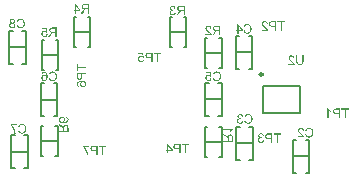
<source format=gbr>
%TF.GenerationSoftware,Altium Limited,Altium Designer,19.0.10 (269)*%
G04 Layer_Color=56026*
%FSLAX26Y26*%
%MOIN*%
%TF.FileFunction,Legend,Bot*%
%TF.Part,Single*%
G01*
G75*
%TA.AperFunction,NonConductor*%
%ADD22C,0.009842*%
%ADD23C,0.005906*%
%ADD24C,0.007874*%
G36*
X1605278Y431559D02*
X1606043Y431477D01*
X1606780Y431368D01*
X1607463Y431231D01*
X1608090Y431040D01*
X1608691Y430849D01*
X1609237Y430631D01*
X1609701Y430412D01*
X1610138Y430194D01*
X1610520Y429975D01*
X1610848Y429784D01*
X1611121Y429593D01*
X1611339Y429457D01*
X1611476Y429348D01*
X1611585Y429266D01*
X1611612Y429238D01*
X1612076Y428774D01*
X1612513Y428283D01*
X1612868Y427764D01*
X1613196Y427191D01*
X1613496Y426645D01*
X1613742Y426072D01*
X1613933Y425526D01*
X1614124Y424979D01*
X1614260Y424461D01*
X1614369Y423997D01*
X1614479Y423560D01*
X1614533Y423205D01*
X1614588Y422905D01*
X1614615Y422659D01*
X1614642Y422522D01*
Y422468D01*
X1610657Y422058D01*
X1610629Y422604D01*
X1610575Y423096D01*
X1610493Y423587D01*
X1610384Y424024D01*
X1610274Y424433D01*
X1610138Y424816D01*
X1609974Y425171D01*
X1609810Y425498D01*
X1609674Y425771D01*
X1609510Y426017D01*
X1609373Y426208D01*
X1609237Y426399D01*
X1609155Y426536D01*
X1609073Y426618D01*
X1609019Y426672D01*
X1608991Y426699D01*
X1608664Y427000D01*
X1608309Y427245D01*
X1607954Y427491D01*
X1607599Y427682D01*
X1607217Y427846D01*
X1606862Y427983D01*
X1606152Y428174D01*
X1605824Y428255D01*
X1605497Y428310D01*
X1605224Y428337D01*
X1605005Y428365D01*
X1604814Y428392D01*
X1604541D01*
X1604050Y428365D01*
X1603586Y428337D01*
X1603149Y428255D01*
X1602767Y428146D01*
X1602385Y428037D01*
X1602030Y427901D01*
X1601702Y427737D01*
X1601402Y427600D01*
X1601129Y427464D01*
X1600910Y427300D01*
X1600719Y427163D01*
X1600556Y427054D01*
X1600419Y426945D01*
X1600337Y426890D01*
X1600283Y426836D01*
X1600255Y426809D01*
X1599955Y426508D01*
X1599709Y426181D01*
X1599491Y425853D01*
X1599300Y425526D01*
X1599136Y425198D01*
X1599027Y424898D01*
X1598808Y424270D01*
X1598754Y423997D01*
X1598699Y423751D01*
X1598672Y423505D01*
X1598645Y423314D01*
X1598617Y423150D01*
Y423041D01*
Y422959D01*
Y422932D01*
X1598645Y422522D01*
X1598699Y422113D01*
X1598781Y421704D01*
X1598890Y421294D01*
X1599191Y420502D01*
X1599518Y419793D01*
X1599682Y419465D01*
X1599846Y419192D01*
X1600010Y418919D01*
X1600146Y418700D01*
X1600255Y418537D01*
X1600337Y418400D01*
X1600392Y418318D01*
X1600419Y418291D01*
X1600801Y417800D01*
X1601238Y417308D01*
X1601729Y416762D01*
X1602248Y416216D01*
X1602822Y415643D01*
X1603395Y415097D01*
X1603995Y414551D01*
X1604569Y414032D01*
X1605115Y413541D01*
X1605633Y413077D01*
X1606098Y412667D01*
X1606534Y412312D01*
X1606862Y412012D01*
X1607135Y411794D01*
X1607299Y411657D01*
X1607326Y411603D01*
X1607353D01*
X1607954Y411111D01*
X1608527Y410620D01*
X1609046Y410156D01*
X1609537Y409719D01*
X1609974Y409309D01*
X1610411Y408900D01*
X1610766Y408545D01*
X1611121Y408217D01*
X1611421Y407917D01*
X1611667Y407644D01*
X1611885Y407398D01*
X1612076Y407207D01*
X1612213Y407071D01*
X1612322Y406934D01*
X1612377Y406880D01*
X1612404Y406852D01*
X1613004Y406088D01*
X1613523Y405324D01*
X1613987Y404641D01*
X1614315Y403986D01*
X1614479Y403713D01*
X1614588Y403467D01*
X1614697Y403221D01*
X1614779Y403030D01*
X1614861Y402894D01*
X1614915Y402785D01*
X1614943Y402703D01*
Y402675D01*
X1615107Y402184D01*
X1615216Y401720D01*
X1615298Y401256D01*
X1615352Y400846D01*
X1615380Y400519D01*
Y400246D01*
Y400137D01*
Y400055D01*
Y400027D01*
Y400000D01*
X1594577D01*
Y403713D01*
X1610001D01*
X1609756Y404095D01*
X1609483Y404477D01*
X1609210Y404832D01*
X1608964Y405132D01*
X1608746Y405405D01*
X1608554Y405624D01*
X1608445Y405733D01*
X1608391Y405788D01*
X1608172Y406006D01*
X1607927Y406252D01*
X1607599Y406552D01*
X1607271Y406852D01*
X1606534Y407507D01*
X1605770Y408163D01*
X1605415Y408463D01*
X1605060Y408763D01*
X1604760Y409036D01*
X1604487Y409282D01*
X1604241Y409473D01*
X1604077Y409610D01*
X1603941Y409719D01*
X1603914Y409746D01*
X1603149Y410401D01*
X1602467Y411002D01*
X1601811Y411575D01*
X1601238Y412094D01*
X1600692Y412585D01*
X1600228Y413049D01*
X1599791Y413459D01*
X1599382Y413841D01*
X1599054Y414169D01*
X1598781Y414469D01*
X1598535Y414715D01*
X1598317Y414906D01*
X1598180Y415070D01*
X1598071Y415206D01*
X1598017Y415261D01*
X1597989Y415288D01*
X1597361Y416025D01*
X1596815Y416735D01*
X1596379Y417390D01*
X1596024Y417963D01*
X1595887Y418209D01*
X1595751Y418428D01*
X1595642Y418619D01*
X1595560Y418810D01*
X1595505Y418919D01*
X1595450Y419028D01*
X1595423Y419083D01*
Y419110D01*
X1595150Y419793D01*
X1594959Y420475D01*
X1594823Y421103D01*
X1594741Y421676D01*
X1594659Y422140D01*
Y422359D01*
X1594631Y422522D01*
Y422659D01*
Y422768D01*
Y422823D01*
Y422850D01*
X1594659Y423533D01*
X1594741Y424188D01*
X1594877Y424816D01*
X1595041Y425389D01*
X1595232Y425935D01*
X1595478Y426454D01*
X1595696Y426918D01*
X1595942Y427355D01*
X1596215Y427737D01*
X1596433Y428092D01*
X1596652Y428392D01*
X1596870Y428638D01*
X1597034Y428829D01*
X1597170Y428965D01*
X1597252Y429047D01*
X1597280Y429075D01*
X1597798Y429511D01*
X1598344Y429894D01*
X1598918Y430248D01*
X1599518Y430521D01*
X1600119Y430767D01*
X1600719Y430986D01*
X1601293Y431149D01*
X1601866Y431286D01*
X1602385Y431368D01*
X1602876Y431450D01*
X1603340Y431504D01*
X1603722Y431559D01*
X1604023D01*
X1604268Y431586D01*
X1604459D01*
X1605278Y431559D01*
D02*
G37*
G36*
X1645000Y413295D02*
X1644973Y412394D01*
X1644945Y411521D01*
X1644891Y410702D01*
X1644809Y409964D01*
X1644727Y409255D01*
X1644618Y408599D01*
X1644509Y407999D01*
X1644399Y407480D01*
X1644290Y406989D01*
X1644181Y406579D01*
X1644072Y406224D01*
X1643990Y405924D01*
X1643908Y405706D01*
X1643853Y405542D01*
X1643799Y405433D01*
Y405405D01*
X1643553Y404887D01*
X1643280Y404395D01*
X1642980Y403931D01*
X1642679Y403494D01*
X1642352Y403085D01*
X1641997Y402730D01*
X1641669Y402402D01*
X1641342Y402102D01*
X1641042Y401856D01*
X1640768Y401611D01*
X1640495Y401420D01*
X1640277Y401256D01*
X1640086Y401147D01*
X1639922Y401065D01*
X1639840Y401010D01*
X1639813Y400983D01*
X1639267Y400710D01*
X1638694Y400491D01*
X1638093Y400300D01*
X1637493Y400109D01*
X1636291Y399836D01*
X1635691Y399754D01*
X1635145Y399672D01*
X1634599Y399618D01*
X1634135Y399563D01*
X1633698Y399536D01*
X1633316Y399509D01*
X1633015Y399481D01*
X1632579D01*
X1631732Y399509D01*
X1630940Y399563D01*
X1630203Y399645D01*
X1629494Y399754D01*
X1628866Y399891D01*
X1628238Y400027D01*
X1627692Y400191D01*
X1627200Y400355D01*
X1626736Y400519D01*
X1626354Y400683D01*
X1626026Y400819D01*
X1625754Y400955D01*
X1625508Y401065D01*
X1625371Y401147D01*
X1625262Y401201D01*
X1625235Y401228D01*
X1624716Y401556D01*
X1624252Y401938D01*
X1623842Y402293D01*
X1623433Y402675D01*
X1623078Y403058D01*
X1622778Y403440D01*
X1622477Y403795D01*
X1622232Y404150D01*
X1622013Y404477D01*
X1621850Y404777D01*
X1621686Y405050D01*
X1621577Y405296D01*
X1621467Y405487D01*
X1621413Y405651D01*
X1621358Y405733D01*
Y405760D01*
X1621167Y406306D01*
X1621003Y406880D01*
X1620730Y408108D01*
X1620539Y409364D01*
X1620457Y409992D01*
X1620403Y410565D01*
X1620348Y411138D01*
X1620321Y411657D01*
X1620293Y412121D01*
Y412503D01*
X1620266Y412831D01*
Y413077D01*
Y413240D01*
Y413295D01*
Y431477D01*
X1624443D01*
Y413322D01*
X1624470Y412258D01*
X1624525Y411275D01*
X1624634Y410374D01*
X1624743Y409582D01*
X1624907Y408845D01*
X1625071Y408190D01*
X1625235Y407617D01*
X1625426Y407098D01*
X1625617Y406661D01*
X1625781Y406306D01*
X1625945Y405979D01*
X1626108Y405733D01*
X1626218Y405542D01*
X1626327Y405433D01*
X1626381Y405351D01*
X1626409Y405324D01*
X1626791Y404969D01*
X1627255Y404641D01*
X1627719Y404368D01*
X1628238Y404122D01*
X1628784Y403931D01*
X1629330Y403767D01*
X1629876Y403631D01*
X1630395Y403522D01*
X1630913Y403413D01*
X1631377Y403358D01*
X1631814Y403303D01*
X1632196Y403276D01*
X1632497D01*
X1632742Y403249D01*
X1632933D01*
X1633889Y403303D01*
X1634763Y403413D01*
X1635172Y403494D01*
X1635554Y403576D01*
X1635882Y403658D01*
X1636209Y403767D01*
X1636482Y403877D01*
X1636728Y403959D01*
X1636947Y404040D01*
X1637138Y404122D01*
X1637274Y404204D01*
X1637383Y404231D01*
X1637438Y404286D01*
X1637465D01*
X1638120Y404723D01*
X1638666Y405214D01*
X1639103Y405706D01*
X1639458Y406197D01*
X1639758Y406634D01*
X1639840Y406798D01*
X1639949Y406962D01*
X1640004Y407098D01*
X1640059Y407207D01*
X1640086Y407262D01*
Y407289D01*
X1640223Y407671D01*
X1640332Y408108D01*
X1640414Y408572D01*
X1640523Y409064D01*
X1640632Y410046D01*
X1640741Y411029D01*
X1640768Y411493D01*
X1640796Y411930D01*
Y412312D01*
X1640823Y412640D01*
Y412940D01*
Y413131D01*
Y413268D01*
Y413322D01*
Y431477D01*
X1645000D01*
Y413295D01*
D02*
G37*
G36*
X1113315Y423906D02*
X1109684Y423442D01*
X1109329Y423933D01*
X1108947Y424343D01*
X1108565Y424725D01*
X1108183Y425025D01*
X1107855Y425298D01*
X1107582Y425462D01*
X1107473Y425544D01*
X1107391Y425598D01*
X1107364Y425626D01*
X1107336D01*
X1106763Y425899D01*
X1106190Y426117D01*
X1105617Y426254D01*
X1105098Y426363D01*
X1104634Y426417D01*
X1104443Y426445D01*
X1104279Y426472D01*
X1103978D01*
X1103432Y426445D01*
X1102887Y426390D01*
X1102395Y426281D01*
X1101931Y426172D01*
X1101494Y426035D01*
X1101112Y425871D01*
X1100730Y425680D01*
X1100402Y425517D01*
X1100102Y425325D01*
X1099829Y425134D01*
X1099611Y424971D01*
X1099419Y424834D01*
X1099283Y424725D01*
X1099174Y424616D01*
X1099119Y424561D01*
X1099092Y424534D01*
X1098764Y424151D01*
X1098491Y423769D01*
X1098218Y423332D01*
X1098027Y422923D01*
X1097836Y422486D01*
X1097699Y422049D01*
X1097454Y421203D01*
X1097399Y420821D01*
X1097345Y420466D01*
X1097290Y420138D01*
X1097263Y419865D01*
X1097235Y419647D01*
Y419456D01*
Y419347D01*
Y419319D01*
X1097263Y418692D01*
X1097317Y418091D01*
X1097427Y417518D01*
X1097536Y416999D01*
X1097672Y416480D01*
X1097836Y416043D01*
X1098027Y415607D01*
X1098191Y415224D01*
X1098382Y414897D01*
X1098573Y414596D01*
X1098737Y414351D01*
X1098873Y414132D01*
X1098983Y413969D01*
X1099092Y413859D01*
X1099146Y413777D01*
X1099174Y413750D01*
X1099529Y413368D01*
X1099911Y413068D01*
X1100320Y412767D01*
X1100730Y412549D01*
X1101112Y412331D01*
X1101494Y412167D01*
X1101876Y412030D01*
X1102259Y411921D01*
X1102586Y411812D01*
X1102914Y411757D01*
X1103187Y411703D01*
X1103432Y411675D01*
X1103624D01*
X1103760Y411648D01*
X1103897D01*
X1104333Y411675D01*
X1104743Y411703D01*
X1105480Y411866D01*
X1106162Y412112D01*
X1106736Y412385D01*
X1106982Y412522D01*
X1107227Y412658D01*
X1107391Y412795D01*
X1107555Y412904D01*
X1107691Y412986D01*
X1107773Y413068D01*
X1107828Y413095D01*
X1107855Y413122D01*
X1108155Y413423D01*
X1108401Y413750D01*
X1108865Y414460D01*
X1109220Y415197D01*
X1109493Y415934D01*
X1109602Y416289D01*
X1109711Y416589D01*
X1109766Y416890D01*
X1109848Y417135D01*
X1109875Y417354D01*
X1109903Y417490D01*
X1109930Y417599D01*
Y417627D01*
X1113998Y417272D01*
X1113888Y416535D01*
X1113752Y415852D01*
X1113561Y415197D01*
X1113342Y414596D01*
X1113124Y414023D01*
X1112851Y413505D01*
X1112578Y413013D01*
X1112305Y412576D01*
X1112032Y412194D01*
X1111786Y411866D01*
X1111541Y411566D01*
X1111350Y411320D01*
X1111158Y411129D01*
X1111022Y410993D01*
X1110940Y410911D01*
X1110913Y410884D01*
X1110394Y410474D01*
X1109821Y410092D01*
X1109247Y409764D01*
X1108674Y409491D01*
X1108073Y409273D01*
X1107500Y409082D01*
X1106927Y408918D01*
X1106381Y408782D01*
X1105862Y408672D01*
X1105398Y408618D01*
X1104961Y408563D01*
X1104606Y408509D01*
X1104306D01*
X1104088Y408481D01*
X1103897D01*
X1102941Y408536D01*
X1102040Y408645D01*
X1101194Y408836D01*
X1100402Y409082D01*
X1099665Y409355D01*
X1098983Y409683D01*
X1098355Y410037D01*
X1097809Y410392D01*
X1097317Y410720D01*
X1096880Y411075D01*
X1096498Y411402D01*
X1096198Y411675D01*
X1095952Y411921D01*
X1095789Y412112D01*
X1095679Y412221D01*
X1095652Y412276D01*
X1095215Y412877D01*
X1094833Y413505D01*
X1094478Y414132D01*
X1094205Y414760D01*
X1093959Y415388D01*
X1093741Y415989D01*
X1093577Y416589D01*
X1093441Y417163D01*
X1093359Y417681D01*
X1093277Y418173D01*
X1093222Y418582D01*
X1093168Y418964D01*
Y419265D01*
X1093140Y419483D01*
Y419620D01*
Y419674D01*
X1093168Y420493D01*
X1093250Y421285D01*
X1093413Y422022D01*
X1093577Y422705D01*
X1093796Y423360D01*
X1094041Y423960D01*
X1094287Y424534D01*
X1094560Y425025D01*
X1094833Y425489D01*
X1095079Y425871D01*
X1095324Y426226D01*
X1095543Y426499D01*
X1095707Y426718D01*
X1095843Y426882D01*
X1095952Y426991D01*
X1095980Y427018D01*
X1096526Y427537D01*
X1097099Y427974D01*
X1097672Y428356D01*
X1098273Y428683D01*
X1098846Y428956D01*
X1099419Y429175D01*
X1099993Y429366D01*
X1100511Y429530D01*
X1101030Y429639D01*
X1101494Y429721D01*
X1101904Y429803D01*
X1102259Y429830D01*
X1102532Y429857D01*
X1102750Y429885D01*
X1102941D01*
X1103514Y429857D01*
X1104088Y429803D01*
X1104634Y429693D01*
X1105180Y429584D01*
X1105698Y429420D01*
X1106190Y429257D01*
X1106654Y429065D01*
X1107091Y428902D01*
X1107473Y428711D01*
X1107828Y428519D01*
X1108128Y428356D01*
X1108401Y428192D01*
X1108620Y428083D01*
X1108756Y427974D01*
X1108865Y427919D01*
X1108892Y427892D01*
X1107200Y436382D01*
X1094615D01*
Y440067D01*
X1110257D01*
X1113315Y423906D01*
D02*
G37*
G36*
X1171000Y436764D02*
X1160626D01*
Y409000D01*
X1156449D01*
Y436764D01*
X1146021D01*
Y440477D01*
X1171000D01*
Y436764D01*
D02*
G37*
G36*
X1141789Y409000D02*
X1137612D01*
Y421804D01*
X1129559D01*
X1128357Y421831D01*
X1127238Y421913D01*
X1126228Y422049D01*
X1125300Y422240D01*
X1124454Y422432D01*
X1123689Y422677D01*
X1123007Y422923D01*
X1122433Y423196D01*
X1121915Y423442D01*
X1121478Y423687D01*
X1121096Y423933D01*
X1120795Y424124D01*
X1120577Y424315D01*
X1120413Y424452D01*
X1120331Y424534D01*
X1120304Y424561D01*
X1119840Y425107D01*
X1119458Y425653D01*
X1119103Y426226D01*
X1118830Y426800D01*
X1118584Y427373D01*
X1118366Y427946D01*
X1118202Y428492D01*
X1118065Y429011D01*
X1117956Y429502D01*
X1117874Y429939D01*
X1117820Y430349D01*
X1117765Y430676D01*
Y430976D01*
X1117738Y431195D01*
Y431304D01*
Y431359D01*
X1117792Y432205D01*
X1117901Y433024D01*
X1118038Y433761D01*
X1118147Y434089D01*
X1118229Y434389D01*
X1118311Y434662D01*
X1118420Y434908D01*
X1118502Y435126D01*
X1118557Y435317D01*
X1118639Y435454D01*
X1118666Y435563D01*
X1118720Y435618D01*
Y435645D01*
X1119103Y436327D01*
X1119512Y436955D01*
X1119949Y437474D01*
X1120359Y437911D01*
X1120713Y438238D01*
X1120986Y438484D01*
X1121096Y438566D01*
X1121178Y438620D01*
X1121232Y438675D01*
X1121259D01*
X1121860Y439057D01*
X1122515Y439385D01*
X1123170Y439631D01*
X1123771Y439849D01*
X1124317Y439986D01*
X1124563Y440040D01*
X1124754Y440095D01*
X1124918Y440122D01*
X1125027Y440149D01*
X1125109Y440177D01*
X1125136D01*
X1125464Y440231D01*
X1125819Y440286D01*
X1126583Y440340D01*
X1127375Y440395D01*
X1128139Y440450D01*
X1128822D01*
X1129122Y440477D01*
X1141789D01*
Y409000D01*
D02*
G37*
G36*
X892850Y392965D02*
X920614D01*
Y388788D01*
X892850D01*
Y378359D01*
X889137D01*
Y403339D01*
X892850D01*
Y392965D01*
D02*
G37*
G36*
X920614Y369951D02*
X907811D01*
Y361897D01*
X907783Y360696D01*
X907701Y359577D01*
X907565Y358567D01*
X907374Y357638D01*
X907183Y356792D01*
X906937Y356028D01*
X906691Y355345D01*
X906418Y354772D01*
X906173Y354253D01*
X905927Y353816D01*
X905681Y353434D01*
X905490Y353134D01*
X905299Y352916D01*
X905162Y352752D01*
X905081Y352670D01*
X905053Y352642D01*
X904507Y352178D01*
X903961Y351796D01*
X903388Y351441D01*
X902815Y351168D01*
X902241Y350923D01*
X901668Y350704D01*
X901122Y350540D01*
X900603Y350404D01*
X900112Y350295D01*
X899675Y350213D01*
X899266Y350158D01*
X898938Y350104D01*
X898638D01*
X898419Y350076D01*
X898310D01*
X898255D01*
X897409Y350131D01*
X896590Y350240D01*
X895853Y350377D01*
X895525Y350486D01*
X895225Y350568D01*
X894952Y350650D01*
X894707Y350759D01*
X894488Y350841D01*
X894297Y350895D01*
X894160Y350977D01*
X894051Y351005D01*
X893997Y351059D01*
X893969D01*
X893287Y351441D01*
X892659Y351851D01*
X892140Y352288D01*
X891703Y352697D01*
X891376Y353052D01*
X891130Y353325D01*
X891048Y353434D01*
X890994Y353516D01*
X890939Y353571D01*
Y353598D01*
X890557Y354199D01*
X890229Y354854D01*
X889984Y355509D01*
X889765Y356110D01*
X889629Y356656D01*
X889574Y356901D01*
X889519Y357092D01*
X889492Y357256D01*
X889465Y357365D01*
X889438Y357447D01*
Y357475D01*
X889383Y357802D01*
X889328Y358157D01*
X889274Y358921D01*
X889219Y359713D01*
X889165Y360478D01*
Y361160D01*
X889137Y361460D01*
Y374128D01*
X920614D01*
Y369951D01*
D02*
G37*
G36*
X907374Y346473D02*
X908739Y346363D01*
X909995Y346227D01*
X911168Y346036D01*
X912206Y345790D01*
X913161Y345545D01*
X914035Y345272D01*
X914799Y344971D01*
X915455Y344698D01*
X916028Y344425D01*
X916519Y344180D01*
X916901Y343934D01*
X917202Y343743D01*
X917420Y343606D01*
X917529Y343497D01*
X917584Y343470D01*
X918212Y342869D01*
X918758Y342241D01*
X919222Y341613D01*
X919631Y340958D01*
X919986Y340276D01*
X920259Y339620D01*
X920505Y338993D01*
X920696Y338365D01*
X920833Y337791D01*
X920942Y337273D01*
X921024Y336781D01*
X921078Y336372D01*
X921106Y336044D01*
X921133Y335798D01*
Y335580D01*
X921106Y335061D01*
X921078Y334543D01*
X920914Y333587D01*
X920833Y333150D01*
X920696Y332714D01*
X920587Y332331D01*
X920450Y331976D01*
X920341Y331649D01*
X920205Y331349D01*
X920096Y331103D01*
X920014Y330884D01*
X919904Y330721D01*
X919850Y330611D01*
X919822Y330529D01*
X919795Y330502D01*
X919522Y330093D01*
X919222Y329711D01*
X918621Y329001D01*
X917966Y328400D01*
X917338Y327909D01*
X916765Y327499D01*
X916519Y327335D01*
X916301Y327226D01*
X916137Y327117D01*
X916000Y327035D01*
X915919Y327008D01*
X915891Y326981D01*
X915400Y326762D01*
X914936Y326544D01*
X913953Y326243D01*
X913052Y325998D01*
X912615Y325916D01*
X912206Y325861D01*
X911824Y325807D01*
X911469Y325752D01*
X911168Y325725D01*
X910895D01*
X910704Y325697D01*
X910540D01*
X910431D01*
X910404D01*
X909585Y325725D01*
X908793Y325807D01*
X908056Y325943D01*
X907346Y326134D01*
X906691Y326325D01*
X906091Y326571D01*
X905545Y326817D01*
X905053Y327062D01*
X904589Y327308D01*
X904207Y327554D01*
X903852Y327800D01*
X903579Y327991D01*
X903361Y328182D01*
X903197Y328318D01*
X903088Y328400D01*
X903060Y328427D01*
X902542Y328946D01*
X902105Y329492D01*
X901723Y330038D01*
X901395Y330611D01*
X901122Y331157D01*
X900904Y331703D01*
X900712Y332249D01*
X900549Y332741D01*
X900439Y333205D01*
X900358Y333642D01*
X900276Y334024D01*
X900248Y334351D01*
X900221Y334625D01*
X900194Y334843D01*
Y335007D01*
X900248Y335826D01*
X900358Y336590D01*
X900521Y337327D01*
X900712Y337955D01*
X900822Y338228D01*
X900904Y338474D01*
X900986Y338692D01*
X901067Y338883D01*
X901122Y339047D01*
X901177Y339156D01*
X901231Y339211D01*
Y339238D01*
X901668Y339975D01*
X902159Y340630D01*
X902678Y341204D01*
X903197Y341695D01*
X903661Y342105D01*
X903879Y342269D01*
X904043Y342405D01*
X904207Y342514D01*
X904316Y342596D01*
X904371Y342623D01*
X904398Y342651D01*
X903524Y342623D01*
X902733Y342596D01*
X901968Y342541D01*
X901259Y342460D01*
X900631Y342378D01*
X900030Y342296D01*
X899484Y342214D01*
X898993Y342105D01*
X898556Y342023D01*
X898201Y341914D01*
X897873Y341832D01*
X897600Y341750D01*
X897409Y341668D01*
X897245Y341641D01*
X897163Y341586D01*
X897136D01*
X896672Y341368D01*
X896235Y341149D01*
X895826Y340931D01*
X895444Y340685D01*
X895089Y340439D01*
X894761Y340194D01*
X894488Y339975D01*
X894215Y339730D01*
X893997Y339511D01*
X893778Y339320D01*
X893615Y339156D01*
X893478Y338993D01*
X893369Y338856D01*
X893287Y338774D01*
X893260Y338719D01*
X893232Y338692D01*
X892877Y338146D01*
X892632Y337600D01*
X892441Y337054D01*
X892331Y336536D01*
X892250Y336099D01*
X892222Y335908D01*
Y335744D01*
X892195Y335635D01*
Y335443D01*
X892222Y335034D01*
X892277Y334625D01*
X892359Y334242D01*
X892441Y333860D01*
X892714Y333205D01*
X893014Y332632D01*
X893178Y332413D01*
X893341Y332195D01*
X893478Y332004D01*
X893587Y331840D01*
X893696Y331731D01*
X893778Y331649D01*
X893833Y331594D01*
X893860Y331567D01*
X894079Y331403D01*
X894297Y331239D01*
X894816Y330939D01*
X895362Y330693D01*
X895908Y330475D01*
X896399Y330311D01*
X896617Y330229D01*
X896781Y330175D01*
X896945Y330147D01*
X897054Y330120D01*
X897136Y330093D01*
X897163D01*
X896863Y326243D01*
X896208Y326353D01*
X895553Y326516D01*
X894980Y326680D01*
X894433Y326899D01*
X893915Y327117D01*
X893451Y327363D01*
X893014Y327608D01*
X892632Y327854D01*
X892277Y328100D01*
X891976Y328318D01*
X891731Y328537D01*
X891512Y328728D01*
X891349Y328892D01*
X891212Y329001D01*
X891158Y329083D01*
X891130Y329110D01*
X890748Y329574D01*
X890448Y330065D01*
X890147Y330557D01*
X889902Y331075D01*
X889711Y331567D01*
X889547Y332086D01*
X889410Y332577D01*
X889301Y333041D01*
X889192Y333478D01*
X889137Y333887D01*
X889083Y334270D01*
X889055Y334570D01*
X889028Y334843D01*
Y335198D01*
X889055Y336099D01*
X889192Y336972D01*
X889356Y337791D01*
X889601Y338556D01*
X889874Y339265D01*
X890175Y339893D01*
X890502Y340494D01*
X890830Y341040D01*
X891158Y341531D01*
X891485Y341941D01*
X891785Y342296D01*
X892058Y342596D01*
X892304Y342842D01*
X892468Y343006D01*
X892577Y343115D01*
X892632Y343142D01*
X893041Y343442D01*
X893451Y343743D01*
X894379Y344261D01*
X895389Y344698D01*
X896454Y345080D01*
X897546Y345408D01*
X898665Y345681D01*
X899757Y345899D01*
X900822Y346091D01*
X901832Y346227D01*
X902787Y346309D01*
X903251Y346363D01*
X903661Y346391D01*
X904043Y346418D01*
X904398Y346445D01*
X904726Y346473D01*
X905026D01*
X905272D01*
X905490Y346500D01*
X905681D01*
X905790D01*
X905872D01*
X905899D01*
X907374Y346473D01*
D02*
G37*
G36*
X1503825Y171559D02*
X1504480Y171504D01*
X1505108Y171395D01*
X1505708Y171258D01*
X1506255Y171095D01*
X1506773Y170904D01*
X1507237Y170713D01*
X1507674Y170521D01*
X1508056Y170303D01*
X1508411Y170112D01*
X1508684Y169921D01*
X1508930Y169757D01*
X1509148Y169620D01*
X1509285Y169511D01*
X1509367Y169457D01*
X1509394Y169429D01*
X1509831Y169020D01*
X1510240Y168556D01*
X1510622Y168092D01*
X1510950Y167600D01*
X1511250Y167082D01*
X1511496Y166590D01*
X1511742Y166099D01*
X1511933Y165635D01*
X1512097Y165171D01*
X1512233Y164761D01*
X1512342Y164379D01*
X1512452Y164051D01*
X1512506Y163806D01*
X1512561Y163587D01*
X1512588Y163478D01*
Y163423D01*
X1508711Y162741D01*
X1508630Y163260D01*
X1508520Y163751D01*
X1508384Y164188D01*
X1508247Y164597D01*
X1508084Y164980D01*
X1507920Y165334D01*
X1507756Y165662D01*
X1507592Y165935D01*
X1507456Y166181D01*
X1507292Y166399D01*
X1507155Y166590D01*
X1507046Y166727D01*
X1506937Y166863D01*
X1506855Y166945D01*
X1506828Y166972D01*
X1506801Y167000D01*
X1506500Y167245D01*
X1506200Y167464D01*
X1505900Y167655D01*
X1505572Y167819D01*
X1504944Y168064D01*
X1504371Y168256D01*
X1503852Y168337D01*
X1503634Y168365D01*
X1503443Y168392D01*
X1503279Y168419D01*
X1503060D01*
X1502651Y168392D01*
X1502241Y168365D01*
X1501532Y168201D01*
X1500876Y167982D01*
X1500358Y167709D01*
X1500112Y167573D01*
X1499921Y167436D01*
X1499757Y167327D01*
X1499621Y167218D01*
X1499484Y167136D01*
X1499402Y167054D01*
X1499375Y167027D01*
X1499348Y167000D01*
X1499102Y166727D01*
X1498856Y166454D01*
X1498665Y166153D01*
X1498501Y165880D01*
X1498256Y165280D01*
X1498092Y164734D01*
X1497983Y164242D01*
X1497955Y164024D01*
X1497928Y163860D01*
X1497901Y163696D01*
Y163587D01*
Y163533D01*
Y163505D01*
X1497928Y163014D01*
X1497983Y162550D01*
X1498092Y162140D01*
X1498201Y161731D01*
X1498365Y161376D01*
X1498529Y161048D01*
X1498692Y160775D01*
X1498883Y160502D01*
X1499075Y160257D01*
X1499238Y160065D01*
X1499402Y159902D01*
X1499566Y159765D01*
X1499675Y159656D01*
X1499784Y159574D01*
X1499839Y159547D01*
X1499866Y159519D01*
X1500248Y159301D01*
X1500631Y159110D01*
X1501395Y158782D01*
X1502132Y158564D01*
X1502815Y158400D01*
X1503115Y158346D01*
X1503415Y158318D01*
X1503661Y158264D01*
X1503879D01*
X1504043Y158236D01*
X1504480D01*
X1504698Y158264D01*
X1504862Y158291D01*
X1504917D01*
X1505354Y154906D01*
X1504753Y155042D01*
X1504234Y155151D01*
X1503770Y155206D01*
X1503361Y155261D01*
X1503060Y155288D01*
X1502815Y155315D01*
X1502624D01*
X1502132Y155288D01*
X1501668Y155233D01*
X1501231Y155151D01*
X1500794Y155042D01*
X1500412Y154906D01*
X1500057Y154769D01*
X1499703Y154606D01*
X1499402Y154469D01*
X1499129Y154305D01*
X1498883Y154141D01*
X1498692Y154005D01*
X1498501Y153868D01*
X1498392Y153759D01*
X1498283Y153677D01*
X1498228Y153623D01*
X1498201Y153595D01*
X1497901Y153268D01*
X1497628Y152913D01*
X1497382Y152558D01*
X1497191Y152176D01*
X1497027Y151821D01*
X1496891Y151439D01*
X1496672Y150756D01*
X1496590Y150429D01*
X1496536Y150128D01*
X1496508Y149883D01*
X1496481Y149637D01*
X1496454Y149446D01*
Y149309D01*
Y149227D01*
Y149200D01*
X1496481Y148681D01*
X1496536Y148190D01*
X1496618Y147726D01*
X1496754Y147289D01*
X1496891Y146880D01*
X1497054Y146497D01*
X1497218Y146143D01*
X1497382Y145815D01*
X1497573Y145542D01*
X1497737Y145269D01*
X1497901Y145050D01*
X1498037Y144859D01*
X1498174Y144723D01*
X1498256Y144614D01*
X1498310Y144559D01*
X1498338Y144532D01*
X1498692Y144204D01*
X1499075Y143904D01*
X1499457Y143658D01*
X1499839Y143440D01*
X1500248Y143249D01*
X1500631Y143112D01*
X1500986Y142976D01*
X1501341Y142894D01*
X1501695Y142812D01*
X1501996Y142757D01*
X1502269Y142703D01*
X1502487Y142675D01*
X1502678Y142648D01*
X1502951D01*
X1503361Y142675D01*
X1503770Y142703D01*
X1504535Y142867D01*
X1505190Y143112D01*
X1505763Y143385D01*
X1506009Y143494D01*
X1506227Y143631D01*
X1506418Y143767D01*
X1506555Y143877D01*
X1506691Y143958D01*
X1506773Y144040D01*
X1506828Y144068D01*
X1506855Y144095D01*
X1507128Y144395D01*
X1507401Y144723D01*
X1507647Y145078D01*
X1507865Y145460D01*
X1508247Y146224D01*
X1508575Y147016D01*
X1508684Y147371D01*
X1508793Y147726D01*
X1508903Y148026D01*
X1508957Y148299D01*
X1509012Y148545D01*
X1509066Y148709D01*
X1509094Y148818D01*
Y148845D01*
X1512970Y148327D01*
X1512861Y147617D01*
X1512725Y146934D01*
X1512534Y146279D01*
X1512315Y145678D01*
X1512069Y145105D01*
X1511824Y144559D01*
X1511551Y144095D01*
X1511278Y143658D01*
X1511005Y143249D01*
X1510732Y142894D01*
X1510513Y142621D01*
X1510295Y142375D01*
X1510104Y142157D01*
X1509967Y142020D01*
X1509885Y141938D01*
X1509858Y141911D01*
X1509339Y141474D01*
X1508766Y141092D01*
X1508220Y140764D01*
X1507620Y140491D01*
X1507046Y140246D01*
X1506473Y140055D01*
X1505927Y139891D01*
X1505381Y139754D01*
X1504889Y139672D01*
X1504425Y139590D01*
X1504016Y139536D01*
X1503661Y139481D01*
X1503388D01*
X1503170Y139454D01*
X1502978D01*
X1502132Y139481D01*
X1501341Y139590D01*
X1500576Y139727D01*
X1499866Y139891D01*
X1499184Y140109D01*
X1498556Y140355D01*
X1497983Y140601D01*
X1497464Y140874D01*
X1497000Y141147D01*
X1496590Y141392D01*
X1496235Y141638D01*
X1495935Y141856D01*
X1495689Y142020D01*
X1495526Y142184D01*
X1495416Y142266D01*
X1495389Y142293D01*
X1494843Y142839D01*
X1494379Y143412D01*
X1493997Y144013D01*
X1493642Y144586D01*
X1493342Y145187D01*
X1493096Y145760D01*
X1492905Y146334D01*
X1492741Y146852D01*
X1492604Y147371D01*
X1492523Y147835D01*
X1492441Y148245D01*
X1492413Y148600D01*
X1492386Y148873D01*
X1492359Y149091D01*
Y149227D01*
Y149282D01*
X1492386Y149855D01*
X1492413Y150374D01*
X1492495Y150893D01*
X1492604Y151357D01*
X1492714Y151821D01*
X1492850Y152230D01*
X1492987Y152613D01*
X1493123Y152968D01*
X1493287Y153295D01*
X1493424Y153568D01*
X1493560Y153786D01*
X1493669Y154005D01*
X1493778Y154141D01*
X1493860Y154278D01*
X1493888Y154333D01*
X1493915Y154360D01*
X1494215Y154715D01*
X1494543Y155042D01*
X1494898Y155370D01*
X1495253Y155643D01*
X1495608Y155889D01*
X1495962Y156107D01*
X1496672Y156462D01*
X1497000Y156598D01*
X1497300Y156735D01*
X1497573Y156817D01*
X1497792Y156899D01*
X1497983Y156953D01*
X1498119Y157008D01*
X1498228Y157035D01*
X1498256D01*
X1497518Y157445D01*
X1496863Y157854D01*
X1496290Y158318D01*
X1495853Y158728D01*
X1495498Y159110D01*
X1495225Y159410D01*
X1495143Y159519D01*
X1495089Y159601D01*
X1495034Y159656D01*
Y159683D01*
X1494652Y160339D01*
X1494379Y160966D01*
X1494188Y161594D01*
X1494051Y162168D01*
X1493969Y162659D01*
X1493942Y162877D01*
Y163069D01*
X1493915Y163205D01*
Y163314D01*
Y163369D01*
Y163396D01*
Y163806D01*
X1493969Y164188D01*
X1494106Y164952D01*
X1494297Y165635D01*
X1494488Y166235D01*
X1494597Y166508D01*
X1494707Y166754D01*
X1494816Y166945D01*
X1494898Y167136D01*
X1494980Y167273D01*
X1495034Y167382D01*
X1495062Y167436D01*
X1495089Y167464D01*
X1495553Y168146D01*
X1496099Y168747D01*
X1496645Y169266D01*
X1497164Y169675D01*
X1497655Y170030D01*
X1497846Y170167D01*
X1498037Y170276D01*
X1498174Y170358D01*
X1498283Y170412D01*
X1498365Y170467D01*
X1498392D01*
X1499211Y170849D01*
X1500030Y171122D01*
X1500849Y171313D01*
X1501586Y171450D01*
X1501914Y171504D01*
X1502214Y171531D01*
X1502487Y171559D01*
X1502706D01*
X1502897Y171586D01*
X1503142D01*
X1503825Y171559D01*
D02*
G37*
G36*
X1570000Y167764D02*
X1559626D01*
Y140000D01*
X1555449D01*
Y167764D01*
X1545021D01*
Y171477D01*
X1570000D01*
Y167764D01*
D02*
G37*
G36*
X1540789Y140000D02*
X1536612D01*
Y152804D01*
X1528559D01*
X1527357Y152831D01*
X1526238Y152913D01*
X1525228Y153049D01*
X1524300Y153240D01*
X1523454Y153432D01*
X1522689Y153677D01*
X1522007Y153923D01*
X1521433Y154196D01*
X1520915Y154442D01*
X1520478Y154687D01*
X1520096Y154933D01*
X1519795Y155124D01*
X1519577Y155315D01*
X1519413Y155452D01*
X1519331Y155534D01*
X1519304Y155561D01*
X1518840Y156107D01*
X1518458Y156653D01*
X1518103Y157226D01*
X1517830Y157800D01*
X1517584Y158373D01*
X1517366Y158946D01*
X1517202Y159492D01*
X1517065Y160011D01*
X1516956Y160502D01*
X1516874Y160939D01*
X1516820Y161349D01*
X1516765Y161676D01*
Y161976D01*
X1516738Y162195D01*
Y162304D01*
Y162359D01*
X1516792Y163205D01*
X1516901Y164024D01*
X1517038Y164761D01*
X1517147Y165089D01*
X1517229Y165389D01*
X1517311Y165662D01*
X1517420Y165908D01*
X1517502Y166126D01*
X1517557Y166317D01*
X1517639Y166454D01*
X1517666Y166563D01*
X1517720Y166618D01*
Y166645D01*
X1518103Y167327D01*
X1518512Y167955D01*
X1518949Y168474D01*
X1519359Y168911D01*
X1519713Y169238D01*
X1519986Y169484D01*
X1520096Y169566D01*
X1520178Y169620D01*
X1520232Y169675D01*
X1520259D01*
X1520860Y170057D01*
X1521515Y170385D01*
X1522170Y170631D01*
X1522771Y170849D01*
X1523317Y170986D01*
X1523563Y171040D01*
X1523754Y171095D01*
X1523918Y171122D01*
X1524027Y171149D01*
X1524109Y171177D01*
X1524136D01*
X1524464Y171231D01*
X1524819Y171286D01*
X1525583Y171340D01*
X1526375Y171395D01*
X1527139Y171450D01*
X1527822D01*
X1528122Y171477D01*
X1540789D01*
Y140000D01*
D02*
G37*
G36*
X1727149Y254204D02*
X1727395Y253822D01*
X1727914Y253057D01*
X1728487Y252347D01*
X1729060Y251692D01*
X1729333Y251419D01*
X1729579Y251146D01*
X1729797Y250928D01*
X1729989Y250737D01*
X1730180Y250573D01*
X1730289Y250464D01*
X1730371Y250382D01*
X1730398Y250355D01*
X1731326Y249590D01*
X1732309Y248880D01*
X1733265Y248252D01*
X1733701Y247952D01*
X1734138Y247707D01*
X1734548Y247461D01*
X1734903Y247270D01*
X1735230Y247079D01*
X1735503Y246942D01*
X1735722Y246833D01*
X1735913Y246751D01*
X1736022Y246696D01*
X1736049Y246669D01*
Y242929D01*
X1735367Y243202D01*
X1734657Y243530D01*
X1733974Y243857D01*
X1733347Y244185D01*
X1733073Y244321D01*
X1732801Y244485D01*
X1732582Y244594D01*
X1732391Y244703D01*
X1732227Y244785D01*
X1732118Y244867D01*
X1732036Y244895D01*
X1732009Y244922D01*
X1731190Y245413D01*
X1730480Y245905D01*
X1729852Y246369D01*
X1729306Y246751D01*
X1729088Y246942D01*
X1728897Y247106D01*
X1728733Y247242D01*
X1728569Y247379D01*
X1728460Y247461D01*
X1728378Y247543D01*
X1728351Y247570D01*
X1728323Y247597D01*
Y223000D01*
X1724447D01*
Y254586D01*
X1726958D01*
X1727149Y254204D01*
D02*
G37*
G36*
X1796000Y250764D02*
X1785626D01*
Y223000D01*
X1781449D01*
Y250764D01*
X1771021D01*
Y254477D01*
X1796000D01*
Y250764D01*
D02*
G37*
G36*
X1766789Y223000D02*
X1762612D01*
Y235804D01*
X1754559D01*
X1753357Y235831D01*
X1752238Y235913D01*
X1751228Y236049D01*
X1750300Y236240D01*
X1749454Y236432D01*
X1748689Y236677D01*
X1748007Y236923D01*
X1747433Y237196D01*
X1746915Y237442D01*
X1746478Y237687D01*
X1746096Y237933D01*
X1745795Y238124D01*
X1745577Y238315D01*
X1745413Y238452D01*
X1745331Y238534D01*
X1745304Y238561D01*
X1744840Y239107D01*
X1744458Y239653D01*
X1744103Y240226D01*
X1743830Y240800D01*
X1743584Y241373D01*
X1743366Y241946D01*
X1743202Y242492D01*
X1743065Y243011D01*
X1742956Y243502D01*
X1742874Y243939D01*
X1742820Y244349D01*
X1742765Y244676D01*
Y244976D01*
X1742738Y245195D01*
Y245304D01*
Y245359D01*
X1742792Y246205D01*
X1742901Y247024D01*
X1743038Y247761D01*
X1743147Y248089D01*
X1743229Y248389D01*
X1743311Y248662D01*
X1743420Y248908D01*
X1743502Y249126D01*
X1743557Y249317D01*
X1743639Y249454D01*
X1743666Y249563D01*
X1743720Y249618D01*
Y249645D01*
X1744103Y250327D01*
X1744512Y250955D01*
X1744949Y251474D01*
X1745359Y251911D01*
X1745713Y252238D01*
X1745986Y252484D01*
X1746096Y252566D01*
X1746178Y252620D01*
X1746232Y252675D01*
X1746259D01*
X1746860Y253057D01*
X1747515Y253385D01*
X1748170Y253631D01*
X1748771Y253849D01*
X1749317Y253986D01*
X1749563Y254040D01*
X1749754Y254095D01*
X1749918Y254122D01*
X1750027Y254149D01*
X1750109Y254177D01*
X1750136D01*
X1750464Y254231D01*
X1750819Y254286D01*
X1751583Y254340D01*
X1752375Y254395D01*
X1753139Y254450D01*
X1753822D01*
X1754122Y254477D01*
X1766789D01*
Y223000D01*
D02*
G37*
G36*
X1516388Y545559D02*
X1517152Y545477D01*
X1517889Y545368D01*
X1518572Y545231D01*
X1519200Y545040D01*
X1519801Y544849D01*
X1520347Y544631D01*
X1520811Y544412D01*
X1521247Y544194D01*
X1521630Y543975D01*
X1521957Y543784D01*
X1522230Y543593D01*
X1522449Y543457D01*
X1522585Y543347D01*
X1522694Y543266D01*
X1522722Y543238D01*
X1523186Y542774D01*
X1523622Y542283D01*
X1523977Y541764D01*
X1524305Y541191D01*
X1524605Y540645D01*
X1524851Y540072D01*
X1525042Y539525D01*
X1525233Y538980D01*
X1525370Y538461D01*
X1525479Y537997D01*
X1525588Y537560D01*
X1525643Y537205D01*
X1525697Y536905D01*
X1525725Y536659D01*
X1525752Y536523D01*
Y536468D01*
X1521766Y536058D01*
X1521739Y536604D01*
X1521684Y537096D01*
X1521602Y537587D01*
X1521493Y538024D01*
X1521384Y538433D01*
X1521247Y538816D01*
X1521084Y539171D01*
X1520920Y539498D01*
X1520783Y539771D01*
X1520620Y540017D01*
X1520483Y540208D01*
X1520347Y540399D01*
X1520265Y540536D01*
X1520183Y540617D01*
X1520128Y540672D01*
X1520101Y540699D01*
X1519773Y541000D01*
X1519418Y541245D01*
X1519063Y541491D01*
X1518708Y541682D01*
X1518326Y541846D01*
X1517971Y541982D01*
X1517262Y542174D01*
X1516934Y542255D01*
X1516606Y542310D01*
X1516333Y542337D01*
X1516115Y542365D01*
X1515924Y542392D01*
X1515651D01*
X1515159Y542365D01*
X1514695Y542337D01*
X1514259Y542255D01*
X1513876Y542146D01*
X1513494Y542037D01*
X1513139Y541901D01*
X1512812Y541737D01*
X1512511Y541600D01*
X1512238Y541464D01*
X1512020Y541300D01*
X1511829Y541163D01*
X1511665Y541054D01*
X1511529Y540945D01*
X1511447Y540890D01*
X1511392Y540836D01*
X1511365Y540809D01*
X1511064Y540508D01*
X1510819Y540181D01*
X1510600Y539853D01*
X1510409Y539525D01*
X1510245Y539198D01*
X1510136Y538898D01*
X1509918Y538270D01*
X1509863Y537997D01*
X1509809Y537751D01*
X1509781Y537505D01*
X1509754Y537314D01*
X1509727Y537150D01*
Y537041D01*
Y536959D01*
Y536932D01*
X1509754Y536523D01*
X1509809Y536113D01*
X1509891Y535703D01*
X1510000Y535294D01*
X1510300Y534502D01*
X1510628Y533793D01*
X1510792Y533465D01*
X1510955Y533192D01*
X1511119Y532919D01*
X1511256Y532701D01*
X1511365Y532537D01*
X1511447Y532400D01*
X1511501Y532318D01*
X1511529Y532291D01*
X1511911Y531800D01*
X1512348Y531308D01*
X1512839Y530762D01*
X1513358Y530216D01*
X1513931Y529643D01*
X1514504Y529097D01*
X1515105Y528551D01*
X1515678Y528032D01*
X1516224Y527541D01*
X1516743Y527077D01*
X1517207Y526667D01*
X1517644Y526312D01*
X1517971Y526012D01*
X1518244Y525794D01*
X1518408Y525657D01*
X1518436Y525602D01*
X1518463D01*
X1519063Y525111D01*
X1519637Y524620D01*
X1520155Y524156D01*
X1520647Y523719D01*
X1521084Y523309D01*
X1521520Y522900D01*
X1521875Y522545D01*
X1522230Y522217D01*
X1522531Y521917D01*
X1522776Y521644D01*
X1522995Y521398D01*
X1523186Y521207D01*
X1523322Y521071D01*
X1523431Y520934D01*
X1523486Y520880D01*
X1523513Y520852D01*
X1524114Y520088D01*
X1524633Y519323D01*
X1525097Y518641D01*
X1525424Y517986D01*
X1525588Y517713D01*
X1525697Y517467D01*
X1525806Y517221D01*
X1525888Y517030D01*
X1525970Y516894D01*
X1526025Y516785D01*
X1526052Y516703D01*
Y516675D01*
X1526216Y516184D01*
X1526325Y515720D01*
X1526407Y515256D01*
X1526462Y514846D01*
X1526489Y514519D01*
Y514246D01*
Y514136D01*
Y514055D01*
Y514027D01*
Y514000D01*
X1505686D01*
Y517713D01*
X1521111D01*
X1520865Y518095D01*
X1520592Y518477D01*
X1520319Y518832D01*
X1520073Y519132D01*
X1519855Y519405D01*
X1519664Y519624D01*
X1519555Y519733D01*
X1519500Y519788D01*
X1519282Y520006D01*
X1519036Y520252D01*
X1518708Y520552D01*
X1518381Y520852D01*
X1517644Y521508D01*
X1516879Y522163D01*
X1516524Y522463D01*
X1516170Y522763D01*
X1515869Y523036D01*
X1515596Y523282D01*
X1515351Y523473D01*
X1515187Y523610D01*
X1515050Y523719D01*
X1515023Y523746D01*
X1514259Y524401D01*
X1513576Y525002D01*
X1512921Y525575D01*
X1512348Y526094D01*
X1511802Y526585D01*
X1511338Y527049D01*
X1510901Y527459D01*
X1510491Y527841D01*
X1510164Y528169D01*
X1509891Y528469D01*
X1509645Y528715D01*
X1509427Y528906D01*
X1509290Y529070D01*
X1509181Y529206D01*
X1509126Y529261D01*
X1509099Y529288D01*
X1508471Y530025D01*
X1507925Y530735D01*
X1507488Y531390D01*
X1507133Y531963D01*
X1506997Y532209D01*
X1506860Y532428D01*
X1506751Y532619D01*
X1506669Y532810D01*
X1506615Y532919D01*
X1506560Y533028D01*
X1506533Y533083D01*
Y533110D01*
X1506260Y533793D01*
X1506069Y534475D01*
X1505932Y535103D01*
X1505850Y535676D01*
X1505768Y536140D01*
Y536359D01*
X1505741Y536523D01*
Y536659D01*
Y536768D01*
Y536823D01*
Y536850D01*
X1505768Y537533D01*
X1505850Y538188D01*
X1505987Y538816D01*
X1506150Y539389D01*
X1506342Y539935D01*
X1506587Y540454D01*
X1506806Y540918D01*
X1507051Y541355D01*
X1507324Y541737D01*
X1507543Y542092D01*
X1507761Y542392D01*
X1507980Y542638D01*
X1508143Y542829D01*
X1508280Y542965D01*
X1508362Y543047D01*
X1508389Y543074D01*
X1508908Y543511D01*
X1509454Y543894D01*
X1510027Y544248D01*
X1510628Y544521D01*
X1511228Y544767D01*
X1511829Y544986D01*
X1512402Y545149D01*
X1512976Y545286D01*
X1513494Y545368D01*
X1513986Y545450D01*
X1514450Y545504D01*
X1514832Y545559D01*
X1515132D01*
X1515378Y545586D01*
X1515569D01*
X1516388Y545559D01*
D02*
G37*
G36*
X1583000Y541764D02*
X1572626D01*
Y514000D01*
X1568449D01*
Y541764D01*
X1558021D01*
Y545477D01*
X1583000D01*
Y541764D01*
D02*
G37*
G36*
X1553789Y514000D02*
X1549612D01*
Y526804D01*
X1541559D01*
X1540357Y526831D01*
X1539238Y526913D01*
X1538228Y527049D01*
X1537300Y527240D01*
X1536454Y527432D01*
X1535689Y527677D01*
X1535007Y527923D01*
X1534433Y528196D01*
X1533915Y528442D01*
X1533478Y528687D01*
X1533096Y528933D01*
X1532795Y529124D01*
X1532577Y529315D01*
X1532413Y529452D01*
X1532331Y529534D01*
X1532304Y529561D01*
X1531840Y530107D01*
X1531458Y530653D01*
X1531103Y531226D01*
X1530830Y531800D01*
X1530584Y532373D01*
X1530366Y532946D01*
X1530202Y533492D01*
X1530065Y534011D01*
X1529956Y534502D01*
X1529874Y534939D01*
X1529820Y535349D01*
X1529765Y535676D01*
Y535976D01*
X1529738Y536195D01*
Y536304D01*
Y536359D01*
X1529792Y537205D01*
X1529901Y538024D01*
X1530038Y538761D01*
X1530147Y539089D01*
X1530229Y539389D01*
X1530311Y539662D01*
X1530420Y539908D01*
X1530502Y540126D01*
X1530557Y540317D01*
X1530639Y540454D01*
X1530666Y540563D01*
X1530720Y540617D01*
Y540645D01*
X1531103Y541327D01*
X1531512Y541955D01*
X1531949Y542474D01*
X1532359Y542911D01*
X1532713Y543238D01*
X1532986Y543484D01*
X1533096Y543566D01*
X1533178Y543620D01*
X1533232Y543675D01*
X1533259D01*
X1533860Y544057D01*
X1534515Y544385D01*
X1535170Y544631D01*
X1535771Y544849D01*
X1536317Y544986D01*
X1536563Y545040D01*
X1536754Y545095D01*
X1536918Y545122D01*
X1537027Y545149D01*
X1537109Y545177D01*
X1537136D01*
X1537464Y545231D01*
X1537819Y545286D01*
X1538583Y545340D01*
X1539375Y545395D01*
X1540139Y545450D01*
X1540822D01*
X1541122Y545477D01*
X1553789D01*
Y514000D01*
D02*
G37*
G36*
X1264000Y132764D02*
X1253626D01*
Y105000D01*
X1249449D01*
Y132764D01*
X1239021D01*
Y136477D01*
X1264000D01*
Y132764D01*
D02*
G37*
G36*
X1234789Y105000D02*
X1230612D01*
Y117804D01*
X1222559D01*
X1221357Y117831D01*
X1220238Y117913D01*
X1219228Y118049D01*
X1218300Y118240D01*
X1217454Y118432D01*
X1216689Y118677D01*
X1216007Y118923D01*
X1215433Y119196D01*
X1214915Y119442D01*
X1214478Y119687D01*
X1214096Y119933D01*
X1213795Y120124D01*
X1213577Y120315D01*
X1213413Y120452D01*
X1213331Y120534D01*
X1213304Y120561D01*
X1212840Y121107D01*
X1212458Y121653D01*
X1212103Y122226D01*
X1211830Y122800D01*
X1211584Y123373D01*
X1211366Y123946D01*
X1211202Y124492D01*
X1211065Y125011D01*
X1210956Y125502D01*
X1210874Y125939D01*
X1210820Y126349D01*
X1210765Y126676D01*
Y126977D01*
X1210738Y127195D01*
Y127304D01*
Y127359D01*
X1210792Y128205D01*
X1210901Y129024D01*
X1211038Y129761D01*
X1211147Y130089D01*
X1211229Y130389D01*
X1211311Y130662D01*
X1211420Y130908D01*
X1211502Y131126D01*
X1211557Y131317D01*
X1211639Y131454D01*
X1211666Y131563D01*
X1211720Y131618D01*
Y131645D01*
X1212103Y132327D01*
X1212512Y132955D01*
X1212949Y133474D01*
X1213359Y133911D01*
X1213713Y134238D01*
X1213986Y134484D01*
X1214096Y134566D01*
X1214178Y134620D01*
X1214232Y134675D01*
X1214259D01*
X1214860Y135057D01*
X1215515Y135385D01*
X1216170Y135631D01*
X1216771Y135849D01*
X1217317Y135986D01*
X1217563Y136040D01*
X1217754Y136095D01*
X1217918Y136122D01*
X1218027Y136149D01*
X1218109Y136177D01*
X1218136D01*
X1218464Y136231D01*
X1218819Y136286D01*
X1219583Y136340D01*
X1220375Y136395D01*
X1221139Y136450D01*
X1221822D01*
X1222122Y136477D01*
X1234789D01*
Y105000D01*
D02*
G37*
G36*
X1208281Y116084D02*
Y112535D01*
X1194631D01*
Y105000D01*
X1190754D01*
Y112535D01*
X1186495D01*
Y116084D01*
X1190754D01*
Y136477D01*
X1193921D01*
X1208281Y116084D01*
D02*
G37*
G36*
X988000Y126764D02*
X977626D01*
Y99000D01*
X973449D01*
Y126764D01*
X963020D01*
Y130477D01*
X988000D01*
Y126764D01*
D02*
G37*
G36*
X958789Y99000D02*
X954612D01*
Y111804D01*
X946559D01*
X945357Y111831D01*
X944238Y111913D01*
X943228Y112049D01*
X942300Y112240D01*
X941453Y112432D01*
X940689Y112677D01*
X940007Y112923D01*
X939433Y113196D01*
X938915Y113442D01*
X938478Y113687D01*
X938096Y113933D01*
X937795Y114124D01*
X937577Y114315D01*
X937413Y114452D01*
X937331Y114534D01*
X937304Y114561D01*
X936840Y115107D01*
X936458Y115653D01*
X936103Y116226D01*
X935830Y116800D01*
X935584Y117373D01*
X935366Y117946D01*
X935202Y118492D01*
X935065Y119011D01*
X934956Y119502D01*
X934874Y119939D01*
X934820Y120349D01*
X934765Y120676D01*
Y120977D01*
X934738Y121195D01*
Y121304D01*
Y121359D01*
X934792Y122205D01*
X934902Y123024D01*
X935038Y123761D01*
X935147Y124089D01*
X935229Y124389D01*
X935311Y124662D01*
X935420Y124908D01*
X935502Y125126D01*
X935557Y125317D01*
X935639Y125454D01*
X935666Y125563D01*
X935721Y125618D01*
Y125645D01*
X936103Y126327D01*
X936512Y126955D01*
X936949Y127474D01*
X937359Y127911D01*
X937713Y128238D01*
X937986Y128484D01*
X938096Y128566D01*
X938178Y128620D01*
X938232Y128675D01*
X938259D01*
X938860Y129057D01*
X939515Y129385D01*
X940170Y129631D01*
X940771Y129849D01*
X941317Y129986D01*
X941563Y130040D01*
X941754Y130095D01*
X941918Y130122D01*
X942027Y130149D01*
X942109Y130177D01*
X942136D01*
X942464Y130231D01*
X942818Y130286D01*
X943583Y130340D01*
X944375Y130395D01*
X945139Y130450D01*
X945822D01*
X946122Y130477D01*
X958789D01*
Y99000D01*
D02*
G37*
G36*
X930752Y126355D02*
X915327D01*
X915873Y125699D01*
X916419Y125044D01*
X917429Y123652D01*
X917921Y122942D01*
X918385Y122260D01*
X918822Y121604D01*
X919204Y120977D01*
X919586Y120376D01*
X919914Y119830D01*
X920187Y119338D01*
X920433Y118929D01*
X920624Y118574D01*
X920787Y118328D01*
X920869Y118165D01*
X920897Y118137D01*
Y118110D01*
X921361Y117182D01*
X921825Y116281D01*
X922234Y115353D01*
X922616Y114452D01*
X922999Y113578D01*
X923326Y112759D01*
X923627Y111940D01*
X923872Y111203D01*
X924118Y110521D01*
X924336Y109893D01*
X924500Y109319D01*
X924637Y108855D01*
X924773Y108473D01*
X924855Y108200D01*
X924882Y108091D01*
Y108009D01*
X924910Y107982D01*
Y107954D01*
X925155Y106999D01*
X925374Y106071D01*
X925565Y105170D01*
X925729Y104351D01*
X925865Y103559D01*
X925974Y102822D01*
X926084Y102139D01*
X926165Y101512D01*
X926220Y100938D01*
X926275Y100447D01*
X926302Y100010D01*
X926329Y99655D01*
Y99382D01*
X926357Y99164D01*
Y99055D01*
Y99000D01*
X922371D01*
X922207Y100720D01*
X922125Y101539D01*
X922016Y102331D01*
X921907Y103095D01*
X921770Y103805D01*
X921634Y104460D01*
X921524Y105088D01*
X921388Y105634D01*
X921279Y106125D01*
X921170Y106562D01*
X921088Y106944D01*
X921006Y107245D01*
X920951Y107463D01*
X920897Y107572D01*
Y107627D01*
X920569Y108664D01*
X920241Y109702D01*
X919886Y110712D01*
X919504Y111695D01*
X919122Y112650D01*
X918740Y113551D01*
X918385Y114397D01*
X918003Y115189D01*
X917675Y115926D01*
X917348Y116581D01*
X917075Y117154D01*
X916829Y117646D01*
X916611Y118028D01*
X916529Y118192D01*
X916474Y118301D01*
X916419Y118410D01*
X916365Y118492D01*
X916337Y118519D01*
Y118547D01*
X915792Y119502D01*
X915245Y120430D01*
X914699Y121304D01*
X914154Y122096D01*
X913635Y122860D01*
X913143Y123570D01*
X912679Y124198D01*
X912242Y124771D01*
X911833Y125290D01*
X911478Y125754D01*
X911150Y126136D01*
X910878Y126464D01*
X910659Y126710D01*
X910495Y126901D01*
X910386Y127010D01*
X910359Y127037D01*
Y130067D01*
X930752D01*
Y126355D01*
D02*
G37*
G36*
X1328278Y530559D02*
X1329043Y530477D01*
X1329780Y530368D01*
X1330463Y530231D01*
X1331090Y530040D01*
X1331691Y529849D01*
X1332237Y529631D01*
X1332701Y529412D01*
X1333138Y529194D01*
X1333520Y528975D01*
X1333848Y528784D01*
X1334121Y528593D01*
X1334339Y528457D01*
X1334476Y528347D01*
X1334585Y528266D01*
X1334612Y528238D01*
X1335076Y527774D01*
X1335513Y527283D01*
X1335868Y526764D01*
X1336196Y526191D01*
X1336496Y525645D01*
X1336742Y525072D01*
X1336933Y524525D01*
X1337124Y523980D01*
X1337260Y523461D01*
X1337369Y522997D01*
X1337479Y522560D01*
X1337533Y522205D01*
X1337588Y521905D01*
X1337615Y521659D01*
X1337642Y521523D01*
Y521468D01*
X1333657Y521058D01*
X1333629Y521604D01*
X1333575Y522096D01*
X1333493Y522587D01*
X1333384Y523024D01*
X1333274Y523433D01*
X1333138Y523816D01*
X1332974Y524171D01*
X1332810Y524498D01*
X1332674Y524771D01*
X1332510Y525017D01*
X1332373Y525208D01*
X1332237Y525399D01*
X1332155Y525536D01*
X1332073Y525617D01*
X1332019Y525672D01*
X1331991Y525699D01*
X1331664Y526000D01*
X1331309Y526245D01*
X1330954Y526491D01*
X1330599Y526682D01*
X1330217Y526846D01*
X1329862Y526982D01*
X1329152Y527174D01*
X1328824Y527255D01*
X1328497Y527310D01*
X1328224Y527337D01*
X1328005Y527365D01*
X1327814Y527392D01*
X1327541D01*
X1327050Y527365D01*
X1326586Y527337D01*
X1326149Y527255D01*
X1325767Y527146D01*
X1325385Y527037D01*
X1325030Y526901D01*
X1324702Y526737D01*
X1324402Y526600D01*
X1324129Y526464D01*
X1323910Y526300D01*
X1323719Y526163D01*
X1323556Y526054D01*
X1323419Y525945D01*
X1323337Y525890D01*
X1323283Y525836D01*
X1323255Y525809D01*
X1322955Y525508D01*
X1322709Y525181D01*
X1322491Y524853D01*
X1322300Y524525D01*
X1322136Y524198D01*
X1322027Y523898D01*
X1321808Y523270D01*
X1321754Y522997D01*
X1321699Y522751D01*
X1321672Y522505D01*
X1321645Y522314D01*
X1321617Y522150D01*
Y522041D01*
Y521959D01*
Y521932D01*
X1321645Y521523D01*
X1321699Y521113D01*
X1321781Y520703D01*
X1321890Y520294D01*
X1322191Y519502D01*
X1322518Y518793D01*
X1322682Y518465D01*
X1322846Y518192D01*
X1323010Y517919D01*
X1323146Y517701D01*
X1323255Y517537D01*
X1323337Y517400D01*
X1323392Y517318D01*
X1323419Y517291D01*
X1323801Y516800D01*
X1324238Y516308D01*
X1324729Y515762D01*
X1325248Y515216D01*
X1325822Y514643D01*
X1326395Y514097D01*
X1326995Y513551D01*
X1327569Y513032D01*
X1328115Y512541D01*
X1328633Y512077D01*
X1329098Y511667D01*
X1329534Y511312D01*
X1329862Y511012D01*
X1330135Y510794D01*
X1330299Y510657D01*
X1330326Y510603D01*
X1330353D01*
X1330954Y510111D01*
X1331527Y509620D01*
X1332046Y509156D01*
X1332537Y508719D01*
X1332974Y508309D01*
X1333411Y507900D01*
X1333766Y507545D01*
X1334121Y507217D01*
X1334421Y506917D01*
X1334667Y506644D01*
X1334885Y506398D01*
X1335076Y506207D01*
X1335213Y506071D01*
X1335322Y505934D01*
X1335377Y505880D01*
X1335404Y505852D01*
X1336004Y505088D01*
X1336523Y504324D01*
X1336987Y503641D01*
X1337315Y502986D01*
X1337479Y502713D01*
X1337588Y502467D01*
X1337697Y502221D01*
X1337779Y502030D01*
X1337861Y501894D01*
X1337915Y501785D01*
X1337943Y501703D01*
Y501675D01*
X1338107Y501184D01*
X1338216Y500720D01*
X1338298Y500256D01*
X1338352Y499846D01*
X1338380Y499519D01*
Y499246D01*
Y499137D01*
Y499055D01*
Y499027D01*
Y499000D01*
X1317577D01*
Y502713D01*
X1333001D01*
X1332756Y503095D01*
X1332483Y503477D01*
X1332210Y503832D01*
X1331964Y504132D01*
X1331746Y504405D01*
X1331554Y504624D01*
X1331445Y504733D01*
X1331391Y504788D01*
X1331172Y505006D01*
X1330927Y505252D01*
X1330599Y505552D01*
X1330271Y505852D01*
X1329534Y506507D01*
X1328770Y507163D01*
X1328415Y507463D01*
X1328060Y507763D01*
X1327760Y508036D01*
X1327487Y508282D01*
X1327241Y508473D01*
X1327077Y508610D01*
X1326941Y508719D01*
X1326914Y508746D01*
X1326149Y509401D01*
X1325467Y510002D01*
X1324811Y510575D01*
X1324238Y511094D01*
X1323692Y511585D01*
X1323228Y512049D01*
X1322791Y512459D01*
X1322382Y512841D01*
X1322054Y513169D01*
X1321781Y513469D01*
X1321535Y513715D01*
X1321317Y513906D01*
X1321180Y514070D01*
X1321071Y514206D01*
X1321017Y514261D01*
X1320989Y514288D01*
X1320361Y515025D01*
X1319815Y515735D01*
X1319379Y516390D01*
X1319024Y516963D01*
X1318887Y517209D01*
X1318751Y517428D01*
X1318642Y517619D01*
X1318560Y517810D01*
X1318505Y517919D01*
X1318450Y518028D01*
X1318423Y518083D01*
Y518110D01*
X1318150Y518793D01*
X1317959Y519475D01*
X1317823Y520103D01*
X1317741Y520676D01*
X1317659Y521140D01*
Y521359D01*
X1317631Y521523D01*
Y521659D01*
Y521768D01*
Y521823D01*
Y521850D01*
X1317659Y522533D01*
X1317741Y523188D01*
X1317877Y523816D01*
X1318041Y524389D01*
X1318232Y524935D01*
X1318478Y525454D01*
X1318696Y525918D01*
X1318942Y526355D01*
X1319215Y526737D01*
X1319433Y527092D01*
X1319652Y527392D01*
X1319870Y527638D01*
X1320034Y527829D01*
X1320170Y527965D01*
X1320252Y528047D01*
X1320280Y528074D01*
X1320798Y528511D01*
X1321344Y528894D01*
X1321918Y529248D01*
X1322518Y529521D01*
X1323119Y529767D01*
X1323719Y529986D01*
X1324293Y530149D01*
X1324866Y530286D01*
X1325385Y530368D01*
X1325876Y530450D01*
X1326340Y530504D01*
X1326722Y530559D01*
X1327023D01*
X1327268Y530586D01*
X1327459D01*
X1328278Y530559D01*
D02*
G37*
G36*
X1368000Y499000D02*
X1363823D01*
Y512978D01*
X1358445D01*
X1357981Y512950D01*
X1357571Y512923D01*
X1357244Y512896D01*
X1356998Y512868D01*
X1356834Y512841D01*
X1356725Y512814D01*
X1356698D01*
X1356343Y512705D01*
X1355988Y512568D01*
X1355688Y512432D01*
X1355387Y512295D01*
X1355169Y512159D01*
X1354978Y512077D01*
X1354841Y511995D01*
X1354814Y511967D01*
X1354459Y511722D01*
X1354077Y511394D01*
X1353722Y511039D01*
X1353395Y510712D01*
X1353094Y510384D01*
X1352876Y510111D01*
X1352794Y510002D01*
X1352739Y509920D01*
X1352685Y509893D01*
Y509865D01*
X1352466Y509565D01*
X1352221Y509238D01*
X1351729Y508555D01*
X1351210Y507845D01*
X1350746Y507135D01*
X1350528Y506835D01*
X1350310Y506535D01*
X1350146Y506262D01*
X1349982Y506016D01*
X1349845Y505825D01*
X1349764Y505688D01*
X1349709Y505579D01*
X1349682Y505552D01*
X1345532Y499000D01*
X1340318D01*
X1345778Y507572D01*
X1346378Y508473D01*
X1347006Y509292D01*
X1347580Y510002D01*
X1347853Y510302D01*
X1348098Y510603D01*
X1348344Y510875D01*
X1348562Y511094D01*
X1348754Y511285D01*
X1348917Y511449D01*
X1349026Y511585D01*
X1349136Y511667D01*
X1349190Y511722D01*
X1349218Y511749D01*
X1349572Y512049D01*
X1349955Y512322D01*
X1350391Y512595D01*
X1350801Y512841D01*
X1351156Y513032D01*
X1351456Y513196D01*
X1351565Y513251D01*
X1351647Y513305D01*
X1351702Y513332D01*
X1351729D01*
X1350910Y513469D01*
X1350146Y513633D01*
X1349436Y513824D01*
X1348781Y514042D01*
X1348180Y514261D01*
X1347607Y514506D01*
X1347116Y514752D01*
X1346679Y514998D01*
X1346296Y515244D01*
X1345969Y515462D01*
X1345669Y515680D01*
X1345450Y515871D01*
X1345259Y516008D01*
X1345150Y516117D01*
X1345068Y516199D01*
X1345041Y516226D01*
X1344659Y516663D01*
X1344331Y517127D01*
X1344031Y517619D01*
X1343785Y518083D01*
X1343566Y518574D01*
X1343375Y519038D01*
X1343239Y519502D01*
X1343130Y519912D01*
X1343048Y520321D01*
X1342966Y520703D01*
X1342911Y521031D01*
X1342884Y521331D01*
X1342857Y521550D01*
Y521741D01*
Y521850D01*
Y521877D01*
X1342884Y522369D01*
X1342911Y522833D01*
X1343048Y523707D01*
X1343266Y524525D01*
X1343375Y524880D01*
X1343512Y525208D01*
X1343621Y525508D01*
X1343758Y525781D01*
X1343867Y526027D01*
X1343949Y526218D01*
X1344058Y526382D01*
X1344112Y526491D01*
X1344140Y526573D01*
X1344167Y526600D01*
X1344413Y526982D01*
X1344686Y527337D01*
X1344986Y527692D01*
X1345259Y527993D01*
X1345559Y528266D01*
X1345860Y528511D01*
X1346406Y528921D01*
X1346897Y529221D01*
X1347116Y529330D01*
X1347307Y529439D01*
X1347443Y529521D01*
X1347552Y529576D01*
X1347634Y529603D01*
X1347661D01*
X1348098Y529767D01*
X1348562Y529904D01*
X1349054Y530013D01*
X1349572Y530122D01*
X1350637Y530259D01*
X1351675Y530368D01*
X1352166Y530395D01*
X1352603Y530422D01*
X1353012Y530450D01*
X1353367Y530477D01*
X1368000D01*
Y499000D01*
D02*
G37*
G36*
X791206Y507906D02*
X787575Y507442D01*
X787220Y507933D01*
X786838Y508343D01*
X786455Y508725D01*
X786073Y509025D01*
X785746Y509298D01*
X785473Y509462D01*
X785363Y509544D01*
X785282Y509598D01*
X785254Y509626D01*
X785227D01*
X784654Y509899D01*
X784080Y510117D01*
X783507Y510254D01*
X782988Y510363D01*
X782524Y510417D01*
X782333Y510445D01*
X782169Y510472D01*
X781869D01*
X781323Y510445D01*
X780777Y510390D01*
X780286Y510281D01*
X779822Y510172D01*
X779385Y510035D01*
X779003Y509871D01*
X778620Y509680D01*
X778293Y509517D01*
X777992Y509325D01*
X777719Y509134D01*
X777501Y508971D01*
X777310Y508834D01*
X777173Y508725D01*
X777064Y508616D01*
X777010Y508561D01*
X776982Y508534D01*
X776655Y508151D01*
X776382Y507769D01*
X776109Y507332D01*
X775918Y506923D01*
X775726Y506486D01*
X775590Y506049D01*
X775344Y505203D01*
X775290Y504821D01*
X775235Y504466D01*
X775181Y504138D01*
X775153Y503865D01*
X775126Y503647D01*
Y503456D01*
Y503347D01*
Y503319D01*
X775153Y502692D01*
X775208Y502091D01*
X775317Y501518D01*
X775426Y500999D01*
X775563Y500480D01*
X775726Y500043D01*
X775918Y499607D01*
X776081Y499224D01*
X776273Y498897D01*
X776464Y498596D01*
X776627Y498351D01*
X776764Y498132D01*
X776873Y497969D01*
X776982Y497859D01*
X777037Y497777D01*
X777064Y497750D01*
X777419Y497368D01*
X777801Y497068D01*
X778211Y496767D01*
X778620Y496549D01*
X779003Y496331D01*
X779385Y496167D01*
X779767Y496030D01*
X780149Y495921D01*
X780477Y495812D01*
X780804Y495757D01*
X781077Y495703D01*
X781323Y495675D01*
X781514D01*
X781651Y495648D01*
X781787D01*
X782224Y495675D01*
X782633Y495703D01*
X783370Y495866D01*
X784053Y496112D01*
X784626Y496385D01*
X784872Y496522D01*
X785118Y496658D01*
X785282Y496795D01*
X785445Y496904D01*
X785582Y496986D01*
X785664Y497068D01*
X785718Y497095D01*
X785746Y497122D01*
X786046Y497423D01*
X786292Y497750D01*
X786756Y498460D01*
X787111Y499197D01*
X787384Y499934D01*
X787493Y500289D01*
X787602Y500589D01*
X787657Y500890D01*
X787739Y501135D01*
X787766Y501354D01*
X787793Y501490D01*
X787820Y501599D01*
Y501627D01*
X791888Y501272D01*
X791779Y500535D01*
X791642Y499852D01*
X791451Y499197D01*
X791233Y498596D01*
X791014Y498023D01*
X790741Y497505D01*
X790468Y497013D01*
X790196Y496576D01*
X789923Y496194D01*
X789677Y495866D01*
X789431Y495566D01*
X789240Y495320D01*
X789049Y495129D01*
X788912Y494993D01*
X788831Y494911D01*
X788803Y494884D01*
X788284Y494474D01*
X787711Y494092D01*
X787138Y493764D01*
X786565Y493491D01*
X785964Y493273D01*
X785391Y493082D01*
X784817Y492918D01*
X784271Y492782D01*
X783753Y492672D01*
X783289Y492618D01*
X782852Y492563D01*
X782497Y492509D01*
X782197D01*
X781978Y492481D01*
X781787D01*
X780832Y492536D01*
X779931Y492645D01*
X779084Y492836D01*
X778293Y493082D01*
X777556Y493355D01*
X776873Y493683D01*
X776245Y494037D01*
X775699Y494392D01*
X775208Y494720D01*
X774771Y495075D01*
X774389Y495402D01*
X774088Y495675D01*
X773843Y495921D01*
X773679Y496112D01*
X773570Y496221D01*
X773543Y496276D01*
X773106Y496877D01*
X772723Y497505D01*
X772369Y498132D01*
X772096Y498760D01*
X771850Y499388D01*
X771631Y499989D01*
X771468Y500589D01*
X771331Y501163D01*
X771249Y501681D01*
X771167Y502173D01*
X771113Y502582D01*
X771058Y502964D01*
Y503265D01*
X771031Y503483D01*
Y503620D01*
Y503674D01*
X771058Y504493D01*
X771140Y505285D01*
X771304Y506022D01*
X771468Y506705D01*
X771686Y507360D01*
X771932Y507960D01*
X772178Y508534D01*
X772451Y509025D01*
X772723Y509489D01*
X772969Y509871D01*
X773215Y510226D01*
X773433Y510499D01*
X773597Y510718D01*
X773734Y510882D01*
X773843Y510991D01*
X773870Y511018D01*
X774416Y511537D01*
X774989Y511974D01*
X775563Y512356D01*
X776163Y512683D01*
X776737Y512956D01*
X777310Y513175D01*
X777883Y513366D01*
X778402Y513530D01*
X778921Y513639D01*
X779385Y513721D01*
X779794Y513803D01*
X780149Y513830D01*
X780422Y513857D01*
X780640Y513885D01*
X780832D01*
X781405Y513857D01*
X781978Y513803D01*
X782524Y513693D01*
X783070Y513584D01*
X783589Y513420D01*
X784080Y513257D01*
X784544Y513066D01*
X784981Y512902D01*
X785363Y512711D01*
X785718Y512519D01*
X786019Y512356D01*
X786292Y512192D01*
X786510Y512083D01*
X786646Y511974D01*
X786756Y511919D01*
X786783Y511892D01*
X785090Y520382D01*
X772505D01*
Y524067D01*
X788148D01*
X791206Y507906D01*
D02*
G37*
G36*
X822000Y493000D02*
X817823D01*
Y506978D01*
X812445D01*
X811981Y506950D01*
X811571Y506923D01*
X811244Y506896D01*
X810998Y506868D01*
X810834Y506841D01*
X810725Y506814D01*
X810698D01*
X810343Y506705D01*
X809988Y506568D01*
X809688Y506432D01*
X809387Y506295D01*
X809169Y506159D01*
X808978Y506077D01*
X808841Y505995D01*
X808814Y505967D01*
X808459Y505722D01*
X808077Y505394D01*
X807722Y505039D01*
X807394Y504712D01*
X807094Y504384D01*
X806876Y504111D01*
X806794Y504002D01*
X806739Y503920D01*
X806685Y503893D01*
Y503865D01*
X806466Y503565D01*
X806221Y503238D01*
X805729Y502555D01*
X805211Y501845D01*
X804746Y501135D01*
X804528Y500835D01*
X804310Y500535D01*
X804146Y500262D01*
X803982Y500016D01*
X803846Y499825D01*
X803764Y499688D01*
X803709Y499579D01*
X803682Y499552D01*
X799532Y493000D01*
X794318D01*
X799778Y501572D01*
X800378Y502473D01*
X801006Y503292D01*
X801580Y504002D01*
X801853Y504302D01*
X802098Y504603D01*
X802344Y504875D01*
X802562Y505094D01*
X802754Y505285D01*
X802917Y505449D01*
X803027Y505585D01*
X803136Y505667D01*
X803190Y505722D01*
X803218Y505749D01*
X803572Y506049D01*
X803955Y506322D01*
X804391Y506595D01*
X804801Y506841D01*
X805156Y507032D01*
X805456Y507196D01*
X805565Y507251D01*
X805647Y507305D01*
X805702Y507332D01*
X805729D01*
X804910Y507469D01*
X804146Y507633D01*
X803436Y507824D01*
X802781Y508042D01*
X802180Y508261D01*
X801607Y508506D01*
X801115Y508752D01*
X800679Y508998D01*
X800297Y509243D01*
X799969Y509462D01*
X799669Y509680D01*
X799450Y509871D01*
X799259Y510008D01*
X799150Y510117D01*
X799068Y510199D01*
X799041Y510226D01*
X798659Y510663D01*
X798331Y511127D01*
X798031Y511619D01*
X797785Y512083D01*
X797567Y512574D01*
X797375Y513038D01*
X797239Y513502D01*
X797130Y513912D01*
X797048Y514321D01*
X796966Y514703D01*
X796911Y515031D01*
X796884Y515331D01*
X796857Y515550D01*
Y515741D01*
Y515850D01*
Y515877D01*
X796884Y516369D01*
X796911Y516833D01*
X797048Y517707D01*
X797266Y518525D01*
X797375Y518880D01*
X797512Y519208D01*
X797621Y519508D01*
X797758Y519781D01*
X797867Y520027D01*
X797949Y520218D01*
X798058Y520382D01*
X798112Y520491D01*
X798140Y520573D01*
X798167Y520600D01*
X798413Y520982D01*
X798686Y521337D01*
X798986Y521692D01*
X799259Y521993D01*
X799559Y522266D01*
X799860Y522511D01*
X800406Y522921D01*
X800897Y523221D01*
X801115Y523330D01*
X801307Y523439D01*
X801443Y523521D01*
X801552Y523576D01*
X801634Y523603D01*
X801662D01*
X802098Y523767D01*
X802562Y523904D01*
X803054Y524013D01*
X803572Y524122D01*
X804637Y524259D01*
X805675Y524368D01*
X806166Y524395D01*
X806603Y524422D01*
X807012Y524450D01*
X807367Y524477D01*
X822000D01*
Y493000D01*
D02*
G37*
G36*
X1409586Y185151D02*
X1409204Y184960D01*
X1408822Y184714D01*
X1408057Y184196D01*
X1407348Y183622D01*
X1406692Y183049D01*
X1406419Y182776D01*
X1406146Y182530D01*
X1405928Y182312D01*
X1405737Y182121D01*
X1405573Y181930D01*
X1405464Y181821D01*
X1405382Y181739D01*
X1405355Y181711D01*
X1404590Y180783D01*
X1403880Y179800D01*
X1403253Y178845D01*
X1402952Y178408D01*
X1402707Y177971D01*
X1402461Y177562D01*
X1402270Y177207D01*
X1402079Y176879D01*
X1401942Y176606D01*
X1401833Y176388D01*
X1401751Y176197D01*
X1401696Y176088D01*
X1401669Y176060D01*
X1397929D01*
X1398202Y176743D01*
X1398530Y177453D01*
X1398857Y178135D01*
X1399185Y178763D01*
X1399321Y179036D01*
X1399485Y179309D01*
X1399594Y179527D01*
X1399704Y179719D01*
X1399785Y179882D01*
X1399867Y179992D01*
X1399895Y180073D01*
X1399922Y180101D01*
X1400413Y180920D01*
X1400905Y181630D01*
X1401369Y182257D01*
X1401751Y182803D01*
X1401942Y183022D01*
X1402106Y183213D01*
X1402242Y183377D01*
X1402379Y183541D01*
X1402461Y183650D01*
X1402543Y183732D01*
X1402570Y183759D01*
X1402597Y183786D01*
X1378000D01*
Y187663D01*
X1409586D01*
Y185151D01*
D02*
G37*
G36*
X1386572Y165222D02*
X1387473Y164622D01*
X1388292Y163994D01*
X1389002Y163420D01*
X1389302Y163147D01*
X1389602Y162902D01*
X1389876Y162656D01*
X1390094Y162438D01*
X1390285Y162246D01*
X1390449Y162083D01*
X1390585Y161974D01*
X1390667Y161864D01*
X1390722Y161810D01*
X1390749Y161782D01*
X1391049Y161428D01*
X1391322Y161045D01*
X1391595Y160608D01*
X1391841Y160199D01*
X1392032Y159844D01*
X1392196Y159544D01*
X1392251Y159435D01*
X1392305Y159353D01*
X1392332Y159298D01*
Y159271D01*
X1392469Y160090D01*
X1392633Y160854D01*
X1392824Y161564D01*
X1393042Y162219D01*
X1393261Y162820D01*
X1393506Y163393D01*
X1393752Y163885D01*
X1393998Y164321D01*
X1394244Y164703D01*
X1394462Y165031D01*
X1394680Y165331D01*
X1394871Y165550D01*
X1395008Y165741D01*
X1395117Y165850D01*
X1395199Y165932D01*
X1395226Y165959D01*
X1395663Y166341D01*
X1396127Y166669D01*
X1396619Y166969D01*
X1397083Y167215D01*
X1397574Y167434D01*
X1398038Y167625D01*
X1398502Y167761D01*
X1398912Y167870D01*
X1399321Y167952D01*
X1399704Y168034D01*
X1400031Y168089D01*
X1400331Y168116D01*
X1400550Y168143D01*
X1400741D01*
X1400850D01*
X1400877D01*
X1401369Y168116D01*
X1401833Y168089D01*
X1402707Y167952D01*
X1403525Y167734D01*
X1403880Y167625D01*
X1404208Y167488D01*
X1404508Y167379D01*
X1404781Y167242D01*
X1405027Y167133D01*
X1405218Y167051D01*
X1405382Y166942D01*
X1405491Y166887D01*
X1405573Y166860D01*
X1405600Y166833D01*
X1405983Y166587D01*
X1406337Y166314D01*
X1406692Y166014D01*
X1406993Y165741D01*
X1407266Y165441D01*
X1407511Y165140D01*
X1407921Y164594D01*
X1408221Y164103D01*
X1408330Y163885D01*
X1408439Y163693D01*
X1408521Y163557D01*
X1408576Y163448D01*
X1408603Y163366D01*
Y163339D01*
X1408767Y162902D01*
X1408904Y162438D01*
X1409013Y161946D01*
X1409122Y161428D01*
X1409258Y160363D01*
X1409368Y159325D01*
X1409395Y158834D01*
X1409422Y158397D01*
X1409450Y157988D01*
X1409477Y157633D01*
Y143000D01*
X1378000D01*
Y147177D01*
X1391978D01*
Y152555D01*
X1391950Y153019D01*
X1391923Y153429D01*
X1391896Y153756D01*
X1391868Y154002D01*
X1391841Y154166D01*
X1391814Y154275D01*
Y154302D01*
X1391705Y154657D01*
X1391568Y155012D01*
X1391432Y155312D01*
X1391295Y155613D01*
X1391159Y155831D01*
X1391077Y156022D01*
X1390995Y156159D01*
X1390967Y156186D01*
X1390722Y156541D01*
X1390394Y156923D01*
X1390039Y157278D01*
X1389712Y157606D01*
X1389384Y157906D01*
X1389111Y158124D01*
X1389002Y158206D01*
X1388920Y158261D01*
X1388893Y158315D01*
X1388865D01*
X1388565Y158534D01*
X1388237Y158779D01*
X1387555Y159271D01*
X1386845Y159790D01*
X1386135Y160254D01*
X1385835Y160472D01*
X1385535Y160690D01*
X1385262Y160854D01*
X1385016Y161018D01*
X1384825Y161155D01*
X1384688Y161236D01*
X1384579Y161291D01*
X1384552Y161318D01*
X1378000Y165468D01*
Y170682D01*
X1386572Y165222D01*
D02*
G37*
G36*
X841029Y226723D02*
X841821Y226642D01*
X842558Y226505D01*
X843268Y226314D01*
X843923Y226123D01*
X844524Y225877D01*
X845070Y225631D01*
X845561Y225386D01*
X846025Y225140D01*
X846407Y224894D01*
X846762Y224649D01*
X847035Y224458D01*
X847254Y224266D01*
X847417Y224130D01*
X847527Y224048D01*
X847554Y224021D01*
X848073Y223502D01*
X848509Y222956D01*
X848892Y222410D01*
X849219Y221837D01*
X849492Y221291D01*
X849711Y220745D01*
X849902Y220199D01*
X850066Y219707D01*
X850175Y219243D01*
X850257Y218806D01*
X850338Y218424D01*
X850366Y218097D01*
X850393Y217824D01*
X850420Y217605D01*
Y217441D01*
X850366Y216622D01*
X850257Y215858D01*
X850093Y215121D01*
X849902Y214493D01*
X849793Y214220D01*
X849711Y213974D01*
X849629Y213756D01*
X849547Y213565D01*
X849492Y213401D01*
X849438Y213292D01*
X849383Y213237D01*
Y213210D01*
X848946Y212473D01*
X848455Y211818D01*
X847936Y211244D01*
X847417Y210753D01*
X846953Y210343D01*
X846735Y210180D01*
X846571Y210043D01*
X846407Y209934D01*
X846298Y209852D01*
X846244Y209825D01*
X846216Y209797D01*
X847090Y209825D01*
X847881Y209852D01*
X848646Y209907D01*
X849356Y209988D01*
X849984Y210070D01*
X850584Y210152D01*
X851130Y210234D01*
X851622Y210343D01*
X852058Y210425D01*
X852413Y210535D01*
X852741Y210616D01*
X853014Y210698D01*
X853205Y210780D01*
X853369Y210808D01*
X853451Y210862D01*
X853478D01*
X853942Y211081D01*
X854379Y211299D01*
X854788Y211517D01*
X855171Y211763D01*
X855525Y212009D01*
X855853Y212254D01*
X856126Y212473D01*
X856399Y212719D01*
X856617Y212937D01*
X856836Y213128D01*
X857000Y213292D01*
X857136Y213456D01*
X857245Y213592D01*
X857327Y213674D01*
X857355Y213729D01*
X857382Y213756D01*
X857737Y214302D01*
X857982Y214848D01*
X858174Y215394D01*
X858283Y215913D01*
X858365Y216349D01*
X858392Y216541D01*
Y216704D01*
X858419Y216814D01*
Y217005D01*
X858392Y217414D01*
X858337Y217824D01*
X858255Y218206D01*
X858174Y218588D01*
X857901Y219243D01*
X857600Y219816D01*
X857437Y220035D01*
X857273Y220253D01*
X857136Y220444D01*
X857027Y220608D01*
X856918Y220717D01*
X856836Y220799D01*
X856781Y220854D01*
X856754Y220881D01*
X856536Y221045D01*
X856317Y221209D01*
X855798Y221509D01*
X855253Y221755D01*
X854707Y221973D01*
X854215Y222137D01*
X853997Y222219D01*
X853833Y222274D01*
X853669Y222301D01*
X853560Y222328D01*
X853478Y222355D01*
X853451D01*
X853751Y226205D01*
X854406Y226095D01*
X855061Y225932D01*
X855635Y225768D01*
X856181Y225549D01*
X856699Y225331D01*
X857163Y225085D01*
X857600Y224840D01*
X857982Y224594D01*
X858337Y224348D01*
X858638Y224130D01*
X858883Y223911D01*
X859102Y223720D01*
X859266Y223557D01*
X859402Y223447D01*
X859457Y223365D01*
X859484Y223338D01*
X859866Y222874D01*
X860167Y222383D01*
X860467Y221891D01*
X860712Y221373D01*
X860904Y220881D01*
X861067Y220363D01*
X861204Y219871D01*
X861313Y219407D01*
X861422Y218970D01*
X861477Y218561D01*
X861532Y218179D01*
X861559Y217878D01*
X861586Y217605D01*
Y217250D01*
X861559Y216349D01*
X861422Y215476D01*
X861259Y214657D01*
X861013Y213892D01*
X860740Y213183D01*
X860439Y212555D01*
X860112Y211954D01*
X859784Y211408D01*
X859457Y210917D01*
X859129Y210507D01*
X858829Y210152D01*
X858556Y209852D01*
X858310Y209606D01*
X858146Y209442D01*
X858037Y209333D01*
X857982Y209306D01*
X857573Y209006D01*
X857163Y208705D01*
X856235Y208187D01*
X855225Y207750D01*
X854160Y207368D01*
X853068Y207040D01*
X851949Y206767D01*
X850857Y206549D01*
X849793Y206358D01*
X848782Y206221D01*
X847827Y206139D01*
X847363Y206085D01*
X846953Y206057D01*
X846571Y206030D01*
X846216Y206003D01*
X845889Y205975D01*
X845588D01*
X845343D01*
X845124Y205948D01*
X844933D01*
X844824D01*
X844742D01*
X844715D01*
X843240Y205975D01*
X841875Y206085D01*
X840620Y206221D01*
X839446Y206412D01*
X838408Y206658D01*
X837453Y206904D01*
X836579Y207177D01*
X835815Y207477D01*
X835160Y207750D01*
X834586Y208023D01*
X834095Y208269D01*
X833713Y208514D01*
X833413Y208705D01*
X833194Y208842D01*
X833085Y208951D01*
X833030Y208978D01*
X832402Y209579D01*
X831856Y210207D01*
X831392Y210835D01*
X830983Y211490D01*
X830628Y212173D01*
X830355Y212828D01*
X830109Y213456D01*
X829918Y214083D01*
X829782Y214657D01*
X829672Y215175D01*
X829591Y215667D01*
X829536Y216076D01*
X829509Y216404D01*
X829481Y216650D01*
Y216868D01*
X829509Y217387D01*
X829536Y217905D01*
X829700Y218861D01*
X829782Y219298D01*
X829918Y219735D01*
X830027Y220117D01*
X830164Y220472D01*
X830273Y220799D01*
X830409Y221100D01*
X830519Y221345D01*
X830601Y221564D01*
X830710Y221727D01*
X830764Y221837D01*
X830792Y221919D01*
X830819Y221946D01*
X831092Y222355D01*
X831392Y222738D01*
X831993Y223447D01*
X832648Y224048D01*
X833276Y224539D01*
X833849Y224949D01*
X834095Y225113D01*
X834313Y225222D01*
X834477Y225331D01*
X834614Y225413D01*
X834696Y225440D01*
X834723Y225468D01*
X835214Y225686D01*
X835678Y225904D01*
X836661Y226205D01*
X837562Y226450D01*
X837999Y226532D01*
X838408Y226587D01*
X838791Y226642D01*
X839145Y226696D01*
X839446Y226723D01*
X839719D01*
X839910Y226751D01*
X840074D01*
X840183D01*
X840210D01*
X841029Y226723D01*
D02*
G37*
G36*
X838572Y198222D02*
X839473Y197622D01*
X840292Y196994D01*
X841002Y196420D01*
X841302Y196147D01*
X841602Y195902D01*
X841875Y195656D01*
X842094Y195438D01*
X842285Y195246D01*
X842449Y195083D01*
X842585Y194974D01*
X842667Y194864D01*
X842722Y194810D01*
X842749Y194782D01*
X843049Y194428D01*
X843322Y194045D01*
X843595Y193608D01*
X843841Y193199D01*
X844032Y192844D01*
X844196Y192544D01*
X844251Y192435D01*
X844305Y192353D01*
X844332Y192298D01*
Y192271D01*
X844469Y193090D01*
X844633Y193854D01*
X844824Y194564D01*
X845042Y195219D01*
X845261Y195820D01*
X845506Y196393D01*
X845752Y196885D01*
X845998Y197321D01*
X846244Y197703D01*
X846462Y198031D01*
X846680Y198331D01*
X846871Y198550D01*
X847008Y198741D01*
X847117Y198850D01*
X847199Y198932D01*
X847226Y198959D01*
X847663Y199341D01*
X848127Y199669D01*
X848619Y199969D01*
X849083Y200215D01*
X849574Y200434D01*
X850038Y200625D01*
X850502Y200761D01*
X850912Y200870D01*
X851321Y200952D01*
X851703Y201034D01*
X852031Y201089D01*
X852331Y201116D01*
X852550Y201143D01*
X852741D01*
X852850D01*
X852877D01*
X853369Y201116D01*
X853833Y201089D01*
X854707Y200952D01*
X855525Y200734D01*
X855880Y200625D01*
X856208Y200488D01*
X856508Y200379D01*
X856781Y200242D01*
X857027Y200133D01*
X857218Y200051D01*
X857382Y199942D01*
X857491Y199887D01*
X857573Y199860D01*
X857600Y199833D01*
X857982Y199587D01*
X858337Y199314D01*
X858692Y199014D01*
X858993Y198741D01*
X859266Y198441D01*
X859511Y198140D01*
X859921Y197594D01*
X860221Y197103D01*
X860330Y196885D01*
X860439Y196693D01*
X860521Y196557D01*
X860576Y196448D01*
X860603Y196366D01*
Y196339D01*
X860767Y195902D01*
X860904Y195438D01*
X861013Y194946D01*
X861122Y194428D01*
X861259Y193363D01*
X861368Y192325D01*
X861395Y191834D01*
X861422Y191397D01*
X861450Y190988D01*
X861477Y190633D01*
Y176000D01*
X830000D01*
Y180177D01*
X843978D01*
Y185555D01*
X843950Y186019D01*
X843923Y186429D01*
X843896Y186756D01*
X843868Y187002D01*
X843841Y187166D01*
X843814Y187275D01*
Y187302D01*
X843705Y187657D01*
X843568Y188012D01*
X843432Y188312D01*
X843295Y188613D01*
X843159Y188831D01*
X843077Y189022D01*
X842995Y189159D01*
X842967Y189186D01*
X842722Y189541D01*
X842394Y189923D01*
X842039Y190278D01*
X841712Y190606D01*
X841384Y190906D01*
X841111Y191124D01*
X841002Y191206D01*
X840920Y191261D01*
X840893Y191315D01*
X840865D01*
X840565Y191534D01*
X840237Y191779D01*
X839555Y192271D01*
X838845Y192790D01*
X838135Y193254D01*
X837835Y193472D01*
X837535Y193690D01*
X837262Y193854D01*
X837016Y194018D01*
X836825Y194155D01*
X836688Y194236D01*
X836579Y194291D01*
X836552Y194318D01*
X830000Y198468D01*
Y203682D01*
X838572Y198222D01*
D02*
G37*
G36*
X1209715Y596559D02*
X1210370Y596504D01*
X1210998Y596395D01*
X1211599Y596259D01*
X1212145Y596095D01*
X1212664Y595904D01*
X1213128Y595712D01*
X1213565Y595521D01*
X1213947Y595303D01*
X1214302Y595112D01*
X1214575Y594921D01*
X1214820Y594757D01*
X1215039Y594620D01*
X1215175Y594511D01*
X1215257Y594457D01*
X1215284Y594429D01*
X1215721Y594020D01*
X1216131Y593556D01*
X1216513Y593092D01*
X1216841Y592600D01*
X1217141Y592082D01*
X1217387Y591590D01*
X1217632Y591099D01*
X1217823Y590635D01*
X1217987Y590171D01*
X1218124Y589761D01*
X1218233Y589379D01*
X1218342Y589051D01*
X1218397Y588806D01*
X1218451Y588587D01*
X1218479Y588478D01*
Y588423D01*
X1214602Y587741D01*
X1214520Y588260D01*
X1214411Y588751D01*
X1214274Y589188D01*
X1214138Y589597D01*
X1213974Y589980D01*
X1213810Y590334D01*
X1213647Y590662D01*
X1213483Y590935D01*
X1213346Y591181D01*
X1213182Y591399D01*
X1213046Y591590D01*
X1212937Y591727D01*
X1212828Y591863D01*
X1212746Y591945D01*
X1212718Y591972D01*
X1212691Y592000D01*
X1212391Y592245D01*
X1212090Y592464D01*
X1211790Y592655D01*
X1211463Y592819D01*
X1210835Y593064D01*
X1210261Y593255D01*
X1209743Y593337D01*
X1209524Y593365D01*
X1209333Y593392D01*
X1209169Y593419D01*
X1208951D01*
X1208541Y593392D01*
X1208132Y593365D01*
X1207422Y593201D01*
X1206767Y592982D01*
X1206248Y592710D01*
X1206003Y592573D01*
X1205811Y592437D01*
X1205648Y592327D01*
X1205511Y592218D01*
X1205375Y592136D01*
X1205293Y592054D01*
X1205265Y592027D01*
X1205238Y592000D01*
X1204992Y591727D01*
X1204747Y591454D01*
X1204556Y591153D01*
X1204392Y590880D01*
X1204146Y590280D01*
X1203982Y589734D01*
X1203873Y589242D01*
X1203846Y589024D01*
X1203819Y588860D01*
X1203791Y588696D01*
Y588587D01*
Y588533D01*
Y588505D01*
X1203819Y588014D01*
X1203873Y587550D01*
X1203982Y587140D01*
X1204091Y586731D01*
X1204255Y586376D01*
X1204419Y586048D01*
X1204583Y585775D01*
X1204774Y585502D01*
X1204965Y585257D01*
X1205129Y585066D01*
X1205293Y584902D01*
X1205457Y584765D01*
X1205566Y584656D01*
X1205675Y584574D01*
X1205729Y584547D01*
X1205757Y584519D01*
X1206139Y584301D01*
X1206521Y584110D01*
X1207286Y583782D01*
X1208023Y583564D01*
X1208705Y583400D01*
X1209005Y583346D01*
X1209306Y583318D01*
X1209552Y583264D01*
X1209770D01*
X1209934Y583236D01*
X1210370D01*
X1210589Y583264D01*
X1210753Y583291D01*
X1210807D01*
X1211244Y579906D01*
X1210643Y580042D01*
X1210125Y580152D01*
X1209661Y580206D01*
X1209251Y580261D01*
X1208951Y580288D01*
X1208705Y580315D01*
X1208514D01*
X1208023Y580288D01*
X1207559Y580233D01*
X1207122Y580152D01*
X1206685Y580042D01*
X1206303Y579906D01*
X1205948Y579769D01*
X1205593Y579606D01*
X1205293Y579469D01*
X1205020Y579305D01*
X1204774Y579141D01*
X1204583Y579005D01*
X1204392Y578868D01*
X1204283Y578759D01*
X1204173Y578677D01*
X1204119Y578623D01*
X1204091Y578595D01*
X1203791Y578268D01*
X1203518Y577913D01*
X1203273Y577558D01*
X1203081Y577176D01*
X1202918Y576821D01*
X1202781Y576439D01*
X1202563Y575756D01*
X1202481Y575429D01*
X1202426Y575128D01*
X1202399Y574883D01*
X1202372Y574637D01*
X1202344Y574446D01*
Y574309D01*
Y574227D01*
Y574200D01*
X1202372Y573681D01*
X1202426Y573190D01*
X1202508Y572726D01*
X1202645Y572289D01*
X1202781Y571880D01*
X1202945Y571497D01*
X1203109Y571143D01*
X1203273Y570815D01*
X1203464Y570542D01*
X1203627Y570269D01*
X1203791Y570051D01*
X1203928Y569859D01*
X1204064Y569723D01*
X1204146Y569614D01*
X1204201Y569559D01*
X1204228Y569532D01*
X1204583Y569204D01*
X1204965Y568904D01*
X1205347Y568658D01*
X1205729Y568440D01*
X1206139Y568249D01*
X1206521Y568112D01*
X1206876Y567976D01*
X1207231Y567894D01*
X1207586Y567812D01*
X1207886Y567757D01*
X1208159Y567703D01*
X1208378Y567675D01*
X1208569Y567648D01*
X1208842D01*
X1209251Y567675D01*
X1209661Y567703D01*
X1210425Y567866D01*
X1211080Y568112D01*
X1211654Y568385D01*
X1211899Y568494D01*
X1212118Y568631D01*
X1212309Y568767D01*
X1212445Y568877D01*
X1212582Y568958D01*
X1212664Y569040D01*
X1212718Y569068D01*
X1212746Y569095D01*
X1213019Y569395D01*
X1213292Y569723D01*
X1213537Y570078D01*
X1213756Y570460D01*
X1214138Y571224D01*
X1214466Y572016D01*
X1214575Y572371D01*
X1214684Y572726D01*
X1214793Y573026D01*
X1214848Y573299D01*
X1214902Y573545D01*
X1214957Y573709D01*
X1214984Y573818D01*
Y573845D01*
X1218861Y573327D01*
X1218752Y572617D01*
X1218615Y571934D01*
X1218424Y571279D01*
X1218206Y570678D01*
X1217960Y570105D01*
X1217714Y569559D01*
X1217441Y569095D01*
X1217168Y568658D01*
X1216895Y568249D01*
X1216622Y567894D01*
X1216404Y567621D01*
X1216185Y567375D01*
X1215994Y567157D01*
X1215858Y567020D01*
X1215776Y566938D01*
X1215749Y566911D01*
X1215230Y566474D01*
X1214657Y566092D01*
X1214111Y565764D01*
X1213510Y565491D01*
X1212937Y565246D01*
X1212363Y565055D01*
X1211817Y564891D01*
X1211271Y564754D01*
X1210780Y564672D01*
X1210316Y564591D01*
X1209906Y564536D01*
X1209552Y564481D01*
X1209278D01*
X1209060Y564454D01*
X1208869D01*
X1208023Y564481D01*
X1207231Y564591D01*
X1206467Y564727D01*
X1205757Y564891D01*
X1205074Y565109D01*
X1204446Y565355D01*
X1203873Y565601D01*
X1203354Y565874D01*
X1202890Y566147D01*
X1202481Y566392D01*
X1202126Y566638D01*
X1201826Y566856D01*
X1201580Y567020D01*
X1201416Y567184D01*
X1201307Y567266D01*
X1201280Y567293D01*
X1200734Y567839D01*
X1200270Y568413D01*
X1199887Y569013D01*
X1199532Y569586D01*
X1199232Y570187D01*
X1198986Y570760D01*
X1198795Y571334D01*
X1198631Y571852D01*
X1198495Y572371D01*
X1198413Y572835D01*
X1198331Y573245D01*
X1198304Y573600D01*
X1198277Y573872D01*
X1198249Y574091D01*
Y574227D01*
Y574282D01*
X1198277Y574855D01*
X1198304Y575374D01*
X1198386Y575893D01*
X1198495Y576357D01*
X1198604Y576821D01*
X1198741Y577230D01*
X1198877Y577613D01*
X1199014Y577967D01*
X1199178Y578295D01*
X1199314Y578568D01*
X1199450Y578787D01*
X1199560Y579005D01*
X1199669Y579141D01*
X1199751Y579278D01*
X1199778Y579332D01*
X1199805Y579360D01*
X1200106Y579715D01*
X1200433Y580042D01*
X1200788Y580370D01*
X1201143Y580643D01*
X1201498Y580889D01*
X1201853Y581107D01*
X1202563Y581462D01*
X1202890Y581598D01*
X1203191Y581735D01*
X1203464Y581817D01*
X1203682Y581899D01*
X1203873Y581953D01*
X1204010Y582008D01*
X1204119Y582035D01*
X1204146D01*
X1203409Y582445D01*
X1202754Y582854D01*
X1202180Y583318D01*
X1201744Y583728D01*
X1201389Y584110D01*
X1201116Y584410D01*
X1201034Y584519D01*
X1200979Y584601D01*
X1200925Y584656D01*
Y584683D01*
X1200543Y585338D01*
X1200270Y585966D01*
X1200078Y586594D01*
X1199942Y587168D01*
X1199860Y587659D01*
X1199833Y587877D01*
Y588068D01*
X1199805Y588205D01*
Y588314D01*
Y588369D01*
Y588396D01*
Y588806D01*
X1199860Y589188D01*
X1199996Y589952D01*
X1200188Y590635D01*
X1200379Y591235D01*
X1200488Y591508D01*
X1200597Y591754D01*
X1200706Y591945D01*
X1200788Y592136D01*
X1200870Y592273D01*
X1200925Y592382D01*
X1200952Y592437D01*
X1200979Y592464D01*
X1201443Y593146D01*
X1201989Y593747D01*
X1202535Y594266D01*
X1203054Y594675D01*
X1203545Y595030D01*
X1203737Y595167D01*
X1203928Y595276D01*
X1204064Y595358D01*
X1204173Y595412D01*
X1204255Y595467D01*
X1204283D01*
X1205102Y595849D01*
X1205921Y596122D01*
X1206740Y596313D01*
X1207477Y596450D01*
X1207804Y596504D01*
X1208105Y596532D01*
X1208378Y596559D01*
X1208596D01*
X1208787Y596586D01*
X1209033D01*
X1209715Y596559D01*
D02*
G37*
G36*
X1249000Y565000D02*
X1244823D01*
Y578978D01*
X1239445D01*
X1238981Y578950D01*
X1238571Y578923D01*
X1238244Y578896D01*
X1237998Y578868D01*
X1237834Y578841D01*
X1237725Y578814D01*
X1237698D01*
X1237343Y578705D01*
X1236988Y578568D01*
X1236688Y578432D01*
X1236387Y578295D01*
X1236169Y578159D01*
X1235978Y578077D01*
X1235841Y577995D01*
X1235814Y577967D01*
X1235459Y577722D01*
X1235077Y577394D01*
X1234722Y577039D01*
X1234395Y576712D01*
X1234094Y576384D01*
X1233876Y576111D01*
X1233794Y576002D01*
X1233739Y575920D01*
X1233685Y575893D01*
Y575865D01*
X1233466Y575565D01*
X1233221Y575237D01*
X1232729Y574555D01*
X1232210Y573845D01*
X1231746Y573135D01*
X1231528Y572835D01*
X1231310Y572535D01*
X1231146Y572262D01*
X1230982Y572016D01*
X1230845Y571825D01*
X1230764Y571688D01*
X1230709Y571579D01*
X1230682Y571552D01*
X1226532Y565000D01*
X1221318D01*
X1226778Y573572D01*
X1227378Y574473D01*
X1228006Y575292D01*
X1228580Y576002D01*
X1228853Y576302D01*
X1229098Y576602D01*
X1229344Y576875D01*
X1229562Y577094D01*
X1229754Y577285D01*
X1229917Y577449D01*
X1230026Y577585D01*
X1230136Y577667D01*
X1230190Y577722D01*
X1230218Y577749D01*
X1230572Y578049D01*
X1230955Y578322D01*
X1231391Y578595D01*
X1231801Y578841D01*
X1232156Y579032D01*
X1232456Y579196D01*
X1232565Y579251D01*
X1232647Y579305D01*
X1232702Y579332D01*
X1232729D01*
X1231910Y579469D01*
X1231146Y579633D01*
X1230436Y579824D01*
X1229781Y580042D01*
X1229180Y580261D01*
X1228607Y580506D01*
X1228116Y580752D01*
X1227679Y580998D01*
X1227296Y581244D01*
X1226969Y581462D01*
X1226669Y581680D01*
X1226450Y581871D01*
X1226259Y582008D01*
X1226150Y582117D01*
X1226068Y582199D01*
X1226041Y582226D01*
X1225659Y582663D01*
X1225331Y583127D01*
X1225031Y583619D01*
X1224785Y584083D01*
X1224566Y584574D01*
X1224375Y585038D01*
X1224239Y585502D01*
X1224130Y585912D01*
X1224048Y586321D01*
X1223966Y586703D01*
X1223911Y587031D01*
X1223884Y587331D01*
X1223857Y587550D01*
Y587741D01*
Y587850D01*
Y587877D01*
X1223884Y588369D01*
X1223911Y588833D01*
X1224048Y589707D01*
X1224266Y590525D01*
X1224375Y590880D01*
X1224512Y591208D01*
X1224621Y591508D01*
X1224758Y591781D01*
X1224867Y592027D01*
X1224949Y592218D01*
X1225058Y592382D01*
X1225112Y592491D01*
X1225140Y592573D01*
X1225167Y592600D01*
X1225413Y592982D01*
X1225686Y593337D01*
X1225986Y593692D01*
X1226259Y593993D01*
X1226559Y594266D01*
X1226860Y594511D01*
X1227406Y594921D01*
X1227897Y595221D01*
X1228116Y595330D01*
X1228307Y595439D01*
X1228443Y595521D01*
X1228552Y595576D01*
X1228634Y595603D01*
X1228661D01*
X1229098Y595767D01*
X1229562Y595904D01*
X1230054Y596013D01*
X1230572Y596122D01*
X1231637Y596259D01*
X1232675Y596368D01*
X1233166Y596395D01*
X1233603Y596422D01*
X1234012Y596450D01*
X1234367Y596477D01*
X1249000D01*
Y565000D01*
D02*
G37*
G36*
X930000Y571000D02*
X925823D01*
Y584978D01*
X920445D01*
X919981Y584950D01*
X919571Y584923D01*
X919244Y584896D01*
X918998Y584868D01*
X918834Y584841D01*
X918725Y584814D01*
X918698D01*
X918343Y584705D01*
X917988Y584568D01*
X917688Y584432D01*
X917387Y584295D01*
X917169Y584159D01*
X916978Y584077D01*
X916841Y583995D01*
X916814Y583967D01*
X916459Y583722D01*
X916077Y583394D01*
X915722Y583039D01*
X915394Y582712D01*
X915094Y582384D01*
X914876Y582111D01*
X914794Y582002D01*
X914739Y581920D01*
X914685Y581893D01*
Y581865D01*
X914466Y581565D01*
X914221Y581237D01*
X913729Y580555D01*
X913211Y579845D01*
X912746Y579135D01*
X912528Y578835D01*
X912310Y578535D01*
X912146Y578262D01*
X911982Y578016D01*
X911846Y577825D01*
X911764Y577688D01*
X911709Y577579D01*
X911682Y577552D01*
X907532Y571000D01*
X902318D01*
X907778Y579572D01*
X908378Y580473D01*
X909006Y581292D01*
X909580Y582002D01*
X909853Y582302D01*
X910098Y582602D01*
X910344Y582875D01*
X910562Y583094D01*
X910754Y583285D01*
X910917Y583449D01*
X911027Y583585D01*
X911136Y583667D01*
X911190Y583722D01*
X911218Y583749D01*
X911572Y584049D01*
X911955Y584322D01*
X912391Y584595D01*
X912801Y584841D01*
X913156Y585032D01*
X913456Y585196D01*
X913565Y585251D01*
X913647Y585305D01*
X913702Y585332D01*
X913729D01*
X912910Y585469D01*
X912146Y585633D01*
X911436Y585824D01*
X910781Y586042D01*
X910180Y586261D01*
X909607Y586506D01*
X909115Y586752D01*
X908679Y586998D01*
X908297Y587244D01*
X907969Y587462D01*
X907669Y587680D01*
X907450Y587871D01*
X907259Y588008D01*
X907150Y588117D01*
X907068Y588199D01*
X907041Y588226D01*
X906659Y588663D01*
X906331Y589127D01*
X906031Y589619D01*
X905785Y590083D01*
X905567Y590574D01*
X905375Y591038D01*
X905239Y591502D01*
X905130Y591912D01*
X905048Y592321D01*
X904966Y592703D01*
X904911Y593031D01*
X904884Y593331D01*
X904857Y593550D01*
Y593741D01*
Y593850D01*
Y593877D01*
X904884Y594369D01*
X904911Y594833D01*
X905048Y595707D01*
X905266Y596525D01*
X905375Y596880D01*
X905512Y597208D01*
X905621Y597508D01*
X905758Y597781D01*
X905867Y598027D01*
X905949Y598218D01*
X906058Y598382D01*
X906112Y598491D01*
X906140Y598573D01*
X906167Y598600D01*
X906413Y598982D01*
X906686Y599337D01*
X906986Y599692D01*
X907259Y599993D01*
X907559Y600266D01*
X907860Y600511D01*
X908406Y600921D01*
X908897Y601221D01*
X909115Y601330D01*
X909307Y601439D01*
X909443Y601521D01*
X909552Y601576D01*
X909634Y601603D01*
X909662D01*
X910098Y601767D01*
X910562Y601904D01*
X911054Y602013D01*
X911572Y602122D01*
X912637Y602259D01*
X913675Y602368D01*
X914166Y602395D01*
X914603Y602422D01*
X915012Y602450D01*
X915367Y602477D01*
X930000D01*
Y571000D01*
D02*
G37*
G36*
X901171Y582084D02*
Y578535D01*
X887521D01*
Y571000D01*
X883645D01*
Y578535D01*
X879386D01*
Y582084D01*
X883645D01*
Y602477D01*
X886811D01*
X901171Y582084D01*
D02*
G37*
G36*
X1434432Y235559D02*
X1435087Y235504D01*
X1435715Y235395D01*
X1436316Y235258D01*
X1436862Y235095D01*
X1437381Y234904D01*
X1437845Y234713D01*
X1438282Y234521D01*
X1438664Y234303D01*
X1439019Y234112D01*
X1439292Y233921D01*
X1439537Y233757D01*
X1439756Y233620D01*
X1439892Y233511D01*
X1439974Y233457D01*
X1440001Y233429D01*
X1440438Y233020D01*
X1440848Y232556D01*
X1441230Y232092D01*
X1441557Y231600D01*
X1441858Y231082D01*
X1442103Y230590D01*
X1442349Y230099D01*
X1442540Y229635D01*
X1442704Y229171D01*
X1442841Y228761D01*
X1442950Y228379D01*
X1443059Y228051D01*
X1443114Y227806D01*
X1443168Y227587D01*
X1443196Y227478D01*
Y227423D01*
X1439319Y226741D01*
X1439237Y227260D01*
X1439128Y227751D01*
X1438991Y228188D01*
X1438855Y228597D01*
X1438691Y228980D01*
X1438527Y229334D01*
X1438363Y229662D01*
X1438200Y229935D01*
X1438063Y230181D01*
X1437899Y230399D01*
X1437763Y230590D01*
X1437654Y230727D01*
X1437544Y230863D01*
X1437463Y230945D01*
X1437435Y230972D01*
X1437408Y231000D01*
X1437108Y231245D01*
X1436807Y231464D01*
X1436507Y231655D01*
X1436179Y231819D01*
X1435552Y232064D01*
X1434978Y232256D01*
X1434459Y232337D01*
X1434241Y232365D01*
X1434050Y232392D01*
X1433886Y232419D01*
X1433668D01*
X1433258Y232392D01*
X1432849Y232365D01*
X1432139Y232201D01*
X1431484Y231982D01*
X1430965Y231709D01*
X1430719Y231573D01*
X1430528Y231436D01*
X1430364Y231327D01*
X1430228Y231218D01*
X1430091Y231136D01*
X1430010Y231054D01*
X1429982Y231027D01*
X1429955Y231000D01*
X1429709Y230727D01*
X1429464Y230454D01*
X1429273Y230153D01*
X1429109Y229880D01*
X1428863Y229280D01*
X1428699Y228734D01*
X1428590Y228242D01*
X1428563Y228024D01*
X1428535Y227860D01*
X1428508Y227696D01*
Y227587D01*
Y227533D01*
Y227505D01*
X1428535Y227014D01*
X1428590Y226550D01*
X1428699Y226140D01*
X1428808Y225731D01*
X1428972Y225376D01*
X1429136Y225048D01*
X1429300Y224775D01*
X1429491Y224502D01*
X1429682Y224257D01*
X1429846Y224065D01*
X1430010Y223902D01*
X1430173Y223765D01*
X1430283Y223656D01*
X1430392Y223574D01*
X1430446Y223547D01*
X1430474Y223519D01*
X1430856Y223301D01*
X1431238Y223110D01*
X1432003Y222782D01*
X1432740Y222564D01*
X1433422Y222400D01*
X1433722Y222346D01*
X1434023Y222318D01*
X1434268Y222264D01*
X1434487D01*
X1434651Y222236D01*
X1435087D01*
X1435306Y222264D01*
X1435470Y222291D01*
X1435524D01*
X1435961Y218906D01*
X1435360Y219042D01*
X1434842Y219151D01*
X1434378Y219206D01*
X1433968Y219261D01*
X1433668Y219288D01*
X1433422Y219315D01*
X1433231D01*
X1432740Y219288D01*
X1432275Y219233D01*
X1431839Y219151D01*
X1431402Y219042D01*
X1431020Y218906D01*
X1430665Y218769D01*
X1430310Y218606D01*
X1430010Y218469D01*
X1429737Y218305D01*
X1429491Y218141D01*
X1429300Y218005D01*
X1429109Y217868D01*
X1428999Y217759D01*
X1428890Y217677D01*
X1428836Y217623D01*
X1428808Y217595D01*
X1428508Y217268D01*
X1428235Y216913D01*
X1427989Y216558D01*
X1427798Y216176D01*
X1427634Y215821D01*
X1427498Y215439D01*
X1427280Y214756D01*
X1427198Y214429D01*
X1427143Y214128D01*
X1427116Y213883D01*
X1427089Y213637D01*
X1427061Y213446D01*
Y213309D01*
Y213227D01*
Y213200D01*
X1427089Y212681D01*
X1427143Y212190D01*
X1427225Y211726D01*
X1427361Y211289D01*
X1427498Y210880D01*
X1427662Y210497D01*
X1427826Y210143D01*
X1427989Y209815D01*
X1428180Y209542D01*
X1428344Y209269D01*
X1428508Y209050D01*
X1428645Y208859D01*
X1428781Y208723D01*
X1428863Y208614D01*
X1428918Y208559D01*
X1428945Y208532D01*
X1429300Y208204D01*
X1429682Y207904D01*
X1430064Y207658D01*
X1430446Y207440D01*
X1430856Y207249D01*
X1431238Y207112D01*
X1431593Y206976D01*
X1431948Y206894D01*
X1432303Y206812D01*
X1432603Y206757D01*
X1432876Y206703D01*
X1433094Y206675D01*
X1433286Y206648D01*
X1433559D01*
X1433968Y206675D01*
X1434378Y206703D01*
X1435142Y206867D01*
X1435797Y207112D01*
X1436370Y207385D01*
X1436616Y207494D01*
X1436835Y207631D01*
X1437026Y207767D01*
X1437162Y207877D01*
X1437299Y207958D01*
X1437381Y208040D01*
X1437435Y208068D01*
X1437463Y208095D01*
X1437736Y208395D01*
X1438008Y208723D01*
X1438254Y209078D01*
X1438473Y209460D01*
X1438855Y210224D01*
X1439182Y211016D01*
X1439292Y211371D01*
X1439401Y211726D01*
X1439510Y212026D01*
X1439565Y212299D01*
X1439619Y212545D01*
X1439674Y212709D01*
X1439701Y212818D01*
Y212845D01*
X1443578Y212327D01*
X1443468Y211617D01*
X1443332Y210934D01*
X1443141Y210279D01*
X1442922Y209678D01*
X1442677Y209105D01*
X1442431Y208559D01*
X1442158Y208095D01*
X1441885Y207658D01*
X1441612Y207249D01*
X1441339Y206894D01*
X1441121Y206621D01*
X1440902Y206375D01*
X1440711Y206157D01*
X1440575Y206020D01*
X1440493Y205938D01*
X1440466Y205911D01*
X1439947Y205474D01*
X1439373Y205092D01*
X1438828Y204764D01*
X1438227Y204491D01*
X1437654Y204246D01*
X1437080Y204055D01*
X1436534Y203891D01*
X1435988Y203754D01*
X1435497Y203672D01*
X1435033Y203590D01*
X1434623Y203536D01*
X1434268Y203481D01*
X1433995D01*
X1433777Y203454D01*
X1433586D01*
X1432740Y203481D01*
X1431948Y203590D01*
X1431184Y203727D01*
X1430474Y203891D01*
X1429791Y204109D01*
X1429163Y204355D01*
X1428590Y204601D01*
X1428071Y204874D01*
X1427607Y205147D01*
X1427198Y205392D01*
X1426843Y205638D01*
X1426543Y205856D01*
X1426297Y206020D01*
X1426133Y206184D01*
X1426024Y206266D01*
X1425996Y206293D01*
X1425450Y206839D01*
X1424986Y207412D01*
X1424604Y208013D01*
X1424249Y208586D01*
X1423949Y209187D01*
X1423703Y209760D01*
X1423512Y210334D01*
X1423348Y210852D01*
X1423212Y211371D01*
X1423130Y211835D01*
X1423048Y212245D01*
X1423021Y212600D01*
X1422994Y212873D01*
X1422966Y213091D01*
Y213227D01*
Y213282D01*
X1422994Y213855D01*
X1423021Y214374D01*
X1423103Y214893D01*
X1423212Y215357D01*
X1423321Y215821D01*
X1423458Y216230D01*
X1423594Y216613D01*
X1423731Y216968D01*
X1423894Y217295D01*
X1424031Y217568D01*
X1424167Y217786D01*
X1424277Y218005D01*
X1424386Y218141D01*
X1424468Y218278D01*
X1424495Y218333D01*
X1424522Y218360D01*
X1424823Y218715D01*
X1425150Y219042D01*
X1425505Y219370D01*
X1425860Y219643D01*
X1426215Y219889D01*
X1426570Y220107D01*
X1427280Y220462D01*
X1427607Y220598D01*
X1427908Y220735D01*
X1428180Y220817D01*
X1428399Y220899D01*
X1428590Y220953D01*
X1428726Y221008D01*
X1428836Y221035D01*
X1428863D01*
X1428126Y221445D01*
X1427471Y221854D01*
X1426897Y222318D01*
X1426461Y222728D01*
X1426106Y223110D01*
X1425833Y223410D01*
X1425751Y223519D01*
X1425696Y223601D01*
X1425642Y223656D01*
Y223683D01*
X1425259Y224339D01*
X1424986Y224966D01*
X1424795Y225594D01*
X1424659Y226168D01*
X1424577Y226659D01*
X1424550Y226877D01*
Y227069D01*
X1424522Y227205D01*
Y227314D01*
Y227369D01*
Y227396D01*
Y227806D01*
X1424577Y228188D01*
X1424713Y228952D01*
X1424905Y229635D01*
X1425096Y230235D01*
X1425205Y230508D01*
X1425314Y230754D01*
X1425423Y230945D01*
X1425505Y231136D01*
X1425587Y231273D01*
X1425642Y231382D01*
X1425669Y231436D01*
X1425696Y231464D01*
X1426160Y232146D01*
X1426706Y232747D01*
X1427252Y233266D01*
X1427771Y233675D01*
X1428262Y234030D01*
X1428454Y234167D01*
X1428645Y234276D01*
X1428781Y234358D01*
X1428890Y234412D01*
X1428972Y234467D01*
X1428999D01*
X1429819Y234849D01*
X1430638Y235122D01*
X1431457Y235313D01*
X1432194Y235450D01*
X1432521Y235504D01*
X1432822Y235531D01*
X1433094Y235559D01*
X1433313D01*
X1433504Y235586D01*
X1433750D01*
X1434432Y235559D01*
D02*
G37*
G36*
X1460940Y235996D02*
X1461705Y235941D01*
X1462415Y235859D01*
X1463124Y235723D01*
X1463780Y235586D01*
X1464408Y235422D01*
X1465008Y235258D01*
X1465527Y235067D01*
X1466046Y234904D01*
X1466482Y234713D01*
X1466865Y234549D01*
X1467192Y234412D01*
X1467438Y234276D01*
X1467629Y234194D01*
X1467765Y234139D01*
X1467793Y234112D01*
X1468421Y233730D01*
X1469021Y233320D01*
X1469567Y232883D01*
X1470086Y232447D01*
X1470577Y231982D01*
X1471014Y231518D01*
X1471396Y231054D01*
X1471779Y230618D01*
X1472079Y230181D01*
X1472352Y229798D01*
X1472598Y229444D01*
X1472789Y229143D01*
X1472953Y228898D01*
X1473062Y228707D01*
X1473116Y228597D01*
X1473144Y228543D01*
X1473471Y227833D01*
X1473744Y227123D01*
X1473990Y226386D01*
X1474208Y225649D01*
X1474399Y224939D01*
X1474536Y224229D01*
X1474672Y223547D01*
X1474754Y222892D01*
X1474836Y222264D01*
X1474891Y221718D01*
X1474945Y221226D01*
X1474973Y220790D01*
X1475000Y220462D01*
Y220189D01*
Y220025D01*
Y219998D01*
Y219970D01*
X1474973Y219124D01*
X1474918Y218305D01*
X1474836Y217513D01*
X1474754Y216749D01*
X1474618Y216012D01*
X1474481Y215329D01*
X1474345Y214674D01*
X1474181Y214074D01*
X1474017Y213500D01*
X1473881Y213009D01*
X1473744Y212572D01*
X1473608Y212217D01*
X1473526Y211917D01*
X1473444Y211726D01*
X1473389Y211589D01*
X1473362Y211535D01*
X1473034Y210825D01*
X1472679Y210143D01*
X1472297Y209515D01*
X1471888Y208941D01*
X1471506Y208395D01*
X1471096Y207904D01*
X1470687Y207467D01*
X1470304Y207058D01*
X1469949Y206703D01*
X1469595Y206402D01*
X1469294Y206129D01*
X1469021Y205911D01*
X1468803Y205747D01*
X1468639Y205638D01*
X1468530Y205556D01*
X1468503Y205529D01*
X1467875Y205174D01*
X1467219Y204846D01*
X1466564Y204573D01*
X1465854Y204355D01*
X1465172Y204137D01*
X1464489Y203973D01*
X1463807Y203836D01*
X1463179Y203727D01*
X1462551Y203645D01*
X1462005Y203590D01*
X1461514Y203536D01*
X1461077Y203509D01*
X1460722D01*
X1460449Y203481D01*
X1460231D01*
X1459330Y203509D01*
X1458456Y203590D01*
X1457637Y203727D01*
X1456845Y203891D01*
X1456108Y204109D01*
X1455426Y204328D01*
X1454798Y204573D01*
X1454225Y204819D01*
X1453706Y205065D01*
X1453242Y205310D01*
X1452832Y205529D01*
X1452505Y205747D01*
X1452259Y205911D01*
X1452068Y206048D01*
X1451931Y206129D01*
X1451904Y206157D01*
X1451276Y206703D01*
X1450730Y207276D01*
X1450212Y207877D01*
X1449720Y208532D01*
X1449283Y209160D01*
X1448901Y209815D01*
X1448574Y210470D01*
X1448273Y211098D01*
X1448000Y211671D01*
X1447782Y212217D01*
X1447591Y212709D01*
X1447427Y213145D01*
X1447318Y213500D01*
X1447236Y213773D01*
X1447209Y213855D01*
Y213937D01*
X1447181Y213964D01*
Y213992D01*
X1451358Y215029D01*
X1451549Y214319D01*
X1451740Y213637D01*
X1451986Y213009D01*
X1452232Y212436D01*
X1452505Y211890D01*
X1452778Y211398D01*
X1453051Y210962D01*
X1453324Y210552D01*
X1453597Y210197D01*
X1453842Y209897D01*
X1454061Y209651D01*
X1454279Y209433D01*
X1454443Y209269D01*
X1454552Y209132D01*
X1454634Y209078D01*
X1454661Y209050D01*
X1455126Y208696D01*
X1455617Y208395D01*
X1456108Y208122D01*
X1456600Y207904D01*
X1457119Y207713D01*
X1457610Y207549D01*
X1458074Y207412D01*
X1458538Y207303D01*
X1458948Y207221D01*
X1459357Y207167D01*
X1459712Y207112D01*
X1460012Y207085D01*
X1460258D01*
X1460422Y207058D01*
X1460586D01*
X1461104Y207085D01*
X1461650Y207112D01*
X1462633Y207276D01*
X1463097Y207412D01*
X1463534Y207522D01*
X1463944Y207658D01*
X1464326Y207795D01*
X1464681Y207931D01*
X1465008Y208068D01*
X1465281Y208204D01*
X1465500Y208313D01*
X1465691Y208395D01*
X1465827Y208477D01*
X1465909Y208505D01*
X1465936Y208532D01*
X1466373Y208832D01*
X1466810Y209160D01*
X1467192Y209487D01*
X1467547Y209842D01*
X1467875Y210224D01*
X1468175Y210579D01*
X1468421Y210962D01*
X1468666Y211316D01*
X1468885Y211644D01*
X1469076Y211972D01*
X1469212Y212245D01*
X1469349Y212490D01*
X1469431Y212709D01*
X1469513Y212845D01*
X1469540Y212954D01*
X1469567Y212982D01*
X1469949Y214156D01*
X1470223Y215357D01*
X1470441Y216531D01*
X1470495Y217077D01*
X1470577Y217623D01*
X1470605Y218114D01*
X1470659Y218578D01*
X1470687Y218988D01*
Y219315D01*
X1470714Y219616D01*
Y219834D01*
Y219943D01*
Y219998D01*
X1470659Y221144D01*
X1470550Y222264D01*
X1470495Y222782D01*
X1470414Y223274D01*
X1470304Y223738D01*
X1470223Y224175D01*
X1470141Y224584D01*
X1470031Y224939D01*
X1469949Y225267D01*
X1469895Y225540D01*
X1469813Y225731D01*
X1469786Y225895D01*
X1469731Y226004D01*
Y226031D01*
X1469540Y226577D01*
X1469294Y227069D01*
X1469049Y227560D01*
X1468776Y227997D01*
X1468503Y228406D01*
X1468230Y228788D01*
X1467929Y229143D01*
X1467656Y229471D01*
X1467383Y229744D01*
X1467138Y229990D01*
X1466919Y230208D01*
X1466701Y230372D01*
X1466537Y230508D01*
X1466428Y230618D01*
X1466346Y230672D01*
X1466319Y230699D01*
X1465854Y231000D01*
X1465363Y231273D01*
X1464844Y231518D01*
X1464353Y231709D01*
X1463834Y231873D01*
X1463343Y232010D01*
X1462851Y232146D01*
X1462387Y232228D01*
X1461951Y232310D01*
X1461541Y232365D01*
X1461186Y232392D01*
X1460859Y232419D01*
X1460613Y232447D01*
X1460258D01*
X1459685Y232419D01*
X1459111Y232392D01*
X1458593Y232310D01*
X1458101Y232201D01*
X1457637Y232092D01*
X1457200Y231955D01*
X1456818Y231791D01*
X1456436Y231655D01*
X1456136Y231518D01*
X1455835Y231355D01*
X1455590Y231218D01*
X1455399Y231109D01*
X1455235Y231000D01*
X1455098Y230945D01*
X1455044Y230891D01*
X1455016Y230863D01*
X1454634Y230563D01*
X1454279Y230208D01*
X1453952Y229826D01*
X1453651Y229416D01*
X1453105Y228597D01*
X1452641Y227778D01*
X1452450Y227396D01*
X1452286Y227041D01*
X1452150Y226714D01*
X1452041Y226441D01*
X1451931Y226195D01*
X1451877Y226031D01*
X1451822Y225895D01*
Y225867D01*
X1447727Y226823D01*
X1448000Y227614D01*
X1448301Y228379D01*
X1448628Y229061D01*
X1448983Y229717D01*
X1449338Y230317D01*
X1449720Y230891D01*
X1450102Y231382D01*
X1450457Y231846D01*
X1450812Y232256D01*
X1451140Y232610D01*
X1451440Y232911D01*
X1451713Y233156D01*
X1451931Y233347D01*
X1452095Y233484D01*
X1452205Y233566D01*
X1452232Y233593D01*
X1452860Y234030D01*
X1453488Y234385D01*
X1454170Y234713D01*
X1454825Y234986D01*
X1455508Y235231D01*
X1456163Y235422D01*
X1456791Y235586D01*
X1457419Y235723D01*
X1457992Y235832D01*
X1458511Y235886D01*
X1458975Y235941D01*
X1459384Y235996D01*
X1459712D01*
X1459958Y236023D01*
X1460176D01*
X1460940Y235996D01*
D02*
G37*
G36*
X706941Y202996D02*
X707705Y202941D01*
X708415Y202859D01*
X709125Y202723D01*
X709780Y202586D01*
X710408Y202422D01*
X711008Y202258D01*
X711527Y202067D01*
X712046Y201904D01*
X712482Y201713D01*
X712865Y201549D01*
X713192Y201412D01*
X713438Y201276D01*
X713629Y201194D01*
X713765Y201139D01*
X713793Y201112D01*
X714421Y200730D01*
X715021Y200320D01*
X715567Y199883D01*
X716086Y199447D01*
X716577Y198982D01*
X717014Y198518D01*
X717396Y198054D01*
X717779Y197618D01*
X718079Y197181D01*
X718352Y196798D01*
X718598Y196444D01*
X718789Y196143D01*
X718952Y195898D01*
X719062Y195707D01*
X719116Y195597D01*
X719144Y195543D01*
X719471Y194833D01*
X719744Y194123D01*
X719990Y193386D01*
X720208Y192649D01*
X720399Y191939D01*
X720536Y191229D01*
X720672Y190547D01*
X720754Y189892D01*
X720836Y189264D01*
X720891Y188718D01*
X720945Y188226D01*
X720973Y187790D01*
X721000Y187462D01*
Y187189D01*
Y187025D01*
Y186998D01*
Y186970D01*
X720973Y186124D01*
X720918Y185305D01*
X720836Y184513D01*
X720754Y183749D01*
X720618Y183012D01*
X720481Y182329D01*
X720345Y181674D01*
X720181Y181074D01*
X720017Y180500D01*
X719881Y180009D01*
X719744Y179572D01*
X719608Y179217D01*
X719526Y178917D01*
X719444Y178726D01*
X719389Y178589D01*
X719362Y178535D01*
X719034Y177825D01*
X718679Y177143D01*
X718297Y176515D01*
X717888Y175941D01*
X717506Y175395D01*
X717096Y174904D01*
X716687Y174467D01*
X716304Y174058D01*
X715949Y173703D01*
X715595Y173402D01*
X715294Y173129D01*
X715021Y172911D01*
X714803Y172747D01*
X714639Y172638D01*
X714530Y172556D01*
X714503Y172529D01*
X713875Y172174D01*
X713220Y171846D01*
X712564Y171573D01*
X711855Y171355D01*
X711172Y171137D01*
X710490Y170973D01*
X709807Y170836D01*
X709179Y170727D01*
X708551Y170645D01*
X708005Y170590D01*
X707514Y170536D01*
X707077Y170509D01*
X706722D01*
X706449Y170481D01*
X706231D01*
X705330Y170509D01*
X704456Y170590D01*
X703637Y170727D01*
X702846Y170891D01*
X702108Y171109D01*
X701426Y171328D01*
X700798Y171573D01*
X700225Y171819D01*
X699706Y172065D01*
X699242Y172310D01*
X698832Y172529D01*
X698505Y172747D01*
X698259Y172911D01*
X698068Y173048D01*
X697932Y173129D01*
X697904Y173157D01*
X697276Y173703D01*
X696730Y174276D01*
X696212Y174877D01*
X695720Y175532D01*
X695283Y176160D01*
X694901Y176815D01*
X694574Y177470D01*
X694273Y178098D01*
X694000Y178671D01*
X693782Y179217D01*
X693591Y179709D01*
X693427Y180145D01*
X693318Y180500D01*
X693236Y180773D01*
X693209Y180855D01*
Y180937D01*
X693181Y180964D01*
Y180992D01*
X697358Y182029D01*
X697549Y181319D01*
X697740Y180637D01*
X697986Y180009D01*
X698232Y179436D01*
X698505Y178890D01*
X698778Y178398D01*
X699051Y177962D01*
X699324Y177552D01*
X699597Y177197D01*
X699842Y176897D01*
X700061Y176651D01*
X700279Y176433D01*
X700443Y176269D01*
X700552Y176132D01*
X700634Y176078D01*
X700662Y176050D01*
X701126Y175696D01*
X701617Y175395D01*
X702108Y175122D01*
X702600Y174904D01*
X703119Y174713D01*
X703610Y174549D01*
X704074Y174412D01*
X704538Y174303D01*
X704948Y174221D01*
X705357Y174167D01*
X705712Y174112D01*
X706012Y174085D01*
X706258D01*
X706422Y174058D01*
X706586D01*
X707104Y174085D01*
X707650Y174112D01*
X708633Y174276D01*
X709097Y174412D01*
X709534Y174522D01*
X709943Y174658D01*
X710326Y174795D01*
X710681Y174931D01*
X711008Y175068D01*
X711281Y175204D01*
X711500Y175313D01*
X711691Y175395D01*
X711827Y175477D01*
X711909Y175505D01*
X711936Y175532D01*
X712373Y175832D01*
X712810Y176160D01*
X713192Y176487D01*
X713547Y176842D01*
X713875Y177224D01*
X714175Y177579D01*
X714421Y177962D01*
X714666Y178316D01*
X714885Y178644D01*
X715076Y178972D01*
X715212Y179245D01*
X715349Y179490D01*
X715431Y179709D01*
X715513Y179845D01*
X715540Y179954D01*
X715567Y179982D01*
X715949Y181156D01*
X716222Y182357D01*
X716441Y183531D01*
X716495Y184077D01*
X716577Y184623D01*
X716605Y185114D01*
X716659Y185578D01*
X716687Y185988D01*
Y186315D01*
X716714Y186616D01*
Y186834D01*
Y186943D01*
Y186998D01*
X716659Y188144D01*
X716550Y189264D01*
X716495Y189782D01*
X716414Y190274D01*
X716304Y190738D01*
X716222Y191175D01*
X716141Y191584D01*
X716031Y191939D01*
X715949Y192267D01*
X715895Y192540D01*
X715813Y192731D01*
X715786Y192895D01*
X715731Y193004D01*
Y193031D01*
X715540Y193577D01*
X715294Y194069D01*
X715049Y194560D01*
X714776Y194997D01*
X714503Y195406D01*
X714230Y195788D01*
X713929Y196143D01*
X713656Y196471D01*
X713383Y196744D01*
X713138Y196990D01*
X712919Y197208D01*
X712701Y197372D01*
X712537Y197508D01*
X712428Y197618D01*
X712346Y197672D01*
X712319Y197699D01*
X711855Y198000D01*
X711363Y198273D01*
X710844Y198518D01*
X710353Y198709D01*
X709834Y198873D01*
X709343Y199010D01*
X708851Y199146D01*
X708387Y199228D01*
X707951Y199310D01*
X707541Y199365D01*
X707186Y199392D01*
X706859Y199419D01*
X706613Y199447D01*
X706258D01*
X705685Y199419D01*
X705111Y199392D01*
X704593Y199310D01*
X704101Y199201D01*
X703637Y199092D01*
X703200Y198955D01*
X702818Y198791D01*
X702436Y198655D01*
X702136Y198518D01*
X701835Y198355D01*
X701590Y198218D01*
X701399Y198109D01*
X701235Y198000D01*
X701098Y197945D01*
X701044Y197891D01*
X701016Y197863D01*
X700634Y197563D01*
X700279Y197208D01*
X699952Y196826D01*
X699651Y196416D01*
X699105Y195597D01*
X698641Y194778D01*
X698450Y194396D01*
X698286Y194041D01*
X698150Y193714D01*
X698041Y193441D01*
X697932Y193195D01*
X697877Y193031D01*
X697822Y192895D01*
Y192867D01*
X693727Y193823D01*
X694000Y194614D01*
X694301Y195379D01*
X694628Y196061D01*
X694983Y196717D01*
X695338Y197317D01*
X695720Y197891D01*
X696102Y198382D01*
X696457Y198846D01*
X696812Y199256D01*
X697140Y199610D01*
X697440Y199911D01*
X697713Y200156D01*
X697932Y200347D01*
X698095Y200484D01*
X698205Y200566D01*
X698232Y200593D01*
X698860Y201030D01*
X699488Y201385D01*
X700170Y201713D01*
X700825Y201986D01*
X701508Y202231D01*
X702163Y202422D01*
X702791Y202586D01*
X703419Y202723D01*
X703992Y202832D01*
X704511Y202886D01*
X704975Y202941D01*
X705384Y202996D01*
X705712D01*
X705958Y203023D01*
X706176D01*
X706941Y202996D01*
D02*
G37*
G36*
X689359Y198355D02*
X673935D01*
X674481Y197699D01*
X675027Y197044D01*
X676037Y195652D01*
X676528Y194942D01*
X676992Y194260D01*
X677429Y193604D01*
X677811Y192976D01*
X678194Y192376D01*
X678521Y191830D01*
X678794Y191339D01*
X679040Y190929D01*
X679231Y190574D01*
X679395Y190328D01*
X679477Y190165D01*
X679504Y190137D01*
Y190110D01*
X679968Y189182D01*
X680432Y188281D01*
X680842Y187353D01*
X681224Y186452D01*
X681606Y185578D01*
X681934Y184759D01*
X682234Y183940D01*
X682480Y183203D01*
X682725Y182521D01*
X682944Y181893D01*
X683108Y181319D01*
X683244Y180855D01*
X683381Y180473D01*
X683462Y180200D01*
X683490Y180091D01*
Y180009D01*
X683517Y179982D01*
Y179954D01*
X683763Y178999D01*
X683981Y178071D01*
X684172Y177170D01*
X684336Y176351D01*
X684473Y175559D01*
X684582Y174822D01*
X684691Y174139D01*
X684773Y173512D01*
X684827Y172938D01*
X684882Y172447D01*
X684909Y172010D01*
X684937Y171655D01*
Y171382D01*
X684964Y171164D01*
Y171055D01*
Y171000D01*
X680978D01*
X680814Y172720D01*
X680732Y173539D01*
X680623Y174331D01*
X680514Y175095D01*
X680378Y175805D01*
X680241Y176460D01*
X680132Y177088D01*
X679995Y177634D01*
X679886Y178125D01*
X679777Y178562D01*
X679695Y178944D01*
X679613Y179245D01*
X679559Y179463D01*
X679504Y179572D01*
Y179627D01*
X679176Y180664D01*
X678849Y181702D01*
X678494Y182712D01*
X678112Y183695D01*
X677730Y184650D01*
X677347Y185551D01*
X676992Y186397D01*
X676610Y187189D01*
X676283Y187926D01*
X675955Y188581D01*
X675682Y189155D01*
X675436Y189646D01*
X675218Y190028D01*
X675136Y190192D01*
X675081Y190301D01*
X675027Y190410D01*
X674972Y190492D01*
X674945Y190519D01*
Y190547D01*
X674399Y191502D01*
X673853Y192430D01*
X673307Y193304D01*
X672761Y194096D01*
X672242Y194860D01*
X671751Y195570D01*
X671287Y196198D01*
X670850Y196771D01*
X670440Y197290D01*
X670086Y197754D01*
X669758Y198136D01*
X669485Y198464D01*
X669266Y198709D01*
X669103Y198901D01*
X668994Y199010D01*
X668966Y199037D01*
Y202067D01*
X689359D01*
Y198355D01*
D02*
G37*
G36*
X1457940Y535996D02*
X1458705Y535941D01*
X1459415Y535859D01*
X1460124Y535723D01*
X1460780Y535586D01*
X1461408Y535422D01*
X1462008Y535259D01*
X1462527Y535067D01*
X1463046Y534904D01*
X1463482Y534712D01*
X1463865Y534549D01*
X1464192Y534412D01*
X1464438Y534276D01*
X1464629Y534194D01*
X1464765Y534139D01*
X1464793Y534112D01*
X1465421Y533730D01*
X1466021Y533320D01*
X1466567Y532883D01*
X1467086Y532447D01*
X1467577Y531982D01*
X1468014Y531518D01*
X1468396Y531054D01*
X1468779Y530617D01*
X1469079Y530181D01*
X1469352Y529798D01*
X1469598Y529444D01*
X1469789Y529143D01*
X1469953Y528898D01*
X1470062Y528707D01*
X1470116Y528597D01*
X1470144Y528543D01*
X1470471Y527833D01*
X1470744Y527123D01*
X1470990Y526386D01*
X1471208Y525649D01*
X1471399Y524939D01*
X1471536Y524229D01*
X1471672Y523547D01*
X1471754Y522892D01*
X1471836Y522264D01*
X1471891Y521718D01*
X1471945Y521226D01*
X1471973Y520789D01*
X1472000Y520462D01*
Y520189D01*
Y520025D01*
Y519998D01*
Y519971D01*
X1471973Y519124D01*
X1471918Y518305D01*
X1471836Y517514D01*
X1471754Y516749D01*
X1471618Y516012D01*
X1471481Y515330D01*
X1471345Y514674D01*
X1471181Y514074D01*
X1471017Y513500D01*
X1470881Y513009D01*
X1470744Y512572D01*
X1470608Y512217D01*
X1470526Y511917D01*
X1470444Y511726D01*
X1470389Y511589D01*
X1470362Y511535D01*
X1470034Y510825D01*
X1469679Y510142D01*
X1469297Y509515D01*
X1468888Y508941D01*
X1468506Y508395D01*
X1468096Y507904D01*
X1467687Y507467D01*
X1467304Y507058D01*
X1466949Y506703D01*
X1466595Y506402D01*
X1466294Y506129D01*
X1466021Y505911D01*
X1465803Y505747D01*
X1465639Y505638D01*
X1465530Y505556D01*
X1465503Y505529D01*
X1464875Y505174D01*
X1464219Y504846D01*
X1463564Y504573D01*
X1462854Y504355D01*
X1462172Y504137D01*
X1461489Y503973D01*
X1460807Y503836D01*
X1460179Y503727D01*
X1459551Y503645D01*
X1459005Y503591D01*
X1458514Y503536D01*
X1458077Y503509D01*
X1457722D01*
X1457449Y503481D01*
X1457231D01*
X1456330Y503509D01*
X1455456Y503591D01*
X1454637Y503727D01*
X1453845Y503891D01*
X1453108Y504109D01*
X1452426Y504328D01*
X1451798Y504573D01*
X1451225Y504819D01*
X1450706Y505065D01*
X1450242Y505310D01*
X1449832Y505529D01*
X1449505Y505747D01*
X1449259Y505911D01*
X1449068Y506048D01*
X1448931Y506129D01*
X1448904Y506157D01*
X1448276Y506703D01*
X1447730Y507276D01*
X1447212Y507877D01*
X1446720Y508532D01*
X1446283Y509160D01*
X1445901Y509815D01*
X1445574Y510470D01*
X1445273Y511098D01*
X1445000Y511671D01*
X1444782Y512217D01*
X1444591Y512709D01*
X1444427Y513145D01*
X1444318Y513500D01*
X1444236Y513773D01*
X1444209Y513855D01*
Y513937D01*
X1444181Y513965D01*
Y513992D01*
X1448358Y515029D01*
X1448549Y514319D01*
X1448740Y513637D01*
X1448986Y513009D01*
X1449232Y512436D01*
X1449505Y511890D01*
X1449778Y511398D01*
X1450051Y510962D01*
X1450324Y510552D01*
X1450597Y510197D01*
X1450842Y509897D01*
X1451061Y509651D01*
X1451279Y509433D01*
X1451443Y509269D01*
X1451552Y509132D01*
X1451634Y509078D01*
X1451661Y509050D01*
X1452126Y508696D01*
X1452617Y508395D01*
X1453108Y508122D01*
X1453600Y507904D01*
X1454119Y507713D01*
X1454610Y507549D01*
X1455074Y507413D01*
X1455538Y507303D01*
X1455948Y507221D01*
X1456357Y507167D01*
X1456712Y507112D01*
X1457012Y507085D01*
X1457258D01*
X1457422Y507058D01*
X1457586D01*
X1458104Y507085D01*
X1458650Y507112D01*
X1459633Y507276D01*
X1460097Y507413D01*
X1460534Y507522D01*
X1460944Y507658D01*
X1461326Y507795D01*
X1461681Y507931D01*
X1462008Y508068D01*
X1462281Y508204D01*
X1462500Y508313D01*
X1462691Y508395D01*
X1462827Y508477D01*
X1462909Y508505D01*
X1462936Y508532D01*
X1463373Y508832D01*
X1463810Y509160D01*
X1464192Y509487D01*
X1464547Y509842D01*
X1464875Y510224D01*
X1465175Y510579D01*
X1465421Y510962D01*
X1465666Y511316D01*
X1465885Y511644D01*
X1466076Y511972D01*
X1466212Y512245D01*
X1466349Y512490D01*
X1466431Y512709D01*
X1466513Y512845D01*
X1466540Y512954D01*
X1466567Y512982D01*
X1466949Y514156D01*
X1467223Y515357D01*
X1467441Y516531D01*
X1467495Y517077D01*
X1467577Y517623D01*
X1467605Y518114D01*
X1467659Y518578D01*
X1467687Y518988D01*
Y519315D01*
X1467714Y519616D01*
Y519834D01*
Y519943D01*
Y519998D01*
X1467659Y521144D01*
X1467550Y522264D01*
X1467495Y522782D01*
X1467414Y523274D01*
X1467304Y523738D01*
X1467223Y524175D01*
X1467141Y524584D01*
X1467031Y524939D01*
X1466949Y525267D01*
X1466895Y525540D01*
X1466813Y525731D01*
X1466786Y525895D01*
X1466731Y526004D01*
Y526031D01*
X1466540Y526577D01*
X1466294Y527068D01*
X1466049Y527560D01*
X1465776Y527997D01*
X1465503Y528406D01*
X1465230Y528788D01*
X1464929Y529143D01*
X1464656Y529471D01*
X1464383Y529744D01*
X1464138Y529990D01*
X1463919Y530208D01*
X1463701Y530372D01*
X1463537Y530508D01*
X1463428Y530617D01*
X1463346Y530672D01*
X1463319Y530699D01*
X1462854Y531000D01*
X1462363Y531273D01*
X1461844Y531518D01*
X1461353Y531710D01*
X1460834Y531873D01*
X1460343Y532010D01*
X1459851Y532146D01*
X1459387Y532228D01*
X1458951Y532310D01*
X1458541Y532365D01*
X1458186Y532392D01*
X1457859Y532419D01*
X1457613Y532447D01*
X1457258D01*
X1456685Y532419D01*
X1456111Y532392D01*
X1455593Y532310D01*
X1455101Y532201D01*
X1454637Y532092D01*
X1454200Y531955D01*
X1453818Y531791D01*
X1453436Y531655D01*
X1453136Y531518D01*
X1452835Y531355D01*
X1452590Y531218D01*
X1452399Y531109D01*
X1452235Y531000D01*
X1452098Y530945D01*
X1452044Y530890D01*
X1452016Y530863D01*
X1451634Y530563D01*
X1451279Y530208D01*
X1450952Y529826D01*
X1450651Y529416D01*
X1450105Y528597D01*
X1449641Y527778D01*
X1449450Y527396D01*
X1449286Y527041D01*
X1449150Y526714D01*
X1449041Y526441D01*
X1448931Y526195D01*
X1448877Y526031D01*
X1448822Y525895D01*
Y525867D01*
X1444727Y526823D01*
X1445000Y527615D01*
X1445301Y528379D01*
X1445628Y529061D01*
X1445983Y529717D01*
X1446338Y530317D01*
X1446720Y530890D01*
X1447102Y531382D01*
X1447457Y531846D01*
X1447812Y532255D01*
X1448140Y532610D01*
X1448440Y532911D01*
X1448713Y533156D01*
X1448931Y533347D01*
X1449095Y533484D01*
X1449205Y533566D01*
X1449232Y533593D01*
X1449860Y534030D01*
X1450488Y534385D01*
X1451170Y534712D01*
X1451825Y534986D01*
X1452508Y535231D01*
X1453163Y535422D01*
X1453791Y535586D01*
X1454419Y535723D01*
X1454992Y535832D01*
X1455511Y535886D01*
X1455975Y535941D01*
X1456384Y535996D01*
X1456712D01*
X1456958Y536023D01*
X1457176D01*
X1457940Y535996D01*
D02*
G37*
G36*
X1441888Y515084D02*
Y511535D01*
X1428238D01*
Y504000D01*
X1424361D01*
Y511535D01*
X1420103D01*
Y515084D01*
X1424361D01*
Y535477D01*
X1427528D01*
X1441888Y515084D01*
D02*
G37*
G36*
X701941Y553996D02*
X702705Y553941D01*
X703415Y553859D01*
X704125Y553723D01*
X704780Y553586D01*
X705408Y553422D01*
X706008Y553259D01*
X706527Y553067D01*
X707046Y552904D01*
X707482Y552712D01*
X707865Y552549D01*
X708192Y552412D01*
X708438Y552276D01*
X708629Y552194D01*
X708765Y552139D01*
X708793Y552112D01*
X709421Y551730D01*
X710021Y551320D01*
X710567Y550883D01*
X711086Y550447D01*
X711577Y549982D01*
X712014Y549518D01*
X712396Y549054D01*
X712779Y548617D01*
X713079Y548181D01*
X713352Y547798D01*
X713598Y547444D01*
X713789Y547143D01*
X713952Y546898D01*
X714062Y546707D01*
X714116Y546597D01*
X714144Y546543D01*
X714471Y545833D01*
X714744Y545123D01*
X714990Y544386D01*
X715208Y543649D01*
X715399Y542939D01*
X715536Y542229D01*
X715672Y541547D01*
X715754Y540892D01*
X715836Y540264D01*
X715891Y539718D01*
X715945Y539226D01*
X715973Y538789D01*
X716000Y538462D01*
Y538189D01*
Y538025D01*
Y537998D01*
Y537971D01*
X715973Y537124D01*
X715918Y536305D01*
X715836Y535514D01*
X715754Y534749D01*
X715618Y534012D01*
X715481Y533330D01*
X715345Y532674D01*
X715181Y532074D01*
X715017Y531500D01*
X714881Y531009D01*
X714744Y530572D01*
X714608Y530217D01*
X714526Y529917D01*
X714444Y529726D01*
X714389Y529589D01*
X714362Y529535D01*
X714034Y528825D01*
X713679Y528143D01*
X713297Y527515D01*
X712888Y526941D01*
X712506Y526395D01*
X712096Y525904D01*
X711687Y525467D01*
X711304Y525058D01*
X710949Y524703D01*
X710595Y524402D01*
X710294Y524129D01*
X710021Y523911D01*
X709803Y523747D01*
X709639Y523638D01*
X709530Y523556D01*
X709503Y523529D01*
X708875Y523174D01*
X708220Y522846D01*
X707564Y522573D01*
X706855Y522355D01*
X706172Y522136D01*
X705490Y521973D01*
X704807Y521836D01*
X704179Y521727D01*
X703551Y521645D01*
X703005Y521591D01*
X702514Y521536D01*
X702077Y521509D01*
X701722D01*
X701449Y521481D01*
X701231D01*
X700330Y521509D01*
X699456Y521591D01*
X698637Y521727D01*
X697846Y521891D01*
X697108Y522109D01*
X696426Y522328D01*
X695798Y522573D01*
X695225Y522819D01*
X694706Y523065D01*
X694242Y523310D01*
X693832Y523529D01*
X693505Y523747D01*
X693259Y523911D01*
X693068Y524048D01*
X692932Y524129D01*
X692904Y524157D01*
X692276Y524703D01*
X691730Y525276D01*
X691212Y525877D01*
X690720Y526532D01*
X690283Y527160D01*
X689901Y527815D01*
X689574Y528470D01*
X689273Y529098D01*
X689000Y529671D01*
X688782Y530217D01*
X688591Y530709D01*
X688427Y531145D01*
X688318Y531500D01*
X688236Y531773D01*
X688209Y531855D01*
Y531937D01*
X688181Y531965D01*
Y531992D01*
X692358Y533029D01*
X692549Y532319D01*
X692740Y531637D01*
X692986Y531009D01*
X693232Y530436D01*
X693505Y529890D01*
X693778Y529398D01*
X694051Y528962D01*
X694324Y528552D01*
X694597Y528197D01*
X694842Y527897D01*
X695061Y527651D01*
X695279Y527433D01*
X695443Y527269D01*
X695552Y527132D01*
X695634Y527078D01*
X695662Y527051D01*
X696126Y526696D01*
X696617Y526395D01*
X697108Y526122D01*
X697600Y525904D01*
X698119Y525713D01*
X698610Y525549D01*
X699074Y525413D01*
X699538Y525303D01*
X699948Y525221D01*
X700357Y525167D01*
X700712Y525112D01*
X701012Y525085D01*
X701258D01*
X701422Y525058D01*
X701586D01*
X702104Y525085D01*
X702650Y525112D01*
X703633Y525276D01*
X704097Y525413D01*
X704534Y525522D01*
X704943Y525658D01*
X705326Y525795D01*
X705681Y525931D01*
X706008Y526068D01*
X706281Y526204D01*
X706500Y526313D01*
X706691Y526395D01*
X706827Y526477D01*
X706909Y526505D01*
X706936Y526532D01*
X707373Y526832D01*
X707810Y527160D01*
X708192Y527487D01*
X708547Y527842D01*
X708875Y528224D01*
X709175Y528579D01*
X709421Y528962D01*
X709666Y529316D01*
X709885Y529644D01*
X710076Y529972D01*
X710212Y530245D01*
X710349Y530490D01*
X710431Y530709D01*
X710513Y530845D01*
X710540Y530954D01*
X710567Y530982D01*
X710949Y532156D01*
X711222Y533357D01*
X711441Y534531D01*
X711495Y535077D01*
X711577Y535623D01*
X711605Y536114D01*
X711659Y536578D01*
X711687Y536988D01*
Y537315D01*
X711714Y537616D01*
Y537834D01*
Y537943D01*
Y537998D01*
X711659Y539144D01*
X711550Y540264D01*
X711495Y540782D01*
X711414Y541274D01*
X711304Y541738D01*
X711222Y542175D01*
X711141Y542584D01*
X711031Y542939D01*
X710949Y543267D01*
X710895Y543540D01*
X710813Y543731D01*
X710786Y543895D01*
X710731Y544004D01*
Y544031D01*
X710540Y544577D01*
X710294Y545068D01*
X710049Y545560D01*
X709776Y545997D01*
X709503Y546406D01*
X709230Y546788D01*
X708929Y547143D01*
X708656Y547471D01*
X708383Y547744D01*
X708138Y547990D01*
X707919Y548208D01*
X707701Y548372D01*
X707537Y548508D01*
X707428Y548617D01*
X707346Y548672D01*
X707319Y548699D01*
X706855Y549000D01*
X706363Y549273D01*
X705844Y549518D01*
X705353Y549710D01*
X704834Y549873D01*
X704343Y550010D01*
X703851Y550146D01*
X703387Y550228D01*
X702951Y550310D01*
X702541Y550365D01*
X702186Y550392D01*
X701859Y550419D01*
X701613Y550447D01*
X701258D01*
X700685Y550419D01*
X700111Y550392D01*
X699593Y550310D01*
X699101Y550201D01*
X698637Y550092D01*
X698200Y549955D01*
X697818Y549791D01*
X697436Y549655D01*
X697136Y549518D01*
X696835Y549355D01*
X696590Y549218D01*
X696399Y549109D01*
X696235Y549000D01*
X696098Y548945D01*
X696044Y548890D01*
X696016Y548863D01*
X695634Y548563D01*
X695279Y548208D01*
X694952Y547826D01*
X694651Y547416D01*
X694105Y546597D01*
X693641Y545778D01*
X693450Y545396D01*
X693286Y545041D01*
X693150Y544714D01*
X693041Y544441D01*
X692932Y544195D01*
X692877Y544031D01*
X692822Y543895D01*
Y543867D01*
X688727Y544823D01*
X689000Y545615D01*
X689301Y546379D01*
X689628Y547061D01*
X689983Y547717D01*
X690338Y548317D01*
X690720Y548890D01*
X691102Y549382D01*
X691457Y549846D01*
X691812Y550255D01*
X692140Y550610D01*
X692440Y550911D01*
X692713Y551156D01*
X692932Y551347D01*
X693095Y551484D01*
X693205Y551566D01*
X693232Y551593D01*
X693860Y552030D01*
X694488Y552385D01*
X695170Y552712D01*
X695825Y552986D01*
X696508Y553231D01*
X697163Y553422D01*
X697791Y553586D01*
X698419Y553723D01*
X698992Y553832D01*
X699511Y553886D01*
X699975Y553941D01*
X700384Y553996D01*
X700712D01*
X700958Y554023D01*
X701176D01*
X701941Y553996D01*
D02*
G37*
G36*
X675105Y553559D02*
X675814Y553477D01*
X676497Y553368D01*
X677125Y553231D01*
X677698Y553040D01*
X678244Y552849D01*
X678736Y552631D01*
X679200Y552412D01*
X679582Y552194D01*
X679937Y551975D01*
X680237Y551784D01*
X680483Y551593D01*
X680701Y551457D01*
X680838Y551347D01*
X680919Y551266D01*
X680947Y551238D01*
X681384Y550774D01*
X681766Y550310D01*
X682093Y549846D01*
X682366Y549355D01*
X682612Y548863D01*
X682803Y548372D01*
X682967Y547908D01*
X683104Y547471D01*
X683185Y547061D01*
X683267Y546679D01*
X683322Y546352D01*
X683376Y546051D01*
Y545806D01*
X683404Y545642D01*
Y545505D01*
Y545478D01*
X683349Y544659D01*
X683213Y543922D01*
X683049Y543239D01*
X682831Y542666D01*
X682721Y542420D01*
X682612Y542202D01*
X682530Y542011D01*
X682448Y541874D01*
X682366Y541738D01*
X682312Y541656D01*
X682257Y541601D01*
Y541574D01*
X682011Y541274D01*
X681766Y541001D01*
X681192Y540482D01*
X680592Y540073D01*
X680019Y539718D01*
X679473Y539417D01*
X679254Y539308D01*
X679063Y539226D01*
X678872Y539144D01*
X678763Y539117D01*
X678681Y539062D01*
X678654D01*
X679172Y538899D01*
X679664Y538735D01*
X680128Y538516D01*
X680565Y538325D01*
X680974Y538080D01*
X681329Y537861D01*
X681657Y537616D01*
X681957Y537370D01*
X682230Y537152D01*
X682448Y536960D01*
X682667Y536742D01*
X682803Y536578D01*
X682940Y536442D01*
X683022Y536332D01*
X683076Y536278D01*
X683104Y536251D01*
X683376Y535841D01*
X683622Y535432D01*
X683813Y534995D01*
X684004Y534558D01*
X684141Y534149D01*
X684277Y533712D01*
X684468Y532893D01*
X684523Y532510D01*
X684578Y532183D01*
X684605Y531883D01*
X684632Y531610D01*
X684660Y531391D01*
Y531227D01*
Y531118D01*
Y531091D01*
X684632Y530327D01*
X684523Y529617D01*
X684387Y528934D01*
X684223Y528306D01*
X684004Y527678D01*
X683759Y527132D01*
X683513Y526614D01*
X683240Y526122D01*
X682967Y525713D01*
X682721Y525331D01*
X682476Y525003D01*
X682257Y524730D01*
X682093Y524512D01*
X681930Y524375D01*
X681848Y524266D01*
X681820Y524239D01*
X681274Y523747D01*
X680674Y523338D01*
X680073Y522956D01*
X679445Y522655D01*
X678790Y522382D01*
X678162Y522164D01*
X677562Y521973D01*
X676988Y521836D01*
X676415Y521700D01*
X675924Y521618D01*
X675460Y521563D01*
X675050Y521536D01*
X674722Y521509D01*
X674504Y521481D01*
X674286D01*
X673439Y521509D01*
X672620Y521591D01*
X671856Y521727D01*
X671146Y521918D01*
X670491Y522109D01*
X669863Y522355D01*
X669317Y522601D01*
X668798Y522846D01*
X668334Y523092D01*
X667925Y523338D01*
X667597Y523583D01*
X667297Y523774D01*
X667078Y523966D01*
X666915Y524102D01*
X666805Y524184D01*
X666778Y524211D01*
X666259Y524730D01*
X665823Y525303D01*
X665440Y525877D01*
X665113Y526450D01*
X664840Y527023D01*
X664621Y527569D01*
X664430Y528115D01*
X664266Y528634D01*
X664157Y529125D01*
X664075Y529589D01*
X663994Y529999D01*
X663966Y530327D01*
X663939Y530627D01*
X663912Y530818D01*
Y530954D01*
Y531009D01*
X663939Y531555D01*
X663966Y532046D01*
X664157Y533002D01*
X664266Y533439D01*
X664403Y533875D01*
X664539Y534230D01*
X664676Y534585D01*
X664812Y534913D01*
X664949Y535186D01*
X665086Y535432D01*
X665195Y535623D01*
X665304Y535787D01*
X665386Y535923D01*
X665413Y535978D01*
X665440Y536005D01*
X665741Y536387D01*
X666068Y536742D01*
X666778Y537370D01*
X667515Y537889D01*
X668225Y538325D01*
X668553Y538489D01*
X668853Y538653D01*
X669153Y538789D01*
X669399Y538871D01*
X669590Y538953D01*
X669726Y539008D01*
X669836Y539062D01*
X669863D01*
X669426Y539226D01*
X669044Y539417D01*
X668662Y539609D01*
X668334Y539827D01*
X668007Y540018D01*
X667734Y540236D01*
X667461Y540428D01*
X667242Y540646D01*
X667024Y540810D01*
X666860Y541001D01*
X666696Y541137D01*
X666587Y541274D01*
X666478Y541383D01*
X666423Y541465D01*
X666369Y541519D01*
Y541547D01*
X666150Y541847D01*
X665986Y542175D01*
X665686Y542830D01*
X665468Y543485D01*
X665331Y544086D01*
X665249Y544604D01*
X665222Y544823D01*
Y545014D01*
X665195Y545150D01*
Y545260D01*
Y545341D01*
Y545369D01*
X665222Y545997D01*
X665304Y546597D01*
X665440Y547171D01*
X665577Y547717D01*
X665795Y548235D01*
X665986Y548699D01*
X666232Y549163D01*
X666451Y549546D01*
X666696Y549928D01*
X666942Y550255D01*
X667133Y550529D01*
X667324Y550747D01*
X667488Y550938D01*
X667624Y551074D01*
X667706Y551156D01*
X667734Y551184D01*
X668225Y551620D01*
X668744Y551975D01*
X669290Y552303D01*
X669836Y552576D01*
X670382Y552794D01*
X670928Y553013D01*
X671474Y553149D01*
X671992Y553286D01*
X672484Y553395D01*
X672921Y553450D01*
X673330Y553504D01*
X673685Y553559D01*
X673958D01*
X674176Y553586D01*
X674367D01*
X675105Y553559D01*
D02*
G37*
G36*
X1337922Y360906D02*
X1334292Y360442D01*
X1333937Y360933D01*
X1333554Y361343D01*
X1333172Y361725D01*
X1332790Y362025D01*
X1332463Y362298D01*
X1332189Y362462D01*
X1332080Y362544D01*
X1331998Y362598D01*
X1331971Y362626D01*
X1331944D01*
X1331370Y362899D01*
X1330797Y363117D01*
X1330224Y363254D01*
X1329705Y363363D01*
X1329241Y363417D01*
X1329050Y363445D01*
X1328886Y363472D01*
X1328586D01*
X1328040Y363445D01*
X1327494Y363390D01*
X1327003Y363281D01*
X1326538Y363172D01*
X1326102Y363035D01*
X1325719Y362871D01*
X1325337Y362680D01*
X1325010Y362517D01*
X1324709Y362325D01*
X1324436Y362134D01*
X1324218Y361971D01*
X1324027Y361834D01*
X1323890Y361725D01*
X1323781Y361616D01*
X1323726Y361561D01*
X1323699Y361534D01*
X1323372Y361151D01*
X1323099Y360769D01*
X1322826Y360332D01*
X1322634Y359923D01*
X1322443Y359486D01*
X1322307Y359049D01*
X1322061Y358203D01*
X1322007Y357821D01*
X1321952Y357466D01*
X1321897Y357138D01*
X1321870Y356865D01*
X1321843Y356647D01*
Y356456D01*
Y356347D01*
Y356319D01*
X1321870Y355692D01*
X1321925Y355091D01*
X1322034Y354518D01*
X1322143Y353999D01*
X1322280Y353480D01*
X1322443Y353043D01*
X1322634Y352607D01*
X1322798Y352224D01*
X1322989Y351897D01*
X1323180Y351596D01*
X1323344Y351351D01*
X1323481Y351132D01*
X1323590Y350969D01*
X1323699Y350859D01*
X1323754Y350777D01*
X1323781Y350750D01*
X1324136Y350368D01*
X1324518Y350068D01*
X1324928Y349767D01*
X1325337Y349549D01*
X1325719Y349331D01*
X1326102Y349167D01*
X1326484Y349030D01*
X1326866Y348921D01*
X1327194Y348812D01*
X1327521Y348757D01*
X1327794Y348703D01*
X1328040Y348675D01*
X1328231D01*
X1328368Y348648D01*
X1328504D01*
X1328941Y348675D01*
X1329350Y348703D01*
X1330087Y348866D01*
X1330770Y349112D01*
X1331343Y349385D01*
X1331589Y349522D01*
X1331835Y349658D01*
X1331998Y349795D01*
X1332162Y349904D01*
X1332299Y349986D01*
X1332381Y350068D01*
X1332435Y350095D01*
X1332463Y350122D01*
X1332763Y350423D01*
X1333008Y350750D01*
X1333473Y351460D01*
X1333828Y352197D01*
X1334101Y352934D01*
X1334210Y353289D01*
X1334319Y353589D01*
X1334373Y353890D01*
X1334455Y354135D01*
X1334483Y354354D01*
X1334510Y354490D01*
X1334537Y354599D01*
Y354627D01*
X1338605Y354272D01*
X1338496Y353535D01*
X1338359Y352852D01*
X1338168Y352197D01*
X1337950Y351596D01*
X1337731Y351023D01*
X1337458Y350505D01*
X1337185Y350013D01*
X1336912Y349576D01*
X1336639Y349194D01*
X1336394Y348866D01*
X1336148Y348566D01*
X1335957Y348320D01*
X1335766Y348129D01*
X1335629Y347993D01*
X1335547Y347911D01*
X1335520Y347884D01*
X1335001Y347474D01*
X1334428Y347092D01*
X1333855Y346764D01*
X1333282Y346491D01*
X1332681Y346273D01*
X1332108Y346082D01*
X1331534Y345918D01*
X1330988Y345782D01*
X1330470Y345672D01*
X1330005Y345618D01*
X1329569Y345563D01*
X1329214Y345509D01*
X1328914D01*
X1328695Y345481D01*
X1328504D01*
X1327549Y345536D01*
X1326648Y345645D01*
X1325801Y345836D01*
X1325010Y346082D01*
X1324273Y346355D01*
X1323590Y346683D01*
X1322962Y347037D01*
X1322416Y347392D01*
X1321925Y347720D01*
X1321488Y348075D01*
X1321106Y348402D01*
X1320805Y348675D01*
X1320560Y348921D01*
X1320396Y349112D01*
X1320287Y349221D01*
X1320259Y349276D01*
X1319823Y349877D01*
X1319440Y350505D01*
X1319085Y351132D01*
X1318812Y351760D01*
X1318567Y352388D01*
X1318348Y352989D01*
X1318185Y353589D01*
X1318048Y354163D01*
X1317966Y354681D01*
X1317884Y355173D01*
X1317830Y355582D01*
X1317775Y355964D01*
Y356265D01*
X1317748Y356483D01*
Y356620D01*
Y356674D01*
X1317775Y357493D01*
X1317857Y358285D01*
X1318021Y359022D01*
X1318185Y359705D01*
X1318403Y360360D01*
X1318649Y360960D01*
X1318894Y361534D01*
X1319167Y362025D01*
X1319440Y362489D01*
X1319686Y362871D01*
X1319932Y363226D01*
X1320150Y363499D01*
X1320314Y363718D01*
X1320450Y363882D01*
X1320560Y363991D01*
X1320587Y364018D01*
X1321133Y364537D01*
X1321706Y364974D01*
X1322280Y365356D01*
X1322880Y365683D01*
X1323454Y365956D01*
X1324027Y366175D01*
X1324600Y366366D01*
X1325119Y366530D01*
X1325638Y366639D01*
X1326102Y366721D01*
X1326511Y366803D01*
X1326866Y366830D01*
X1327139Y366857D01*
X1327357Y366885D01*
X1327549D01*
X1328122Y366857D01*
X1328695Y366803D01*
X1329241Y366693D01*
X1329787Y366584D01*
X1330306Y366420D01*
X1330797Y366257D01*
X1331261Y366065D01*
X1331698Y365902D01*
X1332080Y365711D01*
X1332435Y365519D01*
X1332736Y365356D01*
X1333008Y365192D01*
X1333227Y365083D01*
X1333363Y364974D01*
X1333473Y364919D01*
X1333500Y364892D01*
X1331807Y373382D01*
X1319222D01*
Y377067D01*
X1334865D01*
X1337922Y360906D01*
D02*
G37*
G36*
X1355940Y377996D02*
X1356705Y377941D01*
X1357415Y377859D01*
X1358124Y377723D01*
X1358780Y377586D01*
X1359408Y377422D01*
X1360008Y377259D01*
X1360527Y377067D01*
X1361046Y376904D01*
X1361482Y376712D01*
X1361865Y376549D01*
X1362192Y376412D01*
X1362438Y376276D01*
X1362629Y376194D01*
X1362765Y376139D01*
X1362793Y376112D01*
X1363421Y375730D01*
X1364021Y375320D01*
X1364567Y374883D01*
X1365086Y374447D01*
X1365577Y373983D01*
X1366014Y373518D01*
X1366396Y373054D01*
X1366779Y372618D01*
X1367079Y372181D01*
X1367352Y371798D01*
X1367598Y371444D01*
X1367789Y371143D01*
X1367953Y370898D01*
X1368062Y370707D01*
X1368116Y370597D01*
X1368144Y370543D01*
X1368471Y369833D01*
X1368744Y369123D01*
X1368990Y368386D01*
X1369208Y367649D01*
X1369399Y366939D01*
X1369536Y366229D01*
X1369672Y365547D01*
X1369754Y364892D01*
X1369836Y364264D01*
X1369891Y363718D01*
X1369945Y363226D01*
X1369973Y362789D01*
X1370000Y362462D01*
Y362189D01*
Y362025D01*
Y361998D01*
Y361971D01*
X1369973Y361124D01*
X1369918Y360305D01*
X1369836Y359514D01*
X1369754Y358749D01*
X1369618Y358012D01*
X1369481Y357329D01*
X1369345Y356674D01*
X1369181Y356074D01*
X1369017Y355500D01*
X1368881Y355009D01*
X1368744Y354572D01*
X1368608Y354217D01*
X1368526Y353917D01*
X1368444Y353726D01*
X1368389Y353589D01*
X1368362Y353535D01*
X1368034Y352825D01*
X1367679Y352142D01*
X1367297Y351515D01*
X1366888Y350941D01*
X1366506Y350395D01*
X1366096Y349904D01*
X1365687Y349467D01*
X1365304Y349058D01*
X1364949Y348703D01*
X1364595Y348402D01*
X1364294Y348129D01*
X1364021Y347911D01*
X1363803Y347747D01*
X1363639Y347638D01*
X1363530Y347556D01*
X1363503Y347529D01*
X1362875Y347174D01*
X1362219Y346846D01*
X1361564Y346573D01*
X1360854Y346355D01*
X1360172Y346137D01*
X1359489Y345973D01*
X1358807Y345836D01*
X1358179Y345727D01*
X1357551Y345645D01*
X1357005Y345591D01*
X1356514Y345536D01*
X1356077Y345509D01*
X1355722D01*
X1355449Y345481D01*
X1355231D01*
X1354330Y345509D01*
X1353456Y345591D01*
X1352637Y345727D01*
X1351845Y345891D01*
X1351108Y346109D01*
X1350426Y346328D01*
X1349798Y346573D01*
X1349225Y346819D01*
X1348706Y347065D01*
X1348242Y347310D01*
X1347832Y347529D01*
X1347505Y347747D01*
X1347259Y347911D01*
X1347068Y348048D01*
X1346931Y348129D01*
X1346904Y348157D01*
X1346276Y348703D01*
X1345730Y349276D01*
X1345212Y349877D01*
X1344720Y350532D01*
X1344283Y351160D01*
X1343901Y351815D01*
X1343574Y352470D01*
X1343273Y353098D01*
X1343000Y353671D01*
X1342782Y354217D01*
X1342591Y354709D01*
X1342427Y355146D01*
X1342318Y355500D01*
X1342236Y355773D01*
X1342209Y355855D01*
Y355937D01*
X1342181Y355964D01*
Y355992D01*
X1346358Y357029D01*
X1346549Y356319D01*
X1346740Y355637D01*
X1346986Y355009D01*
X1347232Y354436D01*
X1347505Y353890D01*
X1347778Y353398D01*
X1348051Y352962D01*
X1348324Y352552D01*
X1348597Y352197D01*
X1348842Y351897D01*
X1349061Y351651D01*
X1349279Y351433D01*
X1349443Y351269D01*
X1349552Y351132D01*
X1349634Y351078D01*
X1349661Y351050D01*
X1350126Y350696D01*
X1350617Y350395D01*
X1351108Y350122D01*
X1351600Y349904D01*
X1352119Y349713D01*
X1352610Y349549D01*
X1353074Y349413D01*
X1353538Y349303D01*
X1353948Y349221D01*
X1354357Y349167D01*
X1354712Y349112D01*
X1355012Y349085D01*
X1355258D01*
X1355422Y349058D01*
X1355586D01*
X1356104Y349085D01*
X1356650Y349112D01*
X1357633Y349276D01*
X1358097Y349413D01*
X1358534Y349522D01*
X1358944Y349658D01*
X1359326Y349795D01*
X1359681Y349931D01*
X1360008Y350068D01*
X1360281Y350204D01*
X1360500Y350313D01*
X1360691Y350395D01*
X1360827Y350477D01*
X1360909Y350505D01*
X1360936Y350532D01*
X1361373Y350832D01*
X1361810Y351160D01*
X1362192Y351487D01*
X1362547Y351842D01*
X1362875Y352224D01*
X1363175Y352579D01*
X1363421Y352962D01*
X1363666Y353316D01*
X1363885Y353644D01*
X1364076Y353972D01*
X1364212Y354245D01*
X1364349Y354490D01*
X1364431Y354709D01*
X1364513Y354845D01*
X1364540Y354954D01*
X1364567Y354982D01*
X1364949Y356156D01*
X1365223Y357357D01*
X1365441Y358531D01*
X1365495Y359077D01*
X1365577Y359623D01*
X1365605Y360114D01*
X1365659Y360578D01*
X1365687Y360988D01*
Y361315D01*
X1365714Y361616D01*
Y361834D01*
Y361943D01*
Y361998D01*
X1365659Y363144D01*
X1365550Y364264D01*
X1365495Y364782D01*
X1365414Y365274D01*
X1365304Y365738D01*
X1365223Y366175D01*
X1365141Y366584D01*
X1365031Y366939D01*
X1364949Y367267D01*
X1364895Y367540D01*
X1364813Y367731D01*
X1364786Y367895D01*
X1364731Y368004D01*
Y368031D01*
X1364540Y368577D01*
X1364294Y369068D01*
X1364049Y369560D01*
X1363776Y369997D01*
X1363503Y370406D01*
X1363230Y370788D01*
X1362929Y371143D01*
X1362656Y371471D01*
X1362383Y371744D01*
X1362138Y371990D01*
X1361919Y372208D01*
X1361701Y372372D01*
X1361537Y372508D01*
X1361428Y372618D01*
X1361346Y372672D01*
X1361319Y372699D01*
X1360854Y373000D01*
X1360363Y373273D01*
X1359844Y373518D01*
X1359353Y373709D01*
X1358834Y373873D01*
X1358343Y374010D01*
X1357851Y374146D01*
X1357387Y374228D01*
X1356951Y374310D01*
X1356541Y374365D01*
X1356186Y374392D01*
X1355859Y374419D01*
X1355613Y374447D01*
X1355258D01*
X1354685Y374419D01*
X1354111Y374392D01*
X1353593Y374310D01*
X1353101Y374201D01*
X1352637Y374092D01*
X1352200Y373955D01*
X1351818Y373791D01*
X1351436Y373655D01*
X1351136Y373518D01*
X1350835Y373355D01*
X1350590Y373218D01*
X1350399Y373109D01*
X1350235Y373000D01*
X1350098Y372945D01*
X1350044Y372890D01*
X1350016Y372863D01*
X1349634Y372563D01*
X1349279Y372208D01*
X1348952Y371826D01*
X1348651Y371416D01*
X1348105Y370597D01*
X1347641Y369778D01*
X1347450Y369396D01*
X1347286Y369041D01*
X1347150Y368714D01*
X1347041Y368441D01*
X1346931Y368195D01*
X1346877Y368031D01*
X1346822Y367895D01*
Y367867D01*
X1342727Y368823D01*
X1343000Y369615D01*
X1343301Y370379D01*
X1343628Y371061D01*
X1343983Y371717D01*
X1344338Y372317D01*
X1344720Y372890D01*
X1345102Y373382D01*
X1345457Y373846D01*
X1345812Y374255D01*
X1346140Y374610D01*
X1346440Y374911D01*
X1346713Y375156D01*
X1346931Y375348D01*
X1347095Y375484D01*
X1347205Y375566D01*
X1347232Y375593D01*
X1347860Y376030D01*
X1348488Y376385D01*
X1349170Y376712D01*
X1349825Y376986D01*
X1350508Y377231D01*
X1351163Y377422D01*
X1351791Y377586D01*
X1352419Y377723D01*
X1352992Y377832D01*
X1353511Y377886D01*
X1353975Y377941D01*
X1354384Y377996D01*
X1354712D01*
X1354958Y378023D01*
X1355176D01*
X1355940Y377996D01*
D02*
G37*
G36*
X781367Y377559D02*
X782241Y377422D01*
X783060Y377259D01*
X783824Y377013D01*
X784534Y376740D01*
X785162Y376440D01*
X785763Y376112D01*
X786309Y375784D01*
X786800Y375457D01*
X787210Y375129D01*
X787565Y374829D01*
X787865Y374556D01*
X788111Y374310D01*
X788274Y374146D01*
X788384Y374037D01*
X788411Y373983D01*
X788711Y373573D01*
X789011Y373163D01*
X789530Y372235D01*
X789967Y371225D01*
X790349Y370161D01*
X790677Y369068D01*
X790950Y367949D01*
X791168Y366857D01*
X791359Y365793D01*
X791496Y364782D01*
X791578Y363827D01*
X791632Y363363D01*
X791660Y362953D01*
X791687Y362571D01*
X791714Y362216D01*
X791741Y361889D01*
Y361588D01*
Y361343D01*
X791769Y361124D01*
Y360933D01*
Y360824D01*
Y360742D01*
Y360715D01*
X791741Y359240D01*
X791632Y357875D01*
X791496Y356620D01*
X791305Y355446D01*
X791059Y354408D01*
X790813Y353453D01*
X790540Y352579D01*
X790240Y351815D01*
X789967Y351160D01*
X789694Y350586D01*
X789448Y350095D01*
X789203Y349713D01*
X789011Y349413D01*
X788875Y349194D01*
X788766Y349085D01*
X788739Y349030D01*
X788138Y348402D01*
X787510Y347856D01*
X786882Y347392D01*
X786227Y346983D01*
X785544Y346628D01*
X784889Y346355D01*
X784261Y346109D01*
X783633Y345918D01*
X783060Y345782D01*
X782541Y345672D01*
X782050Y345591D01*
X781640Y345536D01*
X781313Y345509D01*
X781067Y345481D01*
X780849D01*
X780330Y345509D01*
X779811Y345536D01*
X778856Y345700D01*
X778419Y345782D01*
X777982Y345918D01*
X777600Y346027D01*
X777245Y346164D01*
X776918Y346273D01*
X776617Y346409D01*
X776372Y346519D01*
X776153Y346601D01*
X775989Y346710D01*
X775880Y346764D01*
X775798Y346792D01*
X775771Y346819D01*
X775361Y347092D01*
X774979Y347392D01*
X774269Y347993D01*
X773669Y348648D01*
X773178Y349276D01*
X772768Y349849D01*
X772604Y350095D01*
X772495Y350313D01*
X772386Y350477D01*
X772304Y350614D01*
X772277Y350696D01*
X772249Y350723D01*
X772031Y351214D01*
X771812Y351678D01*
X771512Y352661D01*
X771266Y353562D01*
X771185Y353999D01*
X771130Y354408D01*
X771075Y354791D01*
X771021Y355146D01*
X770994Y355446D01*
Y355719D01*
X770966Y355910D01*
Y356074D01*
Y356183D01*
Y356210D01*
X770994Y357029D01*
X771075Y357821D01*
X771212Y358558D01*
X771403Y359268D01*
X771594Y359923D01*
X771840Y360524D01*
X772086Y361070D01*
X772331Y361561D01*
X772577Y362025D01*
X772823Y362407D01*
X773068Y362762D01*
X773259Y363035D01*
X773451Y363254D01*
X773587Y363417D01*
X773669Y363527D01*
X773696Y363554D01*
X774215Y364073D01*
X774761Y364509D01*
X775307Y364892D01*
X775880Y365219D01*
X776426Y365492D01*
X776972Y365711D01*
X777518Y365902D01*
X778010Y366065D01*
X778474Y366175D01*
X778910Y366257D01*
X779293Y366339D01*
X779620Y366366D01*
X779893Y366393D01*
X780112Y366420D01*
X780275D01*
X781095Y366366D01*
X781859Y366257D01*
X782596Y366093D01*
X783224Y365902D01*
X783497Y365793D01*
X783743Y365711D01*
X783961Y365629D01*
X784152Y365547D01*
X784316Y365492D01*
X784425Y365438D01*
X784480Y365383D01*
X784507D01*
X785244Y364946D01*
X785899Y364455D01*
X786473Y363936D01*
X786964Y363417D01*
X787374Y362953D01*
X787537Y362735D01*
X787674Y362571D01*
X787783Y362407D01*
X787865Y362298D01*
X787892Y362243D01*
X787919Y362216D01*
X787892Y363090D01*
X787865Y363882D01*
X787810Y364646D01*
X787728Y365356D01*
X787646Y365984D01*
X787565Y366584D01*
X787483Y367130D01*
X787374Y367622D01*
X787292Y368058D01*
X787182Y368413D01*
X787101Y368741D01*
X787019Y369014D01*
X786937Y369205D01*
X786909Y369369D01*
X786855Y369451D01*
Y369478D01*
X786636Y369942D01*
X786418Y370379D01*
X786200Y370788D01*
X785954Y371171D01*
X785708Y371526D01*
X785462Y371853D01*
X785244Y372126D01*
X784998Y372399D01*
X784780Y372618D01*
X784589Y372836D01*
X784425Y373000D01*
X784261Y373136D01*
X784125Y373245D01*
X784043Y373327D01*
X783988Y373355D01*
X783961Y373382D01*
X783415Y373737D01*
X782869Y373983D01*
X782323Y374174D01*
X781804Y374283D01*
X781367Y374365D01*
X781176Y374392D01*
X781013D01*
X780903Y374419D01*
X780712D01*
X780303Y374392D01*
X779893Y374337D01*
X779511Y374255D01*
X779129Y374174D01*
X778474Y373901D01*
X777900Y373600D01*
X777682Y373437D01*
X777464Y373273D01*
X777273Y373136D01*
X777109Y373027D01*
X777000Y372918D01*
X776918Y372836D01*
X776863Y372781D01*
X776836Y372754D01*
X776672Y372536D01*
X776508Y372317D01*
X776208Y371798D01*
X775962Y371252D01*
X775744Y370707D01*
X775580Y370215D01*
X775498Y369997D01*
X775443Y369833D01*
X775416Y369669D01*
X775389Y369560D01*
X775361Y369478D01*
Y369451D01*
X771512Y369751D01*
X771621Y370406D01*
X771785Y371061D01*
X771949Y371635D01*
X772167Y372181D01*
X772386Y372699D01*
X772631Y373163D01*
X772877Y373600D01*
X773123Y373983D01*
X773369Y374337D01*
X773587Y374638D01*
X773805Y374883D01*
X773996Y375102D01*
X774160Y375266D01*
X774269Y375402D01*
X774351Y375457D01*
X774379Y375484D01*
X774843Y375866D01*
X775334Y376166D01*
X775826Y376467D01*
X776344Y376712D01*
X776836Y376904D01*
X777354Y377067D01*
X777846Y377204D01*
X778310Y377313D01*
X778747Y377422D01*
X779156Y377477D01*
X779538Y377531D01*
X779839Y377559D01*
X780112Y377586D01*
X780467D01*
X781367Y377559D01*
D02*
G37*
G36*
X808941Y377996D02*
X809705Y377941D01*
X810415Y377859D01*
X811125Y377723D01*
X811780Y377586D01*
X812408Y377422D01*
X813008Y377259D01*
X813527Y377067D01*
X814046Y376904D01*
X814482Y376712D01*
X814865Y376549D01*
X815192Y376412D01*
X815438Y376276D01*
X815629Y376194D01*
X815765Y376139D01*
X815793Y376112D01*
X816421Y375730D01*
X817021Y375320D01*
X817567Y374883D01*
X818086Y374447D01*
X818577Y373983D01*
X819014Y373518D01*
X819396Y373054D01*
X819779Y372618D01*
X820079Y372181D01*
X820352Y371798D01*
X820598Y371444D01*
X820789Y371143D01*
X820952Y370898D01*
X821062Y370707D01*
X821116Y370597D01*
X821144Y370543D01*
X821471Y369833D01*
X821744Y369123D01*
X821990Y368386D01*
X822208Y367649D01*
X822399Y366939D01*
X822536Y366229D01*
X822672Y365547D01*
X822754Y364892D01*
X822836Y364264D01*
X822891Y363718D01*
X822945Y363226D01*
X822973Y362789D01*
X823000Y362462D01*
Y362189D01*
Y362025D01*
Y361998D01*
Y361971D01*
X822973Y361124D01*
X822918Y360305D01*
X822836Y359514D01*
X822754Y358749D01*
X822618Y358012D01*
X822481Y357329D01*
X822345Y356674D01*
X822181Y356074D01*
X822017Y355500D01*
X821881Y355009D01*
X821744Y354572D01*
X821608Y354217D01*
X821526Y353917D01*
X821444Y353726D01*
X821389Y353589D01*
X821362Y353535D01*
X821034Y352825D01*
X820679Y352142D01*
X820297Y351515D01*
X819888Y350941D01*
X819506Y350395D01*
X819096Y349904D01*
X818687Y349467D01*
X818304Y349058D01*
X817949Y348703D01*
X817595Y348402D01*
X817294Y348129D01*
X817021Y347911D01*
X816803Y347747D01*
X816639Y347638D01*
X816530Y347556D01*
X816503Y347529D01*
X815875Y347174D01*
X815220Y346846D01*
X814564Y346573D01*
X813855Y346355D01*
X813172Y346137D01*
X812490Y345973D01*
X811807Y345836D01*
X811179Y345727D01*
X810551Y345645D01*
X810005Y345591D01*
X809514Y345536D01*
X809077Y345509D01*
X808722D01*
X808449Y345481D01*
X808231D01*
X807330Y345509D01*
X806456Y345591D01*
X805637Y345727D01*
X804846Y345891D01*
X804108Y346109D01*
X803426Y346328D01*
X802798Y346573D01*
X802225Y346819D01*
X801706Y347065D01*
X801242Y347310D01*
X800832Y347529D01*
X800505Y347747D01*
X800259Y347911D01*
X800068Y348048D01*
X799932Y348129D01*
X799904Y348157D01*
X799276Y348703D01*
X798730Y349276D01*
X798212Y349877D01*
X797720Y350532D01*
X797283Y351160D01*
X796901Y351815D01*
X796574Y352470D01*
X796273Y353098D01*
X796000Y353671D01*
X795782Y354217D01*
X795591Y354709D01*
X795427Y355146D01*
X795318Y355500D01*
X795236Y355773D01*
X795209Y355855D01*
Y355937D01*
X795181Y355964D01*
Y355992D01*
X799358Y357029D01*
X799549Y356319D01*
X799740Y355637D01*
X799986Y355009D01*
X800232Y354436D01*
X800505Y353890D01*
X800778Y353398D01*
X801051Y352962D01*
X801324Y352552D01*
X801597Y352197D01*
X801842Y351897D01*
X802061Y351651D01*
X802279Y351433D01*
X802443Y351269D01*
X802552Y351132D01*
X802634Y351078D01*
X802662Y351050D01*
X803126Y350696D01*
X803617Y350395D01*
X804108Y350122D01*
X804600Y349904D01*
X805119Y349713D01*
X805610Y349549D01*
X806074Y349413D01*
X806538Y349303D01*
X806948Y349221D01*
X807357Y349167D01*
X807712Y349112D01*
X808012Y349085D01*
X808258D01*
X808422Y349058D01*
X808586D01*
X809104Y349085D01*
X809650Y349112D01*
X810633Y349276D01*
X811097Y349413D01*
X811534Y349522D01*
X811943Y349658D01*
X812326Y349795D01*
X812681Y349931D01*
X813008Y350068D01*
X813281Y350204D01*
X813500Y350313D01*
X813691Y350395D01*
X813827Y350477D01*
X813909Y350505D01*
X813936Y350532D01*
X814373Y350832D01*
X814810Y351160D01*
X815192Y351487D01*
X815547Y351842D01*
X815875Y352224D01*
X816175Y352579D01*
X816421Y352962D01*
X816666Y353316D01*
X816885Y353644D01*
X817076Y353972D01*
X817212Y354245D01*
X817349Y354490D01*
X817431Y354709D01*
X817513Y354845D01*
X817540Y354954D01*
X817567Y354982D01*
X817949Y356156D01*
X818222Y357357D01*
X818441Y358531D01*
X818495Y359077D01*
X818577Y359623D01*
X818605Y360114D01*
X818659Y360578D01*
X818687Y360988D01*
Y361315D01*
X818714Y361616D01*
Y361834D01*
Y361943D01*
Y361998D01*
X818659Y363144D01*
X818550Y364264D01*
X818495Y364782D01*
X818414Y365274D01*
X818304Y365738D01*
X818222Y366175D01*
X818141Y366584D01*
X818031Y366939D01*
X817949Y367267D01*
X817895Y367540D01*
X817813Y367731D01*
X817786Y367895D01*
X817731Y368004D01*
Y368031D01*
X817540Y368577D01*
X817294Y369068D01*
X817049Y369560D01*
X816776Y369997D01*
X816503Y370406D01*
X816230Y370788D01*
X815929Y371143D01*
X815656Y371471D01*
X815383Y371744D01*
X815138Y371990D01*
X814919Y372208D01*
X814701Y372372D01*
X814537Y372508D01*
X814428Y372618D01*
X814346Y372672D01*
X814319Y372699D01*
X813855Y373000D01*
X813363Y373273D01*
X812844Y373518D01*
X812353Y373709D01*
X811834Y373873D01*
X811343Y374010D01*
X810851Y374146D01*
X810387Y374228D01*
X809951Y374310D01*
X809541Y374365D01*
X809186Y374392D01*
X808859Y374419D01*
X808613Y374447D01*
X808258D01*
X807685Y374419D01*
X807111Y374392D01*
X806593Y374310D01*
X806101Y374201D01*
X805637Y374092D01*
X805200Y373955D01*
X804818Y373791D01*
X804436Y373655D01*
X804136Y373518D01*
X803835Y373355D01*
X803590Y373218D01*
X803399Y373109D01*
X803235Y373000D01*
X803098Y372945D01*
X803044Y372890D01*
X803016Y372863D01*
X802634Y372563D01*
X802279Y372208D01*
X801952Y371826D01*
X801651Y371416D01*
X801105Y370597D01*
X800641Y369778D01*
X800450Y369396D01*
X800286Y369041D01*
X800150Y368714D01*
X800041Y368441D01*
X799932Y368195D01*
X799877Y368031D01*
X799822Y367895D01*
Y367867D01*
X795727Y368823D01*
X796000Y369615D01*
X796301Y370379D01*
X796628Y371061D01*
X796983Y371717D01*
X797338Y372317D01*
X797720Y372890D01*
X798102Y373382D01*
X798457Y373846D01*
X798812Y374255D01*
X799140Y374610D01*
X799440Y374911D01*
X799713Y375156D01*
X799932Y375348D01*
X800095Y375484D01*
X800205Y375566D01*
X800232Y375593D01*
X800860Y376030D01*
X801488Y376385D01*
X802170Y376712D01*
X802825Y376986D01*
X803508Y377231D01*
X804163Y377422D01*
X804791Y377586D01*
X805419Y377723D01*
X805992Y377832D01*
X806511Y377886D01*
X806975Y377941D01*
X807384Y377996D01*
X807712D01*
X807958Y378023D01*
X808176D01*
X808941Y377996D01*
D02*
G37*
G36*
X1636995Y189559D02*
X1637760Y189477D01*
X1638497Y189368D01*
X1639179Y189231D01*
X1639807Y189040D01*
X1640408Y188849D01*
X1640954Y188631D01*
X1641418Y188412D01*
X1641855Y188194D01*
X1642237Y187975D01*
X1642565Y187784D01*
X1642838Y187593D01*
X1643056Y187457D01*
X1643193Y187347D01*
X1643302Y187266D01*
X1643329Y187238D01*
X1643793Y186774D01*
X1644230Y186283D01*
X1644585Y185764D01*
X1644912Y185191D01*
X1645213Y184645D01*
X1645458Y184071D01*
X1645649Y183525D01*
X1645841Y182980D01*
X1645977Y182461D01*
X1646086Y181997D01*
X1646196Y181560D01*
X1646250Y181205D01*
X1646305Y180905D01*
X1646332Y180659D01*
X1646359Y180523D01*
Y180468D01*
X1642373Y180058D01*
X1642346Y180604D01*
X1642292Y181096D01*
X1642210Y181587D01*
X1642101Y182024D01*
X1641991Y182434D01*
X1641855Y182816D01*
X1641691Y183171D01*
X1641527Y183498D01*
X1641391Y183771D01*
X1641227Y184017D01*
X1641090Y184208D01*
X1640954Y184399D01*
X1640872Y184536D01*
X1640790Y184618D01*
X1640736Y184672D01*
X1640708Y184699D01*
X1640381Y185000D01*
X1640026Y185245D01*
X1639671Y185491D01*
X1639316Y185682D01*
X1638934Y185846D01*
X1638579Y185982D01*
X1637869Y186174D01*
X1637541Y186256D01*
X1637214Y186310D01*
X1636941Y186337D01*
X1636722Y186365D01*
X1636531Y186392D01*
X1636258D01*
X1635767Y186365D01*
X1635303Y186337D01*
X1634866Y186256D01*
X1634484Y186146D01*
X1634102Y186037D01*
X1633747Y185901D01*
X1633419Y185737D01*
X1633119Y185600D01*
X1632846Y185464D01*
X1632627Y185300D01*
X1632436Y185163D01*
X1632273Y185054D01*
X1632136Y184945D01*
X1632054Y184891D01*
X1631999Y184836D01*
X1631972Y184809D01*
X1631672Y184508D01*
X1631426Y184181D01*
X1631208Y183853D01*
X1631017Y183525D01*
X1630853Y183198D01*
X1630744Y182898D01*
X1630525Y182270D01*
X1630471Y181997D01*
X1630416Y181751D01*
X1630389Y181505D01*
X1630361Y181314D01*
X1630334Y181150D01*
Y181041D01*
Y180959D01*
Y180932D01*
X1630361Y180523D01*
X1630416Y180113D01*
X1630498Y179703D01*
X1630607Y179294D01*
X1630908Y178502D01*
X1631235Y177792D01*
X1631399Y177465D01*
X1631563Y177192D01*
X1631726Y176919D01*
X1631863Y176701D01*
X1631972Y176537D01*
X1632054Y176400D01*
X1632109Y176318D01*
X1632136Y176291D01*
X1632518Y175800D01*
X1632955Y175308D01*
X1633446Y174762D01*
X1633965Y174216D01*
X1634538Y173643D01*
X1635112Y173097D01*
X1635712Y172551D01*
X1636286Y172032D01*
X1636832Y171541D01*
X1637350Y171077D01*
X1637814Y170667D01*
X1638251Y170312D01*
X1638579Y170012D01*
X1638852Y169794D01*
X1639016Y169657D01*
X1639043Y169602D01*
X1639070D01*
X1639671Y169111D01*
X1640244Y168620D01*
X1640763Y168156D01*
X1641254Y167719D01*
X1641691Y167309D01*
X1642128Y166900D01*
X1642483Y166545D01*
X1642838Y166217D01*
X1643138Y165917D01*
X1643384Y165644D01*
X1643602Y165398D01*
X1643793Y165207D01*
X1643930Y165071D01*
X1644039Y164934D01*
X1644093Y164880D01*
X1644121Y164852D01*
X1644721Y164088D01*
X1645240Y163323D01*
X1645704Y162641D01*
X1646032Y161986D01*
X1646196Y161713D01*
X1646305Y161467D01*
X1646414Y161221D01*
X1646496Y161030D01*
X1646578Y160894D01*
X1646632Y160785D01*
X1646660Y160703D01*
Y160675D01*
X1646823Y160184D01*
X1646933Y159720D01*
X1647014Y159256D01*
X1647069Y158846D01*
X1647096Y158519D01*
Y158246D01*
Y158137D01*
Y158055D01*
Y158027D01*
Y158000D01*
X1626294D01*
Y161713D01*
X1641718D01*
X1641473Y162095D01*
X1641200Y162477D01*
X1640927Y162832D01*
X1640681Y163132D01*
X1640463Y163405D01*
X1640271Y163624D01*
X1640162Y163733D01*
X1640108Y163788D01*
X1639889Y164006D01*
X1639643Y164252D01*
X1639316Y164552D01*
X1638988Y164852D01*
X1638251Y165507D01*
X1637487Y166163D01*
X1637132Y166463D01*
X1636777Y166763D01*
X1636477Y167036D01*
X1636204Y167282D01*
X1635958Y167473D01*
X1635794Y167610D01*
X1635658Y167719D01*
X1635630Y167746D01*
X1634866Y168401D01*
X1634184Y169002D01*
X1633528Y169575D01*
X1632955Y170094D01*
X1632409Y170585D01*
X1631945Y171049D01*
X1631508Y171459D01*
X1631099Y171841D01*
X1630771Y172169D01*
X1630498Y172469D01*
X1630252Y172715D01*
X1630034Y172906D01*
X1629897Y173070D01*
X1629788Y173206D01*
X1629734Y173261D01*
X1629706Y173288D01*
X1629078Y174025D01*
X1628532Y174735D01*
X1628096Y175390D01*
X1627741Y175963D01*
X1627604Y176209D01*
X1627468Y176428D01*
X1627359Y176619D01*
X1627277Y176810D01*
X1627222Y176919D01*
X1627167Y177028D01*
X1627140Y177083D01*
Y177110D01*
X1626867Y177792D01*
X1626676Y178475D01*
X1626540Y179103D01*
X1626458Y179676D01*
X1626376Y180140D01*
Y180359D01*
X1626348Y180523D01*
Y180659D01*
Y180768D01*
Y180823D01*
Y180850D01*
X1626376Y181533D01*
X1626458Y182188D01*
X1626594Y182816D01*
X1626758Y183389D01*
X1626949Y183935D01*
X1627195Y184454D01*
X1627413Y184918D01*
X1627659Y185355D01*
X1627932Y185737D01*
X1628150Y186092D01*
X1628369Y186392D01*
X1628587Y186638D01*
X1628751Y186829D01*
X1628887Y186965D01*
X1628969Y187047D01*
X1628996Y187075D01*
X1629515Y187511D01*
X1630061Y187893D01*
X1630634Y188248D01*
X1631235Y188521D01*
X1631836Y188767D01*
X1632436Y188986D01*
X1633010Y189149D01*
X1633583Y189286D01*
X1634102Y189368D01*
X1634593Y189450D01*
X1635057Y189504D01*
X1635439Y189559D01*
X1635740D01*
X1635985Y189586D01*
X1636176D01*
X1636995Y189559D01*
D02*
G37*
G36*
X1663940Y189996D02*
X1664705Y189941D01*
X1665415Y189859D01*
X1666124Y189723D01*
X1666780Y189586D01*
X1667408Y189422D01*
X1668008Y189258D01*
X1668527Y189067D01*
X1669046Y188904D01*
X1669482Y188713D01*
X1669865Y188549D01*
X1670192Y188412D01*
X1670438Y188276D01*
X1670629Y188194D01*
X1670765Y188139D01*
X1670793Y188112D01*
X1671421Y187730D01*
X1672021Y187320D01*
X1672567Y186883D01*
X1673086Y186447D01*
X1673577Y185982D01*
X1674014Y185518D01*
X1674396Y185054D01*
X1674779Y184618D01*
X1675079Y184181D01*
X1675352Y183798D01*
X1675598Y183444D01*
X1675789Y183143D01*
X1675953Y182898D01*
X1676062Y182707D01*
X1676116Y182597D01*
X1676144Y182543D01*
X1676471Y181833D01*
X1676744Y181123D01*
X1676990Y180386D01*
X1677208Y179649D01*
X1677399Y178939D01*
X1677536Y178229D01*
X1677672Y177547D01*
X1677754Y176892D01*
X1677836Y176264D01*
X1677891Y175718D01*
X1677945Y175226D01*
X1677973Y174790D01*
X1678000Y174462D01*
Y174189D01*
Y174025D01*
Y173998D01*
Y173970D01*
X1677973Y173124D01*
X1677918Y172305D01*
X1677836Y171513D01*
X1677754Y170749D01*
X1677618Y170012D01*
X1677481Y169329D01*
X1677345Y168674D01*
X1677181Y168074D01*
X1677017Y167500D01*
X1676881Y167009D01*
X1676744Y166572D01*
X1676608Y166217D01*
X1676526Y165917D01*
X1676444Y165726D01*
X1676389Y165589D01*
X1676362Y165535D01*
X1676034Y164825D01*
X1675679Y164143D01*
X1675297Y163515D01*
X1674888Y162941D01*
X1674506Y162395D01*
X1674096Y161904D01*
X1673687Y161467D01*
X1673304Y161058D01*
X1672949Y160703D01*
X1672595Y160402D01*
X1672294Y160129D01*
X1672021Y159911D01*
X1671803Y159747D01*
X1671639Y159638D01*
X1671530Y159556D01*
X1671503Y159529D01*
X1670875Y159174D01*
X1670219Y158846D01*
X1669564Y158573D01*
X1668854Y158355D01*
X1668172Y158137D01*
X1667489Y157973D01*
X1666807Y157836D01*
X1666179Y157727D01*
X1665551Y157645D01*
X1665005Y157590D01*
X1664514Y157536D01*
X1664077Y157509D01*
X1663722D01*
X1663449Y157481D01*
X1663231D01*
X1662330Y157509D01*
X1661456Y157590D01*
X1660637Y157727D01*
X1659845Y157891D01*
X1659108Y158109D01*
X1658426Y158328D01*
X1657798Y158573D01*
X1657225Y158819D01*
X1656706Y159065D01*
X1656242Y159310D01*
X1655832Y159529D01*
X1655505Y159747D01*
X1655259Y159911D01*
X1655068Y160048D01*
X1654931Y160129D01*
X1654904Y160157D01*
X1654276Y160703D01*
X1653730Y161276D01*
X1653212Y161877D01*
X1652720Y162532D01*
X1652283Y163160D01*
X1651901Y163815D01*
X1651574Y164470D01*
X1651273Y165098D01*
X1651000Y165671D01*
X1650782Y166217D01*
X1650591Y166709D01*
X1650427Y167145D01*
X1650318Y167500D01*
X1650236Y167773D01*
X1650209Y167855D01*
Y167937D01*
X1650181Y167964D01*
Y167992D01*
X1654358Y169029D01*
X1654549Y168319D01*
X1654740Y167637D01*
X1654986Y167009D01*
X1655232Y166436D01*
X1655505Y165890D01*
X1655778Y165398D01*
X1656051Y164962D01*
X1656324Y164552D01*
X1656597Y164197D01*
X1656842Y163897D01*
X1657061Y163651D01*
X1657279Y163433D01*
X1657443Y163269D01*
X1657552Y163132D01*
X1657634Y163078D01*
X1657661Y163050D01*
X1658126Y162696D01*
X1658617Y162395D01*
X1659108Y162122D01*
X1659600Y161904D01*
X1660119Y161713D01*
X1660610Y161549D01*
X1661074Y161412D01*
X1661538Y161303D01*
X1661948Y161221D01*
X1662357Y161167D01*
X1662712Y161112D01*
X1663012Y161085D01*
X1663258D01*
X1663422Y161058D01*
X1663586D01*
X1664104Y161085D01*
X1664650Y161112D01*
X1665633Y161276D01*
X1666097Y161412D01*
X1666534Y161522D01*
X1666944Y161658D01*
X1667326Y161795D01*
X1667681Y161931D01*
X1668008Y162068D01*
X1668281Y162204D01*
X1668500Y162313D01*
X1668691Y162395D01*
X1668827Y162477D01*
X1668909Y162505D01*
X1668936Y162532D01*
X1669373Y162832D01*
X1669810Y163160D01*
X1670192Y163487D01*
X1670547Y163842D01*
X1670875Y164224D01*
X1671175Y164579D01*
X1671421Y164962D01*
X1671666Y165316D01*
X1671885Y165644D01*
X1672076Y165972D01*
X1672212Y166245D01*
X1672349Y166490D01*
X1672431Y166709D01*
X1672513Y166845D01*
X1672540Y166954D01*
X1672567Y166982D01*
X1672949Y168156D01*
X1673223Y169357D01*
X1673441Y170531D01*
X1673495Y171077D01*
X1673577Y171623D01*
X1673605Y172114D01*
X1673659Y172578D01*
X1673687Y172988D01*
Y173315D01*
X1673714Y173616D01*
Y173834D01*
Y173943D01*
Y173998D01*
X1673659Y175144D01*
X1673550Y176264D01*
X1673495Y176782D01*
X1673414Y177274D01*
X1673304Y177738D01*
X1673223Y178175D01*
X1673141Y178584D01*
X1673031Y178939D01*
X1672949Y179267D01*
X1672895Y179540D01*
X1672813Y179731D01*
X1672786Y179895D01*
X1672731Y180004D01*
Y180031D01*
X1672540Y180577D01*
X1672294Y181069D01*
X1672049Y181560D01*
X1671776Y181997D01*
X1671503Y182406D01*
X1671230Y182788D01*
X1670929Y183143D01*
X1670656Y183471D01*
X1670383Y183744D01*
X1670138Y183990D01*
X1669919Y184208D01*
X1669701Y184372D01*
X1669537Y184508D01*
X1669428Y184618D01*
X1669346Y184672D01*
X1669319Y184699D01*
X1668854Y185000D01*
X1668363Y185273D01*
X1667844Y185518D01*
X1667353Y185709D01*
X1666834Y185873D01*
X1666343Y186010D01*
X1665851Y186146D01*
X1665387Y186228D01*
X1664951Y186310D01*
X1664541Y186365D01*
X1664186Y186392D01*
X1663859Y186419D01*
X1663613Y186447D01*
X1663258D01*
X1662685Y186419D01*
X1662111Y186392D01*
X1661593Y186310D01*
X1661101Y186201D01*
X1660637Y186092D01*
X1660200Y185955D01*
X1659818Y185791D01*
X1659436Y185655D01*
X1659136Y185518D01*
X1658835Y185355D01*
X1658590Y185218D01*
X1658399Y185109D01*
X1658235Y185000D01*
X1658098Y184945D01*
X1658044Y184891D01*
X1658016Y184863D01*
X1657634Y184563D01*
X1657279Y184208D01*
X1656952Y183826D01*
X1656651Y183416D01*
X1656105Y182597D01*
X1655641Y181778D01*
X1655450Y181396D01*
X1655286Y181041D01*
X1655150Y180714D01*
X1655041Y180441D01*
X1654931Y180195D01*
X1654877Y180031D01*
X1654822Y179895D01*
Y179867D01*
X1650727Y180823D01*
X1651000Y181614D01*
X1651301Y182379D01*
X1651628Y183061D01*
X1651983Y183717D01*
X1652338Y184317D01*
X1652720Y184891D01*
X1653102Y185382D01*
X1653457Y185846D01*
X1653812Y186256D01*
X1654140Y186610D01*
X1654440Y186911D01*
X1654713Y187156D01*
X1654931Y187347D01*
X1655095Y187484D01*
X1655205Y187566D01*
X1655232Y187593D01*
X1655860Y188030D01*
X1656488Y188385D01*
X1657170Y188713D01*
X1657825Y188986D01*
X1658508Y189231D01*
X1659163Y189422D01*
X1659791Y189586D01*
X1660419Y189723D01*
X1660992Y189832D01*
X1661511Y189886D01*
X1661975Y189941D01*
X1662384Y189996D01*
X1662712D01*
X1662958Y190023D01*
X1663176D01*
X1663940Y189996D01*
D02*
G37*
%LPC*%
G36*
X1137612Y436764D02*
X1128576D01*
X1128139Y436737D01*
X1127757Y436709D01*
X1127402Y436682D01*
X1127074D01*
X1126801Y436655D01*
X1126556Y436628D01*
X1126337Y436600D01*
X1126146Y436573D01*
X1126010Y436546D01*
X1125900Y436518D01*
X1125791Y436491D01*
X1125737D01*
X1125682Y436464D01*
X1125109Y436273D01*
X1124563Y436000D01*
X1124126Y435672D01*
X1123744Y435372D01*
X1123443Y435072D01*
X1123225Y434826D01*
X1123089Y434662D01*
X1123034Y434635D01*
Y434607D01*
X1122706Y434061D01*
X1122461Y433488D01*
X1122270Y432915D01*
X1122160Y432396D01*
X1122078Y431932D01*
X1122051Y431741D01*
Y431550D01*
X1122024Y431413D01*
Y431304D01*
Y431250D01*
Y431222D01*
X1122051Y430731D01*
X1122106Y430267D01*
X1122188Y429830D01*
X1122297Y429420D01*
X1122433Y429038D01*
X1122570Y428711D01*
X1122734Y428383D01*
X1122870Y428110D01*
X1123034Y427864D01*
X1123198Y427646D01*
X1123334Y427455D01*
X1123471Y427291D01*
X1123580Y427182D01*
X1123662Y427100D01*
X1123716Y427045D01*
X1123744Y427018D01*
X1124099Y426745D01*
X1124481Y426527D01*
X1124890Y426336D01*
X1125354Y426144D01*
X1126310Y425871D01*
X1127238Y425708D01*
X1127702Y425653D01*
X1128112Y425598D01*
X1128494Y425571D01*
X1128822Y425544D01*
X1129094Y425517D01*
X1137612D01*
Y436764D01*
D02*
G37*
G36*
X904098Y369951D02*
X892850D01*
Y360914D01*
X892877Y360478D01*
X892905Y360095D01*
X892932Y359740D01*
Y359413D01*
X892959Y359140D01*
X892987Y358894D01*
X893014Y358676D01*
X893041Y358485D01*
X893068Y358348D01*
X893096Y358239D01*
X893123Y358130D01*
Y358075D01*
X893150Y358021D01*
X893341Y357447D01*
X893615Y356901D01*
X893942Y356464D01*
X894242Y356082D01*
X894543Y355782D01*
X894788Y355564D01*
X894952Y355427D01*
X894980Y355373D01*
X895007D01*
X895553Y355045D01*
X896126Y354799D01*
X896699Y354608D01*
X897218Y354499D01*
X897682Y354417D01*
X897873Y354390D01*
X898064D01*
X898201Y354362D01*
X898310D01*
X898365D01*
X898392D01*
X898883Y354390D01*
X899347Y354444D01*
X899784Y354526D01*
X900194Y354635D01*
X900576Y354772D01*
X900904Y354908D01*
X901231Y355072D01*
X901504Y355209D01*
X901750Y355373D01*
X901968Y355536D01*
X902159Y355673D01*
X902323Y355809D01*
X902432Y355918D01*
X902514Y356000D01*
X902569Y356055D01*
X902596Y356082D01*
X902869Y356437D01*
X903088Y356819D01*
X903279Y357229D01*
X903470Y357693D01*
X903743Y358649D01*
X903907Y359577D01*
X903961Y360041D01*
X904016Y360450D01*
X904043Y360832D01*
X904070Y361160D01*
X904098Y361433D01*
Y369951D01*
D02*
G37*
G36*
X910622Y342050D02*
X910513D01*
X910459D01*
X910431D01*
X909858Y342023D01*
X909339Y341968D01*
X908848Y341886D01*
X908356Y341777D01*
X907920Y341641D01*
X907510Y341477D01*
X907155Y341313D01*
X906800Y341149D01*
X906500Y340985D01*
X906254Y340822D01*
X906009Y340658D01*
X905818Y340521D01*
X905681Y340412D01*
X905572Y340330D01*
X905517Y340276D01*
X905490Y340248D01*
X905162Y339893D01*
X904862Y339538D01*
X904616Y339156D01*
X904398Y338774D01*
X904207Y338392D01*
X904070Y338037D01*
X903934Y337682D01*
X903852Y337327D01*
X903770Y337027D01*
X903716Y336727D01*
X903661Y336454D01*
X903634Y336235D01*
X903606Y336044D01*
Y335798D01*
X903634Y335307D01*
X903688Y334843D01*
X903770Y334406D01*
X903907Y333997D01*
X904043Y333614D01*
X904207Y333260D01*
X904371Y332932D01*
X904534Y332632D01*
X904726Y332359D01*
X904889Y332113D01*
X905053Y331922D01*
X905190Y331731D01*
X905326Y331594D01*
X905408Y331512D01*
X905463Y331458D01*
X905490Y331430D01*
X905845Y331130D01*
X906254Y330857D01*
X906664Y330611D01*
X907101Y330420D01*
X907510Y330257D01*
X907947Y330120D01*
X908766Y329902D01*
X909148Y329820D01*
X909503Y329765D01*
X909831Y329738D01*
X910104Y329711D01*
X910322Y329683D01*
X910513D01*
X910622D01*
X910650D01*
X911278Y329711D01*
X911851Y329765D01*
X912397Y329847D01*
X912916Y329956D01*
X913380Y330093D01*
X913817Y330257D01*
X914226Y330393D01*
X914581Y330557D01*
X914909Y330748D01*
X915209Y330884D01*
X915427Y331048D01*
X915646Y331185D01*
X915809Y331294D01*
X915919Y331376D01*
X915973Y331430D01*
X916000Y331458D01*
X916355Y331785D01*
X916656Y332140D01*
X916901Y332495D01*
X917147Y332850D01*
X917338Y333205D01*
X917475Y333560D01*
X917611Y333887D01*
X917720Y334215D01*
X917802Y334515D01*
X917857Y334788D01*
X917912Y335034D01*
X917939Y335252D01*
Y335416D01*
X917966Y335553D01*
Y335662D01*
X917939Y336290D01*
X917830Y336863D01*
X917666Y337409D01*
X917502Y337873D01*
X917338Y338283D01*
X917256Y338447D01*
X917174Y338583D01*
X917120Y338692D01*
X917065Y338774D01*
X917038Y338829D01*
Y338856D01*
X916656Y339375D01*
X916192Y339866D01*
X915727Y340248D01*
X915291Y340603D01*
X914881Y340849D01*
X914554Y341040D01*
X914417Y341122D01*
X914335Y341176D01*
X914281Y341204D01*
X914253D01*
X913571Y341477D01*
X912888Y341695D01*
X912233Y341832D01*
X911660Y341941D01*
X911387Y341968D01*
X911168Y341995D01*
X910950Y342023D01*
X910759D01*
X910622Y342050D01*
D02*
G37*
G36*
X1536612Y167764D02*
X1527576D01*
X1527139Y167737D01*
X1526757Y167709D01*
X1526402Y167682D01*
X1526074D01*
X1525801Y167655D01*
X1525556Y167628D01*
X1525337Y167600D01*
X1525146Y167573D01*
X1525010Y167546D01*
X1524900Y167518D01*
X1524791Y167491D01*
X1524737D01*
X1524682Y167464D01*
X1524109Y167273D01*
X1523563Y167000D01*
X1523126Y166672D01*
X1522744Y166372D01*
X1522443Y166071D01*
X1522225Y165826D01*
X1522089Y165662D01*
X1522034Y165635D01*
Y165607D01*
X1521706Y165061D01*
X1521461Y164488D01*
X1521270Y163915D01*
X1521160Y163396D01*
X1521078Y162932D01*
X1521051Y162741D01*
Y162550D01*
X1521024Y162413D01*
Y162304D01*
Y162250D01*
Y162222D01*
X1521051Y161731D01*
X1521106Y161267D01*
X1521188Y160830D01*
X1521297Y160420D01*
X1521433Y160038D01*
X1521570Y159711D01*
X1521734Y159383D01*
X1521870Y159110D01*
X1522034Y158864D01*
X1522198Y158646D01*
X1522334Y158455D01*
X1522471Y158291D01*
X1522580Y158182D01*
X1522662Y158100D01*
X1522716Y158045D01*
X1522744Y158018D01*
X1523099Y157745D01*
X1523481Y157527D01*
X1523890Y157335D01*
X1524354Y157144D01*
X1525310Y156871D01*
X1526238Y156708D01*
X1526702Y156653D01*
X1527112Y156598D01*
X1527494Y156571D01*
X1527822Y156544D01*
X1528094Y156517D01*
X1536612D01*
Y167764D01*
D02*
G37*
G36*
X1762612Y250764D02*
X1753576D01*
X1753139Y250737D01*
X1752757Y250709D01*
X1752402Y250682D01*
X1752074D01*
X1751801Y250655D01*
X1751556Y250628D01*
X1751337Y250600D01*
X1751146Y250573D01*
X1751010Y250546D01*
X1750900Y250518D01*
X1750791Y250491D01*
X1750737D01*
X1750682Y250464D01*
X1750109Y250273D01*
X1749563Y250000D01*
X1749126Y249672D01*
X1748744Y249372D01*
X1748443Y249071D01*
X1748225Y248826D01*
X1748089Y248662D01*
X1748034Y248635D01*
Y248607D01*
X1747706Y248061D01*
X1747461Y247488D01*
X1747270Y246915D01*
X1747160Y246396D01*
X1747078Y245932D01*
X1747051Y245741D01*
Y245550D01*
X1747024Y245413D01*
Y245304D01*
Y245250D01*
Y245222D01*
X1747051Y244731D01*
X1747106Y244267D01*
X1747188Y243830D01*
X1747297Y243420D01*
X1747433Y243038D01*
X1747570Y242711D01*
X1747734Y242383D01*
X1747870Y242110D01*
X1748034Y241864D01*
X1748198Y241646D01*
X1748334Y241455D01*
X1748471Y241291D01*
X1748580Y241182D01*
X1748662Y241100D01*
X1748716Y241045D01*
X1748744Y241018D01*
X1749099Y240745D01*
X1749481Y240527D01*
X1749890Y240335D01*
X1750354Y240144D01*
X1751310Y239871D01*
X1752238Y239708D01*
X1752702Y239653D01*
X1753112Y239598D01*
X1753494Y239571D01*
X1753822Y239544D01*
X1754094Y239517D01*
X1762612D01*
Y250764D01*
D02*
G37*
G36*
X1549612Y541764D02*
X1540576D01*
X1540139Y541737D01*
X1539757Y541710D01*
X1539402Y541682D01*
X1539074D01*
X1538801Y541655D01*
X1538556Y541628D01*
X1538337Y541600D01*
X1538146Y541573D01*
X1538010Y541546D01*
X1537900Y541518D01*
X1537791Y541491D01*
X1537737D01*
X1537682Y541464D01*
X1537109Y541273D01*
X1536563Y541000D01*
X1536126Y540672D01*
X1535744Y540372D01*
X1535443Y540072D01*
X1535225Y539826D01*
X1535089Y539662D01*
X1535034Y539635D01*
Y539607D01*
X1534706Y539061D01*
X1534461Y538488D01*
X1534270Y537915D01*
X1534160Y537396D01*
X1534078Y536932D01*
X1534051Y536741D01*
Y536550D01*
X1534024Y536413D01*
Y536304D01*
Y536250D01*
Y536222D01*
X1534051Y535731D01*
X1534106Y535267D01*
X1534188Y534830D01*
X1534297Y534420D01*
X1534433Y534038D01*
X1534570Y533711D01*
X1534734Y533383D01*
X1534870Y533110D01*
X1535034Y532864D01*
X1535198Y532646D01*
X1535334Y532455D01*
X1535471Y532291D01*
X1535580Y532182D01*
X1535662Y532100D01*
X1535716Y532045D01*
X1535744Y532018D01*
X1536099Y531745D01*
X1536481Y531527D01*
X1536890Y531336D01*
X1537354Y531144D01*
X1538310Y530871D01*
X1539238Y530708D01*
X1539702Y530653D01*
X1540112Y530598D01*
X1540494Y530571D01*
X1540822Y530544D01*
X1541094Y530516D01*
X1549612D01*
Y541764D01*
D02*
G37*
G36*
X1230612Y132764D02*
X1221576D01*
X1221139Y132737D01*
X1220757Y132709D01*
X1220402Y132682D01*
X1220074D01*
X1219801Y132655D01*
X1219556Y132628D01*
X1219337Y132600D01*
X1219146Y132573D01*
X1219010Y132546D01*
X1218900Y132518D01*
X1218791Y132491D01*
X1218737D01*
X1218682Y132464D01*
X1218109Y132273D01*
X1217563Y132000D01*
X1217126Y131672D01*
X1216744Y131372D01*
X1216443Y131071D01*
X1216225Y130826D01*
X1216089Y130662D01*
X1216034Y130635D01*
Y130607D01*
X1215706Y130061D01*
X1215461Y129488D01*
X1215270Y128915D01*
X1215160Y128396D01*
X1215078Y127932D01*
X1215051Y127741D01*
Y127550D01*
X1215024Y127413D01*
Y127304D01*
Y127249D01*
Y127222D01*
X1215051Y126731D01*
X1215106Y126267D01*
X1215188Y125830D01*
X1215297Y125420D01*
X1215433Y125038D01*
X1215570Y124711D01*
X1215734Y124383D01*
X1215870Y124110D01*
X1216034Y123864D01*
X1216198Y123646D01*
X1216334Y123455D01*
X1216471Y123291D01*
X1216580Y123182D01*
X1216662Y123100D01*
X1216716Y123045D01*
X1216744Y123018D01*
X1217099Y122745D01*
X1217481Y122527D01*
X1217890Y122335D01*
X1218354Y122144D01*
X1219310Y121871D01*
X1220238Y121708D01*
X1220702Y121653D01*
X1221112Y121598D01*
X1221494Y121571D01*
X1221822Y121544D01*
X1222094Y121516D01*
X1230612D01*
Y132764D01*
D02*
G37*
G36*
X1194631Y130252D02*
Y116084D01*
X1204486D01*
X1194631Y130252D01*
D02*
G37*
G36*
X954612Y126764D02*
X945576D01*
X945139Y126737D01*
X944757Y126710D01*
X944402Y126682D01*
X944074D01*
X943801Y126655D01*
X943556Y126628D01*
X943337Y126600D01*
X943146Y126573D01*
X943010Y126546D01*
X942900Y126518D01*
X942791Y126491D01*
X942737D01*
X942682Y126464D01*
X942109Y126273D01*
X941563Y126000D01*
X941126Y125672D01*
X940744Y125372D01*
X940443Y125072D01*
X940225Y124826D01*
X940088Y124662D01*
X940034Y124635D01*
Y124607D01*
X939706Y124061D01*
X939461Y123488D01*
X939269Y122915D01*
X939160Y122396D01*
X939078Y121932D01*
X939051Y121741D01*
Y121550D01*
X939024Y121413D01*
Y121304D01*
Y121249D01*
Y121222D01*
X939051Y120731D01*
X939106Y120267D01*
X939188Y119830D01*
X939297Y119420D01*
X939433Y119038D01*
X939570Y118711D01*
X939734Y118383D01*
X939870Y118110D01*
X940034Y117864D01*
X940198Y117646D01*
X940334Y117455D01*
X940471Y117291D01*
X940580Y117182D01*
X940662Y117100D01*
X940716Y117045D01*
X940744Y117018D01*
X941099Y116745D01*
X941481Y116527D01*
X941890Y116335D01*
X942354Y116144D01*
X943310Y115871D01*
X944238Y115708D01*
X944702Y115653D01*
X945112Y115598D01*
X945494Y115571D01*
X945822Y115544D01*
X946095Y115516D01*
X954612D01*
Y126764D01*
D02*
G37*
G36*
X1363823Y527010D02*
X1353886D01*
X1353258Y526982D01*
X1352657Y526955D01*
X1352111Y526873D01*
X1351620Y526791D01*
X1351156Y526682D01*
X1350746Y526546D01*
X1350364Y526409D01*
X1350009Y526300D01*
X1349736Y526163D01*
X1349463Y526027D01*
X1349272Y525890D01*
X1349081Y525781D01*
X1348945Y525699D01*
X1348863Y525617D01*
X1348808Y525590D01*
X1348781Y525563D01*
X1348480Y525290D01*
X1348235Y524990D01*
X1348016Y524689D01*
X1347825Y524389D01*
X1347661Y524061D01*
X1347552Y523761D01*
X1347334Y523188D01*
X1347225Y522669D01*
X1347197Y522451D01*
X1347170Y522260D01*
X1347143Y522096D01*
Y521987D01*
Y521905D01*
Y521877D01*
X1347170Y521304D01*
X1347279Y520785D01*
X1347416Y520321D01*
X1347552Y519885D01*
X1347716Y519530D01*
X1347853Y519257D01*
X1347907Y519175D01*
X1347962Y519093D01*
X1347989Y519066D01*
Y519038D01*
X1348344Y518601D01*
X1348726Y518192D01*
X1349136Y517892D01*
X1349545Y517619D01*
X1349900Y517400D01*
X1350173Y517264D01*
X1350282Y517209D01*
X1350364Y517182D01*
X1350419Y517154D01*
X1350446D01*
X1350774Y517045D01*
X1351101Y516963D01*
X1351811Y516827D01*
X1352548Y516718D01*
X1353285Y516663D01*
X1353613Y516636D01*
X1353913Y516609D01*
X1354186D01*
X1354432Y516581D01*
X1363823D01*
Y527010D01*
D02*
G37*
G36*
X817823Y521010D02*
X807886D01*
X807258Y520982D01*
X806657Y520955D01*
X806111Y520873D01*
X805620Y520791D01*
X805156Y520682D01*
X804746Y520546D01*
X804364Y520409D01*
X804009Y520300D01*
X803736Y520163D01*
X803463Y520027D01*
X803272Y519890D01*
X803081Y519781D01*
X802945Y519699D01*
X802863Y519617D01*
X802808Y519590D01*
X802781Y519563D01*
X802481Y519290D01*
X802235Y518990D01*
X802016Y518689D01*
X801825Y518389D01*
X801662Y518061D01*
X801552Y517761D01*
X801334Y517188D01*
X801225Y516669D01*
X801197Y516451D01*
X801170Y516260D01*
X801143Y516096D01*
Y515987D01*
Y515905D01*
Y515877D01*
X801170Y515304D01*
X801279Y514785D01*
X801416Y514321D01*
X801552Y513885D01*
X801716Y513530D01*
X801853Y513257D01*
X801907Y513175D01*
X801962Y513093D01*
X801989Y513066D01*
Y513038D01*
X802344Y512601D01*
X802726Y512192D01*
X803136Y511892D01*
X803545Y511619D01*
X803900Y511400D01*
X804173Y511264D01*
X804282Y511209D01*
X804364Y511182D01*
X804419Y511154D01*
X804446D01*
X804774Y511045D01*
X805101Y510963D01*
X805811Y510827D01*
X806548Y510718D01*
X807285Y510663D01*
X807613Y510636D01*
X807913Y510608D01*
X808186D01*
X808432Y510581D01*
X817823D01*
Y521010D01*
D02*
G37*
G36*
X1401096Y163857D02*
X1400987D01*
X1400905D01*
X1400877D01*
X1400304Y163830D01*
X1399785Y163721D01*
X1399321Y163584D01*
X1398884Y163448D01*
X1398530Y163284D01*
X1398257Y163147D01*
X1398175Y163093D01*
X1398093Y163038D01*
X1398065Y163011D01*
X1398038D01*
X1397601Y162656D01*
X1397192Y162274D01*
X1396892Y161864D01*
X1396619Y161455D01*
X1396400Y161100D01*
X1396264Y160827D01*
X1396209Y160718D01*
X1396182Y160636D01*
X1396155Y160581D01*
Y160554D01*
X1396045Y160226D01*
X1395963Y159899D01*
X1395827Y159189D01*
X1395718Y158452D01*
X1395663Y157715D01*
X1395636Y157387D01*
X1395609Y157087D01*
Y156814D01*
X1395581Y156568D01*
Y147177D01*
X1406010D01*
Y157114D01*
X1405983Y157742D01*
X1405955Y158343D01*
X1405873Y158889D01*
X1405791Y159380D01*
X1405682Y159844D01*
X1405546Y160254D01*
X1405409Y160636D01*
X1405300Y160991D01*
X1405164Y161264D01*
X1405027Y161537D01*
X1404890Y161728D01*
X1404781Y161919D01*
X1404699Y162055D01*
X1404618Y162137D01*
X1404590Y162192D01*
X1404563Y162219D01*
X1404290Y162519D01*
X1403990Y162765D01*
X1403689Y162984D01*
X1403389Y163175D01*
X1403061Y163339D01*
X1402761Y163448D01*
X1402188Y163666D01*
X1401669Y163775D01*
X1401451Y163803D01*
X1401260Y163830D01*
X1401096Y163857D01*
D02*
G37*
G36*
X840292Y222765D02*
X840101D01*
X839992D01*
X839965D01*
X839337Y222738D01*
X838763Y222683D01*
X838217Y222601D01*
X837699Y222492D01*
X837235Y222355D01*
X836798Y222192D01*
X836388Y222055D01*
X836033Y221891D01*
X835706Y221700D01*
X835405Y221564D01*
X835187Y221400D01*
X834969Y221263D01*
X834805Y221154D01*
X834696Y221072D01*
X834641Y221018D01*
X834614Y220990D01*
X834259Y220663D01*
X833958Y220308D01*
X833713Y219953D01*
X833467Y219598D01*
X833276Y219243D01*
X833139Y218888D01*
X833003Y218561D01*
X832894Y218233D01*
X832812Y217933D01*
X832757Y217660D01*
X832703Y217414D01*
X832675Y217196D01*
Y217032D01*
X832648Y216895D01*
Y216786D01*
X832675Y216158D01*
X832785Y215585D01*
X832948Y215039D01*
X833112Y214575D01*
X833276Y214165D01*
X833358Y214002D01*
X833440Y213865D01*
X833494Y213756D01*
X833549Y213674D01*
X833576Y213619D01*
Y213592D01*
X833958Y213073D01*
X834423Y212582D01*
X834887Y212200D01*
X835323Y211845D01*
X835733Y211599D01*
X836061Y211408D01*
X836197Y211326D01*
X836279Y211272D01*
X836334Y211244D01*
X836361D01*
X837043Y210971D01*
X837726Y210753D01*
X838381Y210616D01*
X838954Y210507D01*
X839227Y210480D01*
X839446Y210453D01*
X839664Y210425D01*
X839855D01*
X839992Y210398D01*
X840101D01*
X840156D01*
X840183D01*
X840756Y210425D01*
X841275Y210480D01*
X841766Y210562D01*
X842258Y210671D01*
X842694Y210808D01*
X843104Y210971D01*
X843459Y211135D01*
X843814Y211299D01*
X844114Y211463D01*
X844360Y211626D01*
X844606Y211790D01*
X844797Y211927D01*
X844933Y212036D01*
X845042Y212118D01*
X845097Y212173D01*
X845124Y212200D01*
X845452Y212555D01*
X845752Y212910D01*
X845998Y213292D01*
X846216Y213674D01*
X846407Y214056D01*
X846544Y214411D01*
X846680Y214766D01*
X846762Y215121D01*
X846844Y215421D01*
X846899Y215721D01*
X846953Y215994D01*
X846981Y216213D01*
X847008Y216404D01*
Y216650D01*
X846981Y217141D01*
X846926Y217605D01*
X846844Y218042D01*
X846708Y218452D01*
X846571Y218834D01*
X846407Y219189D01*
X846244Y219516D01*
X846080Y219816D01*
X845889Y220089D01*
X845725Y220335D01*
X845561Y220526D01*
X845424Y220717D01*
X845288Y220854D01*
X845206Y220936D01*
X845152Y220990D01*
X845124Y221018D01*
X844769Y221318D01*
X844360Y221591D01*
X843950Y221837D01*
X843514Y222028D01*
X843104Y222192D01*
X842667Y222328D01*
X841848Y222547D01*
X841466Y222628D01*
X841111Y222683D01*
X840784Y222710D01*
X840510Y222738D01*
X840292Y222765D01*
D02*
G37*
G36*
X853096Y196857D02*
X852987D01*
X852905D01*
X852877D01*
X852304Y196830D01*
X851785Y196721D01*
X851321Y196584D01*
X850885Y196448D01*
X850530Y196284D01*
X850257Y196147D01*
X850175Y196093D01*
X850093Y196038D01*
X850066Y196011D01*
X850038D01*
X849601Y195656D01*
X849192Y195274D01*
X848892Y194864D01*
X848619Y194455D01*
X848400Y194100D01*
X848264Y193827D01*
X848209Y193718D01*
X848182Y193636D01*
X848154Y193581D01*
Y193554D01*
X848045Y193226D01*
X847963Y192899D01*
X847827Y192189D01*
X847718Y191452D01*
X847663Y190715D01*
X847636Y190387D01*
X847609Y190087D01*
Y189814D01*
X847581Y189568D01*
Y180177D01*
X858010D01*
Y190114D01*
X857982Y190742D01*
X857955Y191343D01*
X857873Y191889D01*
X857791Y192380D01*
X857682Y192844D01*
X857546Y193254D01*
X857409Y193636D01*
X857300Y193991D01*
X857163Y194264D01*
X857027Y194537D01*
X856890Y194728D01*
X856781Y194919D01*
X856699Y195055D01*
X856617Y195137D01*
X856590Y195192D01*
X856563Y195219D01*
X856290Y195519D01*
X855990Y195765D01*
X855689Y195984D01*
X855389Y196175D01*
X855061Y196339D01*
X854761Y196448D01*
X854188Y196666D01*
X853669Y196775D01*
X853451Y196803D01*
X853260Y196830D01*
X853096Y196857D01*
D02*
G37*
G36*
X1244823Y593010D02*
X1234886D01*
X1234258Y592982D01*
X1233657Y592955D01*
X1233111Y592873D01*
X1232620Y592791D01*
X1232156Y592682D01*
X1231746Y592546D01*
X1231364Y592409D01*
X1231009Y592300D01*
X1230736Y592163D01*
X1230463Y592027D01*
X1230272Y591890D01*
X1230081Y591781D01*
X1229945Y591699D01*
X1229863Y591617D01*
X1229808Y591590D01*
X1229781Y591563D01*
X1229480Y591290D01*
X1229235Y590990D01*
X1229016Y590689D01*
X1228825Y590389D01*
X1228661Y590061D01*
X1228552Y589761D01*
X1228334Y589188D01*
X1228225Y588669D01*
X1228197Y588451D01*
X1228170Y588260D01*
X1228143Y588096D01*
Y587987D01*
Y587905D01*
Y587877D01*
X1228170Y587304D01*
X1228279Y586785D01*
X1228416Y586321D01*
X1228552Y585885D01*
X1228716Y585530D01*
X1228853Y585257D01*
X1228907Y585175D01*
X1228962Y585093D01*
X1228989Y585066D01*
Y585038D01*
X1229344Y584601D01*
X1229726Y584192D01*
X1230136Y583892D01*
X1230545Y583619D01*
X1230900Y583400D01*
X1231173Y583264D01*
X1231282Y583209D01*
X1231364Y583182D01*
X1231419Y583154D01*
X1231446D01*
X1231774Y583045D01*
X1232101Y582963D01*
X1232811Y582827D01*
X1233548Y582718D01*
X1234285Y582663D01*
X1234613Y582636D01*
X1234913Y582609D01*
X1235186D01*
X1235432Y582581D01*
X1244823D01*
Y593010D01*
D02*
G37*
G36*
X925823Y599010D02*
X915886D01*
X915258Y598982D01*
X914657Y598955D01*
X914111Y598873D01*
X913620Y598791D01*
X913156Y598682D01*
X912746Y598546D01*
X912364Y598409D01*
X912009Y598300D01*
X911736Y598163D01*
X911463Y598027D01*
X911272Y597890D01*
X911081Y597781D01*
X910945Y597699D01*
X910863Y597617D01*
X910808Y597590D01*
X910781Y597563D01*
X910481Y597290D01*
X910235Y596990D01*
X910016Y596689D01*
X909825Y596389D01*
X909662Y596061D01*
X909552Y595761D01*
X909334Y595188D01*
X909225Y594669D01*
X909197Y594451D01*
X909170Y594260D01*
X909143Y594096D01*
Y593987D01*
Y593905D01*
Y593877D01*
X909170Y593304D01*
X909279Y592785D01*
X909416Y592321D01*
X909552Y591885D01*
X909716Y591530D01*
X909853Y591257D01*
X909907Y591175D01*
X909962Y591093D01*
X909989Y591066D01*
Y591038D01*
X910344Y590601D01*
X910726Y590192D01*
X911136Y589892D01*
X911545Y589619D01*
X911900Y589400D01*
X912173Y589264D01*
X912282Y589209D01*
X912364Y589182D01*
X912419Y589154D01*
X912446D01*
X912774Y589045D01*
X913101Y588963D01*
X913811Y588827D01*
X914548Y588718D01*
X915285Y588663D01*
X915613Y588636D01*
X915913Y588609D01*
X916186D01*
X916432Y588581D01*
X925823D01*
Y599010D01*
D02*
G37*
G36*
X887521Y596253D02*
Y582084D01*
X897376D01*
X887521Y596253D01*
D02*
G37*
G36*
X1428238Y529253D02*
Y515084D01*
X1438093D01*
X1428238Y529253D01*
D02*
G37*
G36*
X674531Y550419D02*
X674313D01*
X673903Y550392D01*
X673521Y550365D01*
X672811Y550201D01*
X672183Y549955D01*
X671665Y549710D01*
X671419Y549573D01*
X671228Y549437D01*
X671064Y549300D01*
X670928Y549191D01*
X670791Y549109D01*
X670709Y549027D01*
X670682Y549000D01*
X670655Y548972D01*
X670382Y548699D01*
X670163Y548399D01*
X669972Y548099D01*
X669808Y547798D01*
X669535Y547198D01*
X669372Y546652D01*
X669262Y546160D01*
X669235Y545942D01*
X669208Y545751D01*
X669181Y545615D01*
Y545478D01*
Y545423D01*
Y545396D01*
X669208Y545014D01*
X669235Y544659D01*
X669399Y544004D01*
X669617Y543403D01*
X669890Y542912D01*
X670163Y542502D01*
X670273Y542338D01*
X670382Y542202D01*
X670464Y542093D01*
X670545Y542011D01*
X670573Y541984D01*
X670600Y541956D01*
X670873Y541711D01*
X671173Y541492D01*
X671474Y541301D01*
X671774Y541165D01*
X672375Y540892D01*
X672948Y540728D01*
X673467Y540646D01*
X673685Y540619D01*
X673876Y540591D01*
X674040Y540564D01*
X674258D01*
X674695Y540591D01*
X675077Y540619D01*
X675814Y540782D01*
X676470Y541001D01*
X676988Y541274D01*
X677234Y541383D01*
X677425Y541519D01*
X677589Y541629D01*
X677753Y541738D01*
X677862Y541820D01*
X677944Y541902D01*
X677971Y541929D01*
X677998Y541956D01*
X678244Y542229D01*
X678462Y542530D01*
X678654Y542830D01*
X678817Y543130D01*
X679063Y543731D01*
X679227Y544331D01*
X679336Y544823D01*
X679363Y545041D01*
X679391Y545232D01*
X679418Y545396D01*
Y545505D01*
Y545587D01*
Y545615D01*
X679391Y545969D01*
X679363Y546324D01*
X679200Y546980D01*
X678954Y547553D01*
X678681Y548044D01*
X678435Y548454D01*
X678299Y548617D01*
X678189Y548754D01*
X678108Y548863D01*
X678026Y548945D01*
X677998Y548972D01*
X677971Y549000D01*
X677698Y549245D01*
X677398Y549464D01*
X677097Y549655D01*
X676797Y549819D01*
X676169Y550064D01*
X675596Y550255D01*
X675077Y550337D01*
X674859Y550365D01*
X674668Y550392D01*
X674531Y550419D01*
D02*
G37*
G36*
X674668Y537397D02*
X674395D01*
X673876Y537370D01*
X673385Y537315D01*
X672921Y537233D01*
X672484Y537124D01*
X672074Y536960D01*
X671692Y536824D01*
X671337Y536660D01*
X671037Y536496D01*
X670737Y536305D01*
X670491Y536141D01*
X670273Y536005D01*
X670081Y535868D01*
X669945Y535732D01*
X669836Y535650D01*
X669781Y535595D01*
X669754Y535568D01*
X669426Y535213D01*
X669153Y534858D01*
X668880Y534476D01*
X668689Y534067D01*
X668498Y533684D01*
X668361Y533302D01*
X668116Y532565D01*
X668061Y532237D01*
X668007Y531937D01*
X667952Y531664D01*
X667925Y531418D01*
X667897Y531227D01*
Y531091D01*
Y530982D01*
Y530954D01*
X667925Y530463D01*
X667979Y529972D01*
X668061Y529508D01*
X668170Y529071D01*
X668307Y528688D01*
X668471Y528306D01*
X668635Y527979D01*
X668798Y527651D01*
X668962Y527378D01*
X669126Y527132D01*
X669290Y526914D01*
X669426Y526750D01*
X669535Y526614D01*
X669617Y526505D01*
X669672Y526450D01*
X669699Y526423D01*
X670054Y526122D01*
X670409Y525849D01*
X670791Y525604D01*
X671173Y525385D01*
X671556Y525221D01*
X671938Y525085D01*
X672648Y524866D01*
X672975Y524785D01*
X673303Y524730D01*
X673576Y524703D01*
X673794Y524675D01*
X673985Y524648D01*
X674258D01*
X674913Y524675D01*
X675514Y524785D01*
X676087Y524921D01*
X676579Y525085D01*
X677016Y525221D01*
X677179Y525303D01*
X677316Y525358D01*
X677425Y525413D01*
X677507Y525467D01*
X677562Y525494D01*
X677589D01*
X678135Y525849D01*
X678599Y526231D01*
X679009Y526614D01*
X679336Y526996D01*
X679582Y527351D01*
X679773Y527624D01*
X679827Y527733D01*
X679882Y527815D01*
X679909Y527842D01*
Y527870D01*
X680155Y528443D01*
X680346Y529016D01*
X680483Y529562D01*
X680565Y530053D01*
X680619Y530463D01*
X680646Y530627D01*
X680674Y530791D01*
Y530900D01*
Y530982D01*
Y531036D01*
Y531064D01*
X680646Y531555D01*
X680592Y532046D01*
X680510Y532483D01*
X680401Y532920D01*
X680264Y533302D01*
X680101Y533684D01*
X679964Y534012D01*
X679773Y534340D01*
X679609Y534613D01*
X679473Y534858D01*
X679309Y535077D01*
X679172Y535240D01*
X679063Y535377D01*
X678981Y535486D01*
X678927Y535541D01*
X678899Y535568D01*
X678544Y535896D01*
X678189Y536169D01*
X677835Y536414D01*
X677452Y536633D01*
X677070Y536797D01*
X676688Y536960D01*
X675978Y537179D01*
X675651Y537233D01*
X675350Y537288D01*
X675077Y537343D01*
X674859Y537370D01*
X674668Y537397D01*
D02*
G37*
G36*
X781313Y363008D02*
X781067D01*
X780576Y362981D01*
X780112Y362926D01*
X779675Y362844D01*
X779265Y362708D01*
X778883Y362571D01*
X778528Y362407D01*
X778201Y362243D01*
X777900Y362080D01*
X777627Y361889D01*
X777382Y361725D01*
X777191Y361561D01*
X777000Y361425D01*
X776863Y361288D01*
X776781Y361206D01*
X776726Y361151D01*
X776699Y361124D01*
X776399Y360769D01*
X776126Y360360D01*
X775880Y359950D01*
X775689Y359514D01*
X775525Y359104D01*
X775389Y358667D01*
X775170Y357848D01*
X775088Y357466D01*
X775034Y357111D01*
X775007Y356784D01*
X774979Y356510D01*
X774952Y356292D01*
Y356101D01*
Y355992D01*
Y355964D01*
X774979Y355337D01*
X775034Y354763D01*
X775116Y354217D01*
X775225Y353699D01*
X775361Y353235D01*
X775525Y352798D01*
X775662Y352388D01*
X775826Y352033D01*
X776017Y351706D01*
X776153Y351405D01*
X776317Y351187D01*
X776453Y350969D01*
X776563Y350805D01*
X776645Y350696D01*
X776699Y350641D01*
X776726Y350614D01*
X777054Y350259D01*
X777409Y349959D01*
X777764Y349713D01*
X778119Y349467D01*
X778474Y349276D01*
X778829Y349139D01*
X779156Y349003D01*
X779484Y348894D01*
X779784Y348812D01*
X780057Y348757D01*
X780303Y348703D01*
X780521Y348675D01*
X780685D01*
X780822Y348648D01*
X780931D01*
X781559Y348675D01*
X782132Y348785D01*
X782678Y348948D01*
X783142Y349112D01*
X783552Y349276D01*
X783715Y349358D01*
X783852Y349440D01*
X783961Y349494D01*
X784043Y349549D01*
X784097Y349576D01*
X784125D01*
X784644Y349959D01*
X785135Y350423D01*
X785517Y350887D01*
X785872Y351324D01*
X786118Y351733D01*
X786309Y352061D01*
X786391Y352197D01*
X786445Y352279D01*
X786473Y352334D01*
Y352361D01*
X786746Y353043D01*
X786964Y353726D01*
X787101Y354381D01*
X787210Y354954D01*
X787237Y355227D01*
X787264Y355446D01*
X787292Y355664D01*
Y355855D01*
X787319Y355992D01*
Y356101D01*
Y356156D01*
Y356183D01*
X787292Y356756D01*
X787237Y357275D01*
X787155Y357766D01*
X787046Y358258D01*
X786909Y358695D01*
X786746Y359104D01*
X786582Y359459D01*
X786418Y359814D01*
X786254Y360114D01*
X786090Y360360D01*
X785927Y360606D01*
X785790Y360797D01*
X785681Y360933D01*
X785599Y361042D01*
X785544Y361097D01*
X785517Y361124D01*
X785162Y361452D01*
X784807Y361752D01*
X784425Y361998D01*
X784043Y362216D01*
X783661Y362407D01*
X783306Y362544D01*
X782951Y362680D01*
X782596Y362762D01*
X782296Y362844D01*
X781995Y362899D01*
X781722Y362953D01*
X781504Y362981D01*
X781313Y363008D01*
D02*
G37*
%LPD*%
D22*
X1508614Y367894D02*
G03*
X1508614Y367894I-4921J0D01*
G01*
D23*
X1364000Y193000D02*
X1371559D01*
Y93000D02*
Y193000D01*
X1364000Y93000D02*
X1371559D01*
X1316441D02*
X1324000D01*
X1316441D02*
Y193000D01*
X1324000D01*
X1316441Y143000D02*
X1371559D01*
X1419441Y442000D02*
X1474559D01*
X1419441Y497118D02*
X1431252D01*
X1419441Y386882D02*
Y497118D01*
Y386882D02*
X1431252D01*
X1462748D02*
X1474559D01*
Y497118D01*
X1462748D02*
X1474559D01*
X1364000Y491000D02*
X1371559D01*
Y391000D02*
Y491000D01*
X1364000Y391000D02*
X1371559D01*
X1316441D02*
X1324000D01*
X1316441D02*
Y491000D01*
X1324000D01*
X1316441Y441000D02*
X1371559D01*
X1316441Y285000D02*
X1371559D01*
X1316441Y340118D02*
X1328252D01*
X1316441Y229882D02*
Y340118D01*
Y229882D02*
X1328252D01*
X1359748D02*
X1371559D01*
Y340118D01*
X1359748D02*
X1371559D01*
X1420441Y139000D02*
X1475559D01*
X1420441Y194118D02*
X1432252D01*
X1420441Y83882D02*
Y194118D01*
Y83882D02*
X1432252D01*
X1463748D02*
X1475559D01*
Y194118D01*
X1463748D02*
X1475559D01*
X1198441Y508000D02*
X1253559D01*
X1198441Y558000D02*
X1206000D01*
X1198441Y458000D02*
Y558000D01*
Y458000D02*
X1206000D01*
X1246000D02*
X1253559D01*
Y558000D01*
X1246000D02*
X1253559D01*
X878441Y511000D02*
X933559D01*
X878441Y561000D02*
X886000D01*
X878441Y461000D02*
Y561000D01*
Y461000D02*
X886000D01*
X926000D02*
X933559D01*
Y561000D01*
X926000D02*
X933559D01*
X770441Y145000D02*
X825559D01*
X770441Y195000D02*
X778000D01*
X770441Y95000D02*
Y195000D01*
Y95000D02*
X778000D01*
X818000D02*
X825559D01*
Y195000D01*
X818000D02*
X825559D01*
X771441Y433000D02*
X826559D01*
X771441Y483000D02*
X779000D01*
X771441Y383000D02*
Y483000D01*
Y383000D02*
X779000D01*
X819000D02*
X826559D01*
Y483000D01*
X819000D02*
X826559D01*
X1608441Y39882D02*
X1620252D01*
X1608441D02*
Y150118D01*
X1620252D01*
X1651748D02*
X1663559D01*
Y39882D02*
Y150118D01*
X1651748Y39882D02*
X1663559D01*
X1608441Y95000D02*
X1663559D01*
X713748Y165693D02*
X725559D01*
Y55457D02*
Y165693D01*
X713748Y55457D02*
X725559D01*
X670441D02*
X682252D01*
X670441D02*
Y165693D01*
X682252D01*
X670441Y110575D02*
X725559D01*
X707748Y513118D02*
X719559D01*
Y402882D02*
Y513118D01*
X707748Y402882D02*
X719559D01*
X664441D02*
X676252D01*
X664441D02*
Y513118D01*
X676252D01*
X664441Y458000D02*
X719559D01*
X812748Y338118D02*
X824559D01*
Y227882D02*
Y338118D01*
X812748Y227882D02*
X824559D01*
X769441D02*
X781252D01*
X769441D02*
Y338118D01*
X781252D01*
X769441Y283000D02*
X824559D01*
D24*
X1633024Y239724D02*
Y330276D01*
X1510976Y239724D02*
Y330276D01*
Y239724D02*
X1633024D01*
X1510976Y330276D02*
X1633024D01*
%TF.MD5,02f06044caf462ffce8f40cd2faeb93d*%
M02*

</source>
